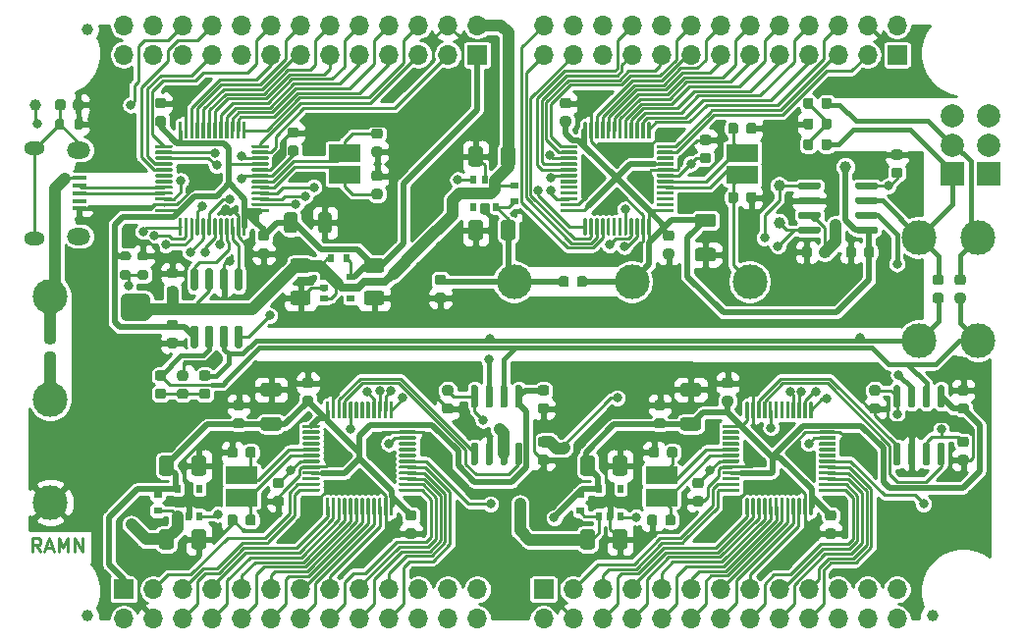
<source format=gbr>
G04 #@! TF.GenerationSoftware,KiCad,Pcbnew,(5.1.9)-1*
G04 #@! TF.CreationDate,2021-02-23T10:58:52+09:00*
G04 #@! TF.ProjectId,ramn,72616d6e-2e6b-4696-9361-645f70636258,rev?*
G04 #@! TF.SameCoordinates,Original*
G04 #@! TF.FileFunction,Copper,L1,Top*
G04 #@! TF.FilePolarity,Positive*
%FSLAX46Y46*%
G04 Gerber Fmt 4.6, Leading zero omitted, Abs format (unit mm)*
G04 Created by KiCad (PCBNEW (5.1.9)-1) date 2021-02-23 10:58:52*
%MOMM*%
%LPD*%
G01*
G04 APERTURE LIST*
G04 #@! TA.AperFunction,NonConductor*
%ADD10C,0.250000*%
G04 #@! TD*
G04 #@! TA.AperFunction,SMDPad,CuDef*
%ADD11R,0.700000X0.600000*%
G04 #@! TD*
G04 #@! TA.AperFunction,SMDPad,CuDef*
%ADD12R,0.600000X0.700000*%
G04 #@! TD*
G04 #@! TA.AperFunction,SMDPad,CuDef*
%ADD13C,1.000000*%
G04 #@! TD*
G04 #@! TA.AperFunction,ComponentPad*
%ADD14C,2.000000*%
G04 #@! TD*
G04 #@! TA.AperFunction,ComponentPad*
%ADD15R,2.000000X2.000000*%
G04 #@! TD*
G04 #@! TA.AperFunction,ComponentPad*
%ADD16C,3.000000*%
G04 #@! TD*
G04 #@! TA.AperFunction,ComponentPad*
%ADD17R,1.700000X1.700000*%
G04 #@! TD*
G04 #@! TA.AperFunction,ComponentPad*
%ADD18O,1.700000X1.700000*%
G04 #@! TD*
G04 #@! TA.AperFunction,SMDPad,CuDef*
%ADD19R,2.700000X1.500000*%
G04 #@! TD*
G04 #@! TA.AperFunction,SMDPad,CuDef*
%ADD20R,0.510000X0.700000*%
G04 #@! TD*
G04 #@! TA.AperFunction,SMDPad,CuDef*
%ADD21R,0.700000X0.510000*%
G04 #@! TD*
G04 #@! TA.AperFunction,ComponentPad*
%ADD22O,1.800000X1.150000*%
G04 #@! TD*
G04 #@! TA.AperFunction,ComponentPad*
%ADD23O,2.000000X1.450000*%
G04 #@! TD*
G04 #@! TA.AperFunction,SMDPad,CuDef*
%ADD24R,1.300000X0.450000*%
G04 #@! TD*
G04 #@! TA.AperFunction,ViaPad*
%ADD25C,0.800000*%
G04 #@! TD*
G04 #@! TA.AperFunction,ViaPad*
%ADD26C,1.000000*%
G04 #@! TD*
G04 #@! TA.AperFunction,Conductor*
%ADD27C,0.250000*%
G04 #@! TD*
G04 #@! TA.AperFunction,Conductor*
%ADD28C,0.500000*%
G04 #@! TD*
G04 #@! TA.AperFunction,Conductor*
%ADD29C,1.000000*%
G04 #@! TD*
G04 #@! TA.AperFunction,Conductor*
%ADD30C,0.700000*%
G04 #@! TD*
G04 #@! TA.AperFunction,Conductor*
%ADD31C,0.450000*%
G04 #@! TD*
G04 #@! TA.AperFunction,Conductor*
%ADD32C,0.254000*%
G04 #@! TD*
G04 #@! TA.AperFunction,Conductor*
%ADD33C,0.100000*%
G04 #@! TD*
G04 APERTURE END LIST*
D10*
X42992857Y-89988957D02*
X42592857Y-89417528D01*
X42307142Y-89988957D02*
X42307142Y-88788957D01*
X42764285Y-88788957D01*
X42878571Y-88846100D01*
X42935714Y-88903242D01*
X42992857Y-89017528D01*
X42992857Y-89188957D01*
X42935714Y-89303242D01*
X42878571Y-89360385D01*
X42764285Y-89417528D01*
X42307142Y-89417528D01*
X43450000Y-89646100D02*
X44021428Y-89646100D01*
X43335714Y-89988957D02*
X43735714Y-88788957D01*
X44135714Y-89988957D01*
X44535714Y-89988957D02*
X44535714Y-88788957D01*
X44935714Y-89646100D01*
X45335714Y-88788957D01*
X45335714Y-89988957D01*
X45907142Y-89988957D02*
X45907142Y-88788957D01*
X46592857Y-89988957D01*
X46592857Y-88788957D01*
G04 #@! TA.AperFunction,SMDPad,CuDef*
G36*
G01*
X45891000Y-53361000D02*
X45891000Y-52811000D01*
G75*
G02*
X46091000Y-52611000I200000J0D01*
G01*
X46491000Y-52611000D01*
G75*
G02*
X46691000Y-52811000I0J-200000D01*
G01*
X46691000Y-53361000D01*
G75*
G02*
X46491000Y-53561000I-200000J0D01*
G01*
X46091000Y-53561000D01*
G75*
G02*
X45891000Y-53361000I0J200000D01*
G01*
G37*
G04 #@! TD.AperFunction*
G04 #@! TA.AperFunction,SMDPad,CuDef*
G36*
G01*
X44241000Y-53361000D02*
X44241000Y-52811000D01*
G75*
G02*
X44441000Y-52611000I200000J0D01*
G01*
X44841000Y-52611000D01*
G75*
G02*
X45041000Y-52811000I0J-200000D01*
G01*
X45041000Y-53361000D01*
G75*
G02*
X44841000Y-53561000I-200000J0D01*
G01*
X44441000Y-53561000D01*
G75*
G02*
X44241000Y-53361000I0J200000D01*
G01*
G37*
G04 #@! TD.AperFunction*
G04 #@! TA.AperFunction,SMDPad,CuDef*
G36*
G01*
X45791000Y-51685000D02*
X45791000Y-51185000D01*
G75*
G02*
X46016000Y-50960000I225000J0D01*
G01*
X46466000Y-50960000D01*
G75*
G02*
X46691000Y-51185000I0J-225000D01*
G01*
X46691000Y-51685000D01*
G75*
G02*
X46466000Y-51910000I-225000J0D01*
G01*
X46016000Y-51910000D01*
G75*
G02*
X45791000Y-51685000I0J225000D01*
G01*
G37*
G04 #@! TD.AperFunction*
G04 #@! TA.AperFunction,SMDPad,CuDef*
G36*
G01*
X44241000Y-51685000D02*
X44241000Y-51185000D01*
G75*
G02*
X44466000Y-50960000I225000J0D01*
G01*
X44916000Y-50960000D01*
G75*
G02*
X45141000Y-51185000I0J-225000D01*
G01*
X45141000Y-51685000D01*
G75*
G02*
X44916000Y-51910000I-225000J0D01*
G01*
X44466000Y-51910000D01*
G75*
G02*
X44241000Y-51685000I0J225000D01*
G01*
G37*
G04 #@! TD.AperFunction*
D11*
X83820000Y-58355000D03*
X83820000Y-59755000D03*
X89535000Y-86425000D03*
X89535000Y-85025000D03*
X53086000Y-86425000D03*
X53086000Y-85025000D03*
D12*
X68007000Y-64643000D03*
X69407000Y-64643000D03*
G04 #@! TA.AperFunction,SMDPad,CuDef*
G36*
G01*
X99679999Y-63765000D02*
X100980001Y-63765000D01*
G75*
G02*
X101230000Y-64014999I0J-249999D01*
G01*
X101230000Y-64665001D01*
G75*
G02*
X100980001Y-64915000I-249999J0D01*
G01*
X99679999Y-64915000D01*
G75*
G02*
X99430000Y-64665001I0J249999D01*
G01*
X99430000Y-64014999D01*
G75*
G02*
X99679999Y-63765000I249999J0D01*
G01*
G37*
G04 #@! TD.AperFunction*
G04 #@! TA.AperFunction,SMDPad,CuDef*
G36*
G01*
X99679999Y-60815000D02*
X100980001Y-60815000D01*
G75*
G02*
X101230000Y-61064999I0J-249999D01*
G01*
X101230000Y-61715001D01*
G75*
G02*
X100980001Y-61965000I-249999J0D01*
G01*
X99679999Y-61965000D01*
G75*
G02*
X99430000Y-61715001I0J249999D01*
G01*
X99430000Y-61064999D01*
G75*
G02*
X99679999Y-60815000I249999J0D01*
G01*
G37*
G04 #@! TD.AperFunction*
G04 #@! TA.AperFunction,SMDPad,CuDef*
G36*
G01*
X99710001Y-76570000D02*
X98409999Y-76570000D01*
G75*
G02*
X98160000Y-76320001I0J249999D01*
G01*
X98160000Y-75669999D01*
G75*
G02*
X98409999Y-75420000I249999J0D01*
G01*
X99710001Y-75420000D01*
G75*
G02*
X99960000Y-75669999I0J-249999D01*
G01*
X99960000Y-76320001D01*
G75*
G02*
X99710001Y-76570000I-249999J0D01*
G01*
G37*
G04 #@! TD.AperFunction*
G04 #@! TA.AperFunction,SMDPad,CuDef*
G36*
G01*
X99710001Y-79520000D02*
X98409999Y-79520000D01*
G75*
G02*
X98160000Y-79270001I0J249999D01*
G01*
X98160000Y-78619999D01*
G75*
G02*
X98409999Y-78370000I249999J0D01*
G01*
X99710001Y-78370000D01*
G75*
G02*
X99960000Y-78619999I0J-249999D01*
G01*
X99960000Y-79270001D01*
G75*
G02*
X99710001Y-79520000I-249999J0D01*
G01*
G37*
G04 #@! TD.AperFunction*
G04 #@! TA.AperFunction,SMDPad,CuDef*
G36*
G01*
X63515001Y-76570000D02*
X62214999Y-76570000D01*
G75*
G02*
X61965000Y-76320001I0J249999D01*
G01*
X61965000Y-75669999D01*
G75*
G02*
X62214999Y-75420000I249999J0D01*
G01*
X63515001Y-75420000D01*
G75*
G02*
X63765000Y-75669999I0J-249999D01*
G01*
X63765000Y-76320001D01*
G75*
G02*
X63515001Y-76570000I-249999J0D01*
G01*
G37*
G04 #@! TD.AperFunction*
G04 #@! TA.AperFunction,SMDPad,CuDef*
G36*
G01*
X63515001Y-79520000D02*
X62214999Y-79520000D01*
G75*
G02*
X61965000Y-79270001I0J249999D01*
G01*
X61965000Y-78619999D01*
G75*
G02*
X62214999Y-78370000I249999J0D01*
G01*
X63515001Y-78370000D01*
G75*
G02*
X63765000Y-78619999I0J-249999D01*
G01*
X63765000Y-79270001D01*
G75*
G02*
X63515001Y-79520000I-249999J0D01*
G01*
G37*
G04 #@! TD.AperFunction*
G04 #@! TA.AperFunction,SMDPad,CuDef*
G36*
G01*
X66940000Y-62245001D02*
X66940000Y-60944999D01*
G75*
G02*
X67189999Y-60695000I249999J0D01*
G01*
X67840001Y-60695000D01*
G75*
G02*
X68090000Y-60944999I0J-249999D01*
G01*
X68090000Y-62245001D01*
G75*
G02*
X67840001Y-62495000I-249999J0D01*
G01*
X67189999Y-62495000D01*
G75*
G02*
X66940000Y-62245001I0J249999D01*
G01*
G37*
G04 #@! TD.AperFunction*
G04 #@! TA.AperFunction,SMDPad,CuDef*
G36*
G01*
X63990000Y-62245001D02*
X63990000Y-60944999D01*
G75*
G02*
X64239999Y-60695000I249999J0D01*
G01*
X64890001Y-60695000D01*
G75*
G02*
X65140000Y-60944999I0J-249999D01*
G01*
X65140000Y-62245001D01*
G75*
G02*
X64890001Y-62495000I-249999J0D01*
G01*
X64239999Y-62495000D01*
G75*
G02*
X63990000Y-62245001I0J249999D01*
G01*
G37*
G04 #@! TD.AperFunction*
D13*
X46990000Y-44958000D03*
X119888000Y-95504000D03*
X46990000Y-95504000D03*
G04 #@! TA.AperFunction,SMDPad,CuDef*
G36*
G01*
X50017000Y-64053000D02*
X50567000Y-64053000D01*
G75*
G02*
X50767000Y-64253000I0J-200000D01*
G01*
X50767000Y-64653000D01*
G75*
G02*
X50567000Y-64853000I-200000J0D01*
G01*
X50017000Y-64853000D01*
G75*
G02*
X49817000Y-64653000I0J200000D01*
G01*
X49817000Y-64253000D01*
G75*
G02*
X50017000Y-64053000I200000J0D01*
G01*
G37*
G04 #@! TD.AperFunction*
G04 #@! TA.AperFunction,SMDPad,CuDef*
G36*
G01*
X50017000Y-65703000D02*
X50567000Y-65703000D01*
G75*
G02*
X50767000Y-65903000I0J-200000D01*
G01*
X50767000Y-66303000D01*
G75*
G02*
X50567000Y-66503000I-200000J0D01*
G01*
X50017000Y-66503000D01*
G75*
G02*
X49817000Y-66303000I0J200000D01*
G01*
X49817000Y-65903000D01*
G75*
G02*
X50017000Y-65703000I200000J0D01*
G01*
G37*
G04 #@! TD.AperFunction*
G04 #@! TA.AperFunction,SMDPad,CuDef*
G36*
G01*
X52091000Y-66503000D02*
X51541000Y-66503000D01*
G75*
G02*
X51341000Y-66303000I0J200000D01*
G01*
X51341000Y-65903000D01*
G75*
G02*
X51541000Y-65703000I200000J0D01*
G01*
X52091000Y-65703000D01*
G75*
G02*
X52291000Y-65903000I0J-200000D01*
G01*
X52291000Y-66303000D01*
G75*
G02*
X52091000Y-66503000I-200000J0D01*
G01*
G37*
G04 #@! TD.AperFunction*
G04 #@! TA.AperFunction,SMDPad,CuDef*
G36*
G01*
X52091000Y-64853000D02*
X51541000Y-64853000D01*
G75*
G02*
X51341000Y-64653000I0J200000D01*
G01*
X51341000Y-64253000D01*
G75*
G02*
X51541000Y-64053000I200000J0D01*
G01*
X52091000Y-64053000D01*
G75*
G02*
X52291000Y-64253000I0J-200000D01*
G01*
X52291000Y-64653000D01*
G75*
G02*
X52091000Y-64853000I-200000J0D01*
G01*
G37*
G04 #@! TD.AperFunction*
D14*
X121614000Y-52404000D03*
X124714000Y-52404000D03*
X121614000Y-54904000D03*
X124714000Y-54904000D03*
D15*
X121614000Y-57404000D03*
X124714000Y-57404000D03*
G04 #@! TA.AperFunction,SMDPad,CuDef*
G36*
G01*
X77213750Y-67660000D02*
X77726250Y-67660000D01*
G75*
G02*
X77945000Y-67878750I0J-218750D01*
G01*
X77945000Y-68316250D01*
G75*
G02*
X77726250Y-68535000I-218750J0D01*
G01*
X77213750Y-68535000D01*
G75*
G02*
X76995000Y-68316250I0J218750D01*
G01*
X76995000Y-67878750D01*
G75*
G02*
X77213750Y-67660000I218750J0D01*
G01*
G37*
G04 #@! TD.AperFunction*
G04 #@! TA.AperFunction,SMDPad,CuDef*
G36*
G01*
X77213750Y-66085000D02*
X77726250Y-66085000D01*
G75*
G02*
X77945000Y-66303750I0J-218750D01*
G01*
X77945000Y-66741250D01*
G75*
G02*
X77726250Y-66960000I-218750J0D01*
G01*
X77213750Y-66960000D01*
G75*
G02*
X76995000Y-66741250I0J218750D01*
G01*
X76995000Y-66303750D01*
G75*
G02*
X77213750Y-66085000I218750J0D01*
G01*
G37*
G04 #@! TD.AperFunction*
G04 #@! TA.AperFunction,SMDPad,CuDef*
G36*
G01*
X96649250Y-77755000D02*
X96136750Y-77755000D01*
G75*
G02*
X95918000Y-77536250I0J218750D01*
G01*
X95918000Y-77098750D01*
G75*
G02*
X96136750Y-76880000I218750J0D01*
G01*
X96649250Y-76880000D01*
G75*
G02*
X96868000Y-77098750I0J-218750D01*
G01*
X96868000Y-77536250D01*
G75*
G02*
X96649250Y-77755000I-218750J0D01*
G01*
G37*
G04 #@! TD.AperFunction*
G04 #@! TA.AperFunction,SMDPad,CuDef*
G36*
G01*
X96649250Y-79330000D02*
X96136750Y-79330000D01*
G75*
G02*
X95918000Y-79111250I0J218750D01*
G01*
X95918000Y-78673750D01*
G75*
G02*
X96136750Y-78455000I218750J0D01*
G01*
X96649250Y-78455000D01*
G75*
G02*
X96868000Y-78673750I0J-218750D01*
G01*
X96868000Y-79111250D01*
G75*
G02*
X96649250Y-79330000I-218750J0D01*
G01*
G37*
G04 #@! TD.AperFunction*
G04 #@! TA.AperFunction,SMDPad,CuDef*
G36*
G01*
X60327250Y-79330000D02*
X59814750Y-79330000D01*
G75*
G02*
X59596000Y-79111250I0J218750D01*
G01*
X59596000Y-78673750D01*
G75*
G02*
X59814750Y-78455000I218750J0D01*
G01*
X60327250Y-78455000D01*
G75*
G02*
X60546000Y-78673750I0J-218750D01*
G01*
X60546000Y-79111250D01*
G75*
G02*
X60327250Y-79330000I-218750J0D01*
G01*
G37*
G04 #@! TD.AperFunction*
G04 #@! TA.AperFunction,SMDPad,CuDef*
G36*
G01*
X60327250Y-77755000D02*
X59814750Y-77755000D01*
G75*
G02*
X59596000Y-77536250I0J218750D01*
G01*
X59596000Y-77098750D01*
G75*
G02*
X59814750Y-76880000I218750J0D01*
G01*
X60327250Y-76880000D01*
G75*
G02*
X60546000Y-77098750I0J-218750D01*
G01*
X60546000Y-77536250D01*
G75*
G02*
X60327250Y-77755000I-218750J0D01*
G01*
G37*
G04 #@! TD.AperFunction*
G04 #@! TA.AperFunction,SMDPad,CuDef*
G36*
G01*
X74673750Y-87980000D02*
X75186250Y-87980000D01*
G75*
G02*
X75405000Y-88198750I0J-218750D01*
G01*
X75405000Y-88636250D01*
G75*
G02*
X75186250Y-88855000I-218750J0D01*
G01*
X74673750Y-88855000D01*
G75*
G02*
X74455000Y-88636250I0J218750D01*
G01*
X74455000Y-88198750D01*
G75*
G02*
X74673750Y-87980000I218750J0D01*
G01*
G37*
G04 #@! TD.AperFunction*
G04 #@! TA.AperFunction,SMDPad,CuDef*
G36*
G01*
X74673750Y-86405000D02*
X75186250Y-86405000D01*
G75*
G02*
X75405000Y-86623750I0J-218750D01*
G01*
X75405000Y-87061250D01*
G75*
G02*
X75186250Y-87280000I-218750J0D01*
G01*
X74673750Y-87280000D01*
G75*
G02*
X74455000Y-87061250I0J218750D01*
G01*
X74455000Y-86623750D01*
G75*
G02*
X74673750Y-86405000I218750J0D01*
G01*
G37*
G04 #@! TD.AperFunction*
G04 #@! TA.AperFunction,SMDPad,CuDef*
G36*
G01*
X65585000Y-79240000D02*
X65585000Y-79090000D01*
G75*
G02*
X65660000Y-79015000I75000J0D01*
G01*
X66985000Y-79015000D01*
G75*
G02*
X67060000Y-79090000I0J-75000D01*
G01*
X67060000Y-79240000D01*
G75*
G02*
X66985000Y-79315000I-75000J0D01*
G01*
X65660000Y-79315000D01*
G75*
G02*
X65585000Y-79240000I0J75000D01*
G01*
G37*
G04 #@! TD.AperFunction*
G04 #@! TA.AperFunction,SMDPad,CuDef*
G36*
G01*
X65585000Y-79740000D02*
X65585000Y-79590000D01*
G75*
G02*
X65660000Y-79515000I75000J0D01*
G01*
X66985000Y-79515000D01*
G75*
G02*
X67060000Y-79590000I0J-75000D01*
G01*
X67060000Y-79740000D01*
G75*
G02*
X66985000Y-79815000I-75000J0D01*
G01*
X65660000Y-79815000D01*
G75*
G02*
X65585000Y-79740000I0J75000D01*
G01*
G37*
G04 #@! TD.AperFunction*
G04 #@! TA.AperFunction,SMDPad,CuDef*
G36*
G01*
X65585000Y-80240000D02*
X65585000Y-80090000D01*
G75*
G02*
X65660000Y-80015000I75000J0D01*
G01*
X66985000Y-80015000D01*
G75*
G02*
X67060000Y-80090000I0J-75000D01*
G01*
X67060000Y-80240000D01*
G75*
G02*
X66985000Y-80315000I-75000J0D01*
G01*
X65660000Y-80315000D01*
G75*
G02*
X65585000Y-80240000I0J75000D01*
G01*
G37*
G04 #@! TD.AperFunction*
G04 #@! TA.AperFunction,SMDPad,CuDef*
G36*
G01*
X65585000Y-80740000D02*
X65585000Y-80590000D01*
G75*
G02*
X65660000Y-80515000I75000J0D01*
G01*
X66985000Y-80515000D01*
G75*
G02*
X67060000Y-80590000I0J-75000D01*
G01*
X67060000Y-80740000D01*
G75*
G02*
X66985000Y-80815000I-75000J0D01*
G01*
X65660000Y-80815000D01*
G75*
G02*
X65585000Y-80740000I0J75000D01*
G01*
G37*
G04 #@! TD.AperFunction*
G04 #@! TA.AperFunction,SMDPad,CuDef*
G36*
G01*
X65585000Y-81240000D02*
X65585000Y-81090000D01*
G75*
G02*
X65660000Y-81015000I75000J0D01*
G01*
X66985000Y-81015000D01*
G75*
G02*
X67060000Y-81090000I0J-75000D01*
G01*
X67060000Y-81240000D01*
G75*
G02*
X66985000Y-81315000I-75000J0D01*
G01*
X65660000Y-81315000D01*
G75*
G02*
X65585000Y-81240000I0J75000D01*
G01*
G37*
G04 #@! TD.AperFunction*
G04 #@! TA.AperFunction,SMDPad,CuDef*
G36*
G01*
X65585000Y-81740000D02*
X65585000Y-81590000D01*
G75*
G02*
X65660000Y-81515000I75000J0D01*
G01*
X66985000Y-81515000D01*
G75*
G02*
X67060000Y-81590000I0J-75000D01*
G01*
X67060000Y-81740000D01*
G75*
G02*
X66985000Y-81815000I-75000J0D01*
G01*
X65660000Y-81815000D01*
G75*
G02*
X65585000Y-81740000I0J75000D01*
G01*
G37*
G04 #@! TD.AperFunction*
G04 #@! TA.AperFunction,SMDPad,CuDef*
G36*
G01*
X65585000Y-82240000D02*
X65585000Y-82090000D01*
G75*
G02*
X65660000Y-82015000I75000J0D01*
G01*
X66985000Y-82015000D01*
G75*
G02*
X67060000Y-82090000I0J-75000D01*
G01*
X67060000Y-82240000D01*
G75*
G02*
X66985000Y-82315000I-75000J0D01*
G01*
X65660000Y-82315000D01*
G75*
G02*
X65585000Y-82240000I0J75000D01*
G01*
G37*
G04 #@! TD.AperFunction*
G04 #@! TA.AperFunction,SMDPad,CuDef*
G36*
G01*
X65585000Y-82740000D02*
X65585000Y-82590000D01*
G75*
G02*
X65660000Y-82515000I75000J0D01*
G01*
X66985000Y-82515000D01*
G75*
G02*
X67060000Y-82590000I0J-75000D01*
G01*
X67060000Y-82740000D01*
G75*
G02*
X66985000Y-82815000I-75000J0D01*
G01*
X65660000Y-82815000D01*
G75*
G02*
X65585000Y-82740000I0J75000D01*
G01*
G37*
G04 #@! TD.AperFunction*
G04 #@! TA.AperFunction,SMDPad,CuDef*
G36*
G01*
X65585000Y-83240000D02*
X65585000Y-83090000D01*
G75*
G02*
X65660000Y-83015000I75000J0D01*
G01*
X66985000Y-83015000D01*
G75*
G02*
X67060000Y-83090000I0J-75000D01*
G01*
X67060000Y-83240000D01*
G75*
G02*
X66985000Y-83315000I-75000J0D01*
G01*
X65660000Y-83315000D01*
G75*
G02*
X65585000Y-83240000I0J75000D01*
G01*
G37*
G04 #@! TD.AperFunction*
G04 #@! TA.AperFunction,SMDPad,CuDef*
G36*
G01*
X65585000Y-83740000D02*
X65585000Y-83590000D01*
G75*
G02*
X65660000Y-83515000I75000J0D01*
G01*
X66985000Y-83515000D01*
G75*
G02*
X67060000Y-83590000I0J-75000D01*
G01*
X67060000Y-83740000D01*
G75*
G02*
X66985000Y-83815000I-75000J0D01*
G01*
X65660000Y-83815000D01*
G75*
G02*
X65585000Y-83740000I0J75000D01*
G01*
G37*
G04 #@! TD.AperFunction*
G04 #@! TA.AperFunction,SMDPad,CuDef*
G36*
G01*
X65585000Y-84240000D02*
X65585000Y-84090000D01*
G75*
G02*
X65660000Y-84015000I75000J0D01*
G01*
X66985000Y-84015000D01*
G75*
G02*
X67060000Y-84090000I0J-75000D01*
G01*
X67060000Y-84240000D01*
G75*
G02*
X66985000Y-84315000I-75000J0D01*
G01*
X65660000Y-84315000D01*
G75*
G02*
X65585000Y-84240000I0J75000D01*
G01*
G37*
G04 #@! TD.AperFunction*
G04 #@! TA.AperFunction,SMDPad,CuDef*
G36*
G01*
X65585000Y-84740000D02*
X65585000Y-84590000D01*
G75*
G02*
X65660000Y-84515000I75000J0D01*
G01*
X66985000Y-84515000D01*
G75*
G02*
X67060000Y-84590000I0J-75000D01*
G01*
X67060000Y-84740000D01*
G75*
G02*
X66985000Y-84815000I-75000J0D01*
G01*
X65660000Y-84815000D01*
G75*
G02*
X65585000Y-84740000I0J75000D01*
G01*
G37*
G04 #@! TD.AperFunction*
G04 #@! TA.AperFunction,SMDPad,CuDef*
G36*
G01*
X67585000Y-86740000D02*
X67585000Y-85415000D01*
G75*
G02*
X67660000Y-85340000I75000J0D01*
G01*
X67810000Y-85340000D01*
G75*
G02*
X67885000Y-85415000I0J-75000D01*
G01*
X67885000Y-86740000D01*
G75*
G02*
X67810000Y-86815000I-75000J0D01*
G01*
X67660000Y-86815000D01*
G75*
G02*
X67585000Y-86740000I0J75000D01*
G01*
G37*
G04 #@! TD.AperFunction*
G04 #@! TA.AperFunction,SMDPad,CuDef*
G36*
G01*
X68085000Y-86740000D02*
X68085000Y-85415000D01*
G75*
G02*
X68160000Y-85340000I75000J0D01*
G01*
X68310000Y-85340000D01*
G75*
G02*
X68385000Y-85415000I0J-75000D01*
G01*
X68385000Y-86740000D01*
G75*
G02*
X68310000Y-86815000I-75000J0D01*
G01*
X68160000Y-86815000D01*
G75*
G02*
X68085000Y-86740000I0J75000D01*
G01*
G37*
G04 #@! TD.AperFunction*
G04 #@! TA.AperFunction,SMDPad,CuDef*
G36*
G01*
X68585000Y-86740000D02*
X68585000Y-85415000D01*
G75*
G02*
X68660000Y-85340000I75000J0D01*
G01*
X68810000Y-85340000D01*
G75*
G02*
X68885000Y-85415000I0J-75000D01*
G01*
X68885000Y-86740000D01*
G75*
G02*
X68810000Y-86815000I-75000J0D01*
G01*
X68660000Y-86815000D01*
G75*
G02*
X68585000Y-86740000I0J75000D01*
G01*
G37*
G04 #@! TD.AperFunction*
G04 #@! TA.AperFunction,SMDPad,CuDef*
G36*
G01*
X69085000Y-86740000D02*
X69085000Y-85415000D01*
G75*
G02*
X69160000Y-85340000I75000J0D01*
G01*
X69310000Y-85340000D01*
G75*
G02*
X69385000Y-85415000I0J-75000D01*
G01*
X69385000Y-86740000D01*
G75*
G02*
X69310000Y-86815000I-75000J0D01*
G01*
X69160000Y-86815000D01*
G75*
G02*
X69085000Y-86740000I0J75000D01*
G01*
G37*
G04 #@! TD.AperFunction*
G04 #@! TA.AperFunction,SMDPad,CuDef*
G36*
G01*
X69585000Y-86740000D02*
X69585000Y-85415000D01*
G75*
G02*
X69660000Y-85340000I75000J0D01*
G01*
X69810000Y-85340000D01*
G75*
G02*
X69885000Y-85415000I0J-75000D01*
G01*
X69885000Y-86740000D01*
G75*
G02*
X69810000Y-86815000I-75000J0D01*
G01*
X69660000Y-86815000D01*
G75*
G02*
X69585000Y-86740000I0J75000D01*
G01*
G37*
G04 #@! TD.AperFunction*
G04 #@! TA.AperFunction,SMDPad,CuDef*
G36*
G01*
X70085000Y-86740000D02*
X70085000Y-85415000D01*
G75*
G02*
X70160000Y-85340000I75000J0D01*
G01*
X70310000Y-85340000D01*
G75*
G02*
X70385000Y-85415000I0J-75000D01*
G01*
X70385000Y-86740000D01*
G75*
G02*
X70310000Y-86815000I-75000J0D01*
G01*
X70160000Y-86815000D01*
G75*
G02*
X70085000Y-86740000I0J75000D01*
G01*
G37*
G04 #@! TD.AperFunction*
G04 #@! TA.AperFunction,SMDPad,CuDef*
G36*
G01*
X70585000Y-86740000D02*
X70585000Y-85415000D01*
G75*
G02*
X70660000Y-85340000I75000J0D01*
G01*
X70810000Y-85340000D01*
G75*
G02*
X70885000Y-85415000I0J-75000D01*
G01*
X70885000Y-86740000D01*
G75*
G02*
X70810000Y-86815000I-75000J0D01*
G01*
X70660000Y-86815000D01*
G75*
G02*
X70585000Y-86740000I0J75000D01*
G01*
G37*
G04 #@! TD.AperFunction*
G04 #@! TA.AperFunction,SMDPad,CuDef*
G36*
G01*
X71085000Y-86740000D02*
X71085000Y-85415000D01*
G75*
G02*
X71160000Y-85340000I75000J0D01*
G01*
X71310000Y-85340000D01*
G75*
G02*
X71385000Y-85415000I0J-75000D01*
G01*
X71385000Y-86740000D01*
G75*
G02*
X71310000Y-86815000I-75000J0D01*
G01*
X71160000Y-86815000D01*
G75*
G02*
X71085000Y-86740000I0J75000D01*
G01*
G37*
G04 #@! TD.AperFunction*
G04 #@! TA.AperFunction,SMDPad,CuDef*
G36*
G01*
X71585000Y-86740000D02*
X71585000Y-85415000D01*
G75*
G02*
X71660000Y-85340000I75000J0D01*
G01*
X71810000Y-85340000D01*
G75*
G02*
X71885000Y-85415000I0J-75000D01*
G01*
X71885000Y-86740000D01*
G75*
G02*
X71810000Y-86815000I-75000J0D01*
G01*
X71660000Y-86815000D01*
G75*
G02*
X71585000Y-86740000I0J75000D01*
G01*
G37*
G04 #@! TD.AperFunction*
G04 #@! TA.AperFunction,SMDPad,CuDef*
G36*
G01*
X72085000Y-86740000D02*
X72085000Y-85415000D01*
G75*
G02*
X72160000Y-85340000I75000J0D01*
G01*
X72310000Y-85340000D01*
G75*
G02*
X72385000Y-85415000I0J-75000D01*
G01*
X72385000Y-86740000D01*
G75*
G02*
X72310000Y-86815000I-75000J0D01*
G01*
X72160000Y-86815000D01*
G75*
G02*
X72085000Y-86740000I0J75000D01*
G01*
G37*
G04 #@! TD.AperFunction*
G04 #@! TA.AperFunction,SMDPad,CuDef*
G36*
G01*
X72585000Y-86740000D02*
X72585000Y-85415000D01*
G75*
G02*
X72660000Y-85340000I75000J0D01*
G01*
X72810000Y-85340000D01*
G75*
G02*
X72885000Y-85415000I0J-75000D01*
G01*
X72885000Y-86740000D01*
G75*
G02*
X72810000Y-86815000I-75000J0D01*
G01*
X72660000Y-86815000D01*
G75*
G02*
X72585000Y-86740000I0J75000D01*
G01*
G37*
G04 #@! TD.AperFunction*
G04 #@! TA.AperFunction,SMDPad,CuDef*
G36*
G01*
X73085000Y-86740000D02*
X73085000Y-85415000D01*
G75*
G02*
X73160000Y-85340000I75000J0D01*
G01*
X73310000Y-85340000D01*
G75*
G02*
X73385000Y-85415000I0J-75000D01*
G01*
X73385000Y-86740000D01*
G75*
G02*
X73310000Y-86815000I-75000J0D01*
G01*
X73160000Y-86815000D01*
G75*
G02*
X73085000Y-86740000I0J75000D01*
G01*
G37*
G04 #@! TD.AperFunction*
G04 #@! TA.AperFunction,SMDPad,CuDef*
G36*
G01*
X73910000Y-84740000D02*
X73910000Y-84590000D01*
G75*
G02*
X73985000Y-84515000I75000J0D01*
G01*
X75310000Y-84515000D01*
G75*
G02*
X75385000Y-84590000I0J-75000D01*
G01*
X75385000Y-84740000D01*
G75*
G02*
X75310000Y-84815000I-75000J0D01*
G01*
X73985000Y-84815000D01*
G75*
G02*
X73910000Y-84740000I0J75000D01*
G01*
G37*
G04 #@! TD.AperFunction*
G04 #@! TA.AperFunction,SMDPad,CuDef*
G36*
G01*
X73910000Y-84240000D02*
X73910000Y-84090000D01*
G75*
G02*
X73985000Y-84015000I75000J0D01*
G01*
X75310000Y-84015000D01*
G75*
G02*
X75385000Y-84090000I0J-75000D01*
G01*
X75385000Y-84240000D01*
G75*
G02*
X75310000Y-84315000I-75000J0D01*
G01*
X73985000Y-84315000D01*
G75*
G02*
X73910000Y-84240000I0J75000D01*
G01*
G37*
G04 #@! TD.AperFunction*
G04 #@! TA.AperFunction,SMDPad,CuDef*
G36*
G01*
X73910000Y-83740000D02*
X73910000Y-83590000D01*
G75*
G02*
X73985000Y-83515000I75000J0D01*
G01*
X75310000Y-83515000D01*
G75*
G02*
X75385000Y-83590000I0J-75000D01*
G01*
X75385000Y-83740000D01*
G75*
G02*
X75310000Y-83815000I-75000J0D01*
G01*
X73985000Y-83815000D01*
G75*
G02*
X73910000Y-83740000I0J75000D01*
G01*
G37*
G04 #@! TD.AperFunction*
G04 #@! TA.AperFunction,SMDPad,CuDef*
G36*
G01*
X73910000Y-83240000D02*
X73910000Y-83090000D01*
G75*
G02*
X73985000Y-83015000I75000J0D01*
G01*
X75310000Y-83015000D01*
G75*
G02*
X75385000Y-83090000I0J-75000D01*
G01*
X75385000Y-83240000D01*
G75*
G02*
X75310000Y-83315000I-75000J0D01*
G01*
X73985000Y-83315000D01*
G75*
G02*
X73910000Y-83240000I0J75000D01*
G01*
G37*
G04 #@! TD.AperFunction*
G04 #@! TA.AperFunction,SMDPad,CuDef*
G36*
G01*
X73910000Y-82740000D02*
X73910000Y-82590000D01*
G75*
G02*
X73985000Y-82515000I75000J0D01*
G01*
X75310000Y-82515000D01*
G75*
G02*
X75385000Y-82590000I0J-75000D01*
G01*
X75385000Y-82740000D01*
G75*
G02*
X75310000Y-82815000I-75000J0D01*
G01*
X73985000Y-82815000D01*
G75*
G02*
X73910000Y-82740000I0J75000D01*
G01*
G37*
G04 #@! TD.AperFunction*
G04 #@! TA.AperFunction,SMDPad,CuDef*
G36*
G01*
X73910000Y-82240000D02*
X73910000Y-82090000D01*
G75*
G02*
X73985000Y-82015000I75000J0D01*
G01*
X75310000Y-82015000D01*
G75*
G02*
X75385000Y-82090000I0J-75000D01*
G01*
X75385000Y-82240000D01*
G75*
G02*
X75310000Y-82315000I-75000J0D01*
G01*
X73985000Y-82315000D01*
G75*
G02*
X73910000Y-82240000I0J75000D01*
G01*
G37*
G04 #@! TD.AperFunction*
G04 #@! TA.AperFunction,SMDPad,CuDef*
G36*
G01*
X73910000Y-81740000D02*
X73910000Y-81590000D01*
G75*
G02*
X73985000Y-81515000I75000J0D01*
G01*
X75310000Y-81515000D01*
G75*
G02*
X75385000Y-81590000I0J-75000D01*
G01*
X75385000Y-81740000D01*
G75*
G02*
X75310000Y-81815000I-75000J0D01*
G01*
X73985000Y-81815000D01*
G75*
G02*
X73910000Y-81740000I0J75000D01*
G01*
G37*
G04 #@! TD.AperFunction*
G04 #@! TA.AperFunction,SMDPad,CuDef*
G36*
G01*
X73910000Y-81240000D02*
X73910000Y-81090000D01*
G75*
G02*
X73985000Y-81015000I75000J0D01*
G01*
X75310000Y-81015000D01*
G75*
G02*
X75385000Y-81090000I0J-75000D01*
G01*
X75385000Y-81240000D01*
G75*
G02*
X75310000Y-81315000I-75000J0D01*
G01*
X73985000Y-81315000D01*
G75*
G02*
X73910000Y-81240000I0J75000D01*
G01*
G37*
G04 #@! TD.AperFunction*
G04 #@! TA.AperFunction,SMDPad,CuDef*
G36*
G01*
X73910000Y-80740000D02*
X73910000Y-80590000D01*
G75*
G02*
X73985000Y-80515000I75000J0D01*
G01*
X75310000Y-80515000D01*
G75*
G02*
X75385000Y-80590000I0J-75000D01*
G01*
X75385000Y-80740000D01*
G75*
G02*
X75310000Y-80815000I-75000J0D01*
G01*
X73985000Y-80815000D01*
G75*
G02*
X73910000Y-80740000I0J75000D01*
G01*
G37*
G04 #@! TD.AperFunction*
G04 #@! TA.AperFunction,SMDPad,CuDef*
G36*
G01*
X73910000Y-80240000D02*
X73910000Y-80090000D01*
G75*
G02*
X73985000Y-80015000I75000J0D01*
G01*
X75310000Y-80015000D01*
G75*
G02*
X75385000Y-80090000I0J-75000D01*
G01*
X75385000Y-80240000D01*
G75*
G02*
X75310000Y-80315000I-75000J0D01*
G01*
X73985000Y-80315000D01*
G75*
G02*
X73910000Y-80240000I0J75000D01*
G01*
G37*
G04 #@! TD.AperFunction*
G04 #@! TA.AperFunction,SMDPad,CuDef*
G36*
G01*
X73910000Y-79740000D02*
X73910000Y-79590000D01*
G75*
G02*
X73985000Y-79515000I75000J0D01*
G01*
X75310000Y-79515000D01*
G75*
G02*
X75385000Y-79590000I0J-75000D01*
G01*
X75385000Y-79740000D01*
G75*
G02*
X75310000Y-79815000I-75000J0D01*
G01*
X73985000Y-79815000D01*
G75*
G02*
X73910000Y-79740000I0J75000D01*
G01*
G37*
G04 #@! TD.AperFunction*
G04 #@! TA.AperFunction,SMDPad,CuDef*
G36*
G01*
X73910000Y-79240000D02*
X73910000Y-79090000D01*
G75*
G02*
X73985000Y-79015000I75000J0D01*
G01*
X75310000Y-79015000D01*
G75*
G02*
X75385000Y-79090000I0J-75000D01*
G01*
X75385000Y-79240000D01*
G75*
G02*
X75310000Y-79315000I-75000J0D01*
G01*
X73985000Y-79315000D01*
G75*
G02*
X73910000Y-79240000I0J75000D01*
G01*
G37*
G04 #@! TD.AperFunction*
G04 #@! TA.AperFunction,SMDPad,CuDef*
G36*
G01*
X73085000Y-78415000D02*
X73085000Y-77090000D01*
G75*
G02*
X73160000Y-77015000I75000J0D01*
G01*
X73310000Y-77015000D01*
G75*
G02*
X73385000Y-77090000I0J-75000D01*
G01*
X73385000Y-78415000D01*
G75*
G02*
X73310000Y-78490000I-75000J0D01*
G01*
X73160000Y-78490000D01*
G75*
G02*
X73085000Y-78415000I0J75000D01*
G01*
G37*
G04 #@! TD.AperFunction*
G04 #@! TA.AperFunction,SMDPad,CuDef*
G36*
G01*
X72585000Y-78415000D02*
X72585000Y-77090000D01*
G75*
G02*
X72660000Y-77015000I75000J0D01*
G01*
X72810000Y-77015000D01*
G75*
G02*
X72885000Y-77090000I0J-75000D01*
G01*
X72885000Y-78415000D01*
G75*
G02*
X72810000Y-78490000I-75000J0D01*
G01*
X72660000Y-78490000D01*
G75*
G02*
X72585000Y-78415000I0J75000D01*
G01*
G37*
G04 #@! TD.AperFunction*
G04 #@! TA.AperFunction,SMDPad,CuDef*
G36*
G01*
X72085000Y-78415000D02*
X72085000Y-77090000D01*
G75*
G02*
X72160000Y-77015000I75000J0D01*
G01*
X72310000Y-77015000D01*
G75*
G02*
X72385000Y-77090000I0J-75000D01*
G01*
X72385000Y-78415000D01*
G75*
G02*
X72310000Y-78490000I-75000J0D01*
G01*
X72160000Y-78490000D01*
G75*
G02*
X72085000Y-78415000I0J75000D01*
G01*
G37*
G04 #@! TD.AperFunction*
G04 #@! TA.AperFunction,SMDPad,CuDef*
G36*
G01*
X71585000Y-78415000D02*
X71585000Y-77090000D01*
G75*
G02*
X71660000Y-77015000I75000J0D01*
G01*
X71810000Y-77015000D01*
G75*
G02*
X71885000Y-77090000I0J-75000D01*
G01*
X71885000Y-78415000D01*
G75*
G02*
X71810000Y-78490000I-75000J0D01*
G01*
X71660000Y-78490000D01*
G75*
G02*
X71585000Y-78415000I0J75000D01*
G01*
G37*
G04 #@! TD.AperFunction*
G04 #@! TA.AperFunction,SMDPad,CuDef*
G36*
G01*
X71085000Y-78415000D02*
X71085000Y-77090000D01*
G75*
G02*
X71160000Y-77015000I75000J0D01*
G01*
X71310000Y-77015000D01*
G75*
G02*
X71385000Y-77090000I0J-75000D01*
G01*
X71385000Y-78415000D01*
G75*
G02*
X71310000Y-78490000I-75000J0D01*
G01*
X71160000Y-78490000D01*
G75*
G02*
X71085000Y-78415000I0J75000D01*
G01*
G37*
G04 #@! TD.AperFunction*
G04 #@! TA.AperFunction,SMDPad,CuDef*
G36*
G01*
X70585000Y-78415000D02*
X70585000Y-77090000D01*
G75*
G02*
X70660000Y-77015000I75000J0D01*
G01*
X70810000Y-77015000D01*
G75*
G02*
X70885000Y-77090000I0J-75000D01*
G01*
X70885000Y-78415000D01*
G75*
G02*
X70810000Y-78490000I-75000J0D01*
G01*
X70660000Y-78490000D01*
G75*
G02*
X70585000Y-78415000I0J75000D01*
G01*
G37*
G04 #@! TD.AperFunction*
G04 #@! TA.AperFunction,SMDPad,CuDef*
G36*
G01*
X70085000Y-78415000D02*
X70085000Y-77090000D01*
G75*
G02*
X70160000Y-77015000I75000J0D01*
G01*
X70310000Y-77015000D01*
G75*
G02*
X70385000Y-77090000I0J-75000D01*
G01*
X70385000Y-78415000D01*
G75*
G02*
X70310000Y-78490000I-75000J0D01*
G01*
X70160000Y-78490000D01*
G75*
G02*
X70085000Y-78415000I0J75000D01*
G01*
G37*
G04 #@! TD.AperFunction*
G04 #@! TA.AperFunction,SMDPad,CuDef*
G36*
G01*
X69585000Y-78415000D02*
X69585000Y-77090000D01*
G75*
G02*
X69660000Y-77015000I75000J0D01*
G01*
X69810000Y-77015000D01*
G75*
G02*
X69885000Y-77090000I0J-75000D01*
G01*
X69885000Y-78415000D01*
G75*
G02*
X69810000Y-78490000I-75000J0D01*
G01*
X69660000Y-78490000D01*
G75*
G02*
X69585000Y-78415000I0J75000D01*
G01*
G37*
G04 #@! TD.AperFunction*
G04 #@! TA.AperFunction,SMDPad,CuDef*
G36*
G01*
X69085000Y-78415000D02*
X69085000Y-77090000D01*
G75*
G02*
X69160000Y-77015000I75000J0D01*
G01*
X69310000Y-77015000D01*
G75*
G02*
X69385000Y-77090000I0J-75000D01*
G01*
X69385000Y-78415000D01*
G75*
G02*
X69310000Y-78490000I-75000J0D01*
G01*
X69160000Y-78490000D01*
G75*
G02*
X69085000Y-78415000I0J75000D01*
G01*
G37*
G04 #@! TD.AperFunction*
G04 #@! TA.AperFunction,SMDPad,CuDef*
G36*
G01*
X68585000Y-78415000D02*
X68585000Y-77090000D01*
G75*
G02*
X68660000Y-77015000I75000J0D01*
G01*
X68810000Y-77015000D01*
G75*
G02*
X68885000Y-77090000I0J-75000D01*
G01*
X68885000Y-78415000D01*
G75*
G02*
X68810000Y-78490000I-75000J0D01*
G01*
X68660000Y-78490000D01*
G75*
G02*
X68585000Y-78415000I0J75000D01*
G01*
G37*
G04 #@! TD.AperFunction*
G04 #@! TA.AperFunction,SMDPad,CuDef*
G36*
G01*
X68085000Y-78415000D02*
X68085000Y-77090000D01*
G75*
G02*
X68160000Y-77015000I75000J0D01*
G01*
X68310000Y-77015000D01*
G75*
G02*
X68385000Y-77090000I0J-75000D01*
G01*
X68385000Y-78415000D01*
G75*
G02*
X68310000Y-78490000I-75000J0D01*
G01*
X68160000Y-78490000D01*
G75*
G02*
X68085000Y-78415000I0J75000D01*
G01*
G37*
G04 #@! TD.AperFunction*
G04 #@! TA.AperFunction,SMDPad,CuDef*
G36*
G01*
X67585000Y-78415000D02*
X67585000Y-77090000D01*
G75*
G02*
X67660000Y-77015000I75000J0D01*
G01*
X67810000Y-77015000D01*
G75*
G02*
X67885000Y-77090000I0J-75000D01*
G01*
X67885000Y-78415000D01*
G75*
G02*
X67810000Y-78490000I-75000J0D01*
G01*
X67660000Y-78490000D01*
G75*
G02*
X67585000Y-78415000I0J75000D01*
G01*
G37*
G04 #@! TD.AperFunction*
D16*
X43815000Y-85725000D03*
D17*
X86360000Y-93218000D03*
D18*
X86360000Y-95758000D03*
X88900000Y-93218000D03*
X88900000Y-95758000D03*
X91440000Y-93218000D03*
X91440000Y-95758000D03*
X93980000Y-93218000D03*
X93980000Y-95758000D03*
X96520000Y-93218000D03*
X96520000Y-95758000D03*
X99060000Y-93218000D03*
X99060000Y-95758000D03*
X101600000Y-93218000D03*
X101600000Y-95758000D03*
X104140000Y-93218000D03*
X104140000Y-95758000D03*
X106680000Y-93218000D03*
X106680000Y-95758000D03*
X109220000Y-93218000D03*
X109220000Y-95758000D03*
X111760000Y-93218000D03*
X111760000Y-95758000D03*
X114300000Y-93218000D03*
X114300000Y-95758000D03*
X116840000Y-93218000D03*
X116840000Y-95758000D03*
D17*
X50165000Y-93218000D03*
D18*
X50165000Y-95758000D03*
X52705000Y-93218000D03*
X52705000Y-95758000D03*
X55245000Y-93218000D03*
X55245000Y-95758000D03*
X57785000Y-93218000D03*
X57785000Y-95758000D03*
X60325000Y-93218000D03*
X60325000Y-95758000D03*
X62865000Y-93218000D03*
X62865000Y-95758000D03*
X65405000Y-93218000D03*
X65405000Y-95758000D03*
X67945000Y-93218000D03*
X67945000Y-95758000D03*
X70485000Y-93218000D03*
X70485000Y-95758000D03*
X73025000Y-93218000D03*
X73025000Y-95758000D03*
X75565000Y-93218000D03*
X75565000Y-95758000D03*
X78105000Y-93218000D03*
X78105000Y-95758000D03*
X80645000Y-93218000D03*
X80645000Y-95758000D03*
D17*
X116840000Y-47117000D03*
D18*
X116840000Y-44577000D03*
X114300000Y-47117000D03*
X114300000Y-44577000D03*
X111760000Y-47117000D03*
X111760000Y-44577000D03*
X109220000Y-47117000D03*
X109220000Y-44577000D03*
X106680000Y-47117000D03*
X106680000Y-44577000D03*
X104140000Y-47117000D03*
X104140000Y-44577000D03*
X101600000Y-47117000D03*
X101600000Y-44577000D03*
X99060000Y-47117000D03*
X99060000Y-44577000D03*
X96520000Y-47117000D03*
X96520000Y-44577000D03*
X93980000Y-47117000D03*
X93980000Y-44577000D03*
X91440000Y-47117000D03*
X91440000Y-44577000D03*
X88900000Y-47117000D03*
X88900000Y-44577000D03*
X86360000Y-47117000D03*
X86360000Y-44577000D03*
X50165000Y-44577000D03*
X50165000Y-47117000D03*
X52705000Y-44577000D03*
X52705000Y-47117000D03*
X55245000Y-44577000D03*
X55245000Y-47117000D03*
X57785000Y-44577000D03*
X57785000Y-47117000D03*
X60325000Y-44577000D03*
X60325000Y-47117000D03*
X62865000Y-44577000D03*
X62865000Y-47117000D03*
X65405000Y-44577000D03*
X65405000Y-47117000D03*
X67945000Y-44577000D03*
X67945000Y-47117000D03*
X70485000Y-44577000D03*
X70485000Y-47117000D03*
X73025000Y-44577000D03*
X73025000Y-47117000D03*
X75565000Y-44577000D03*
X75565000Y-47117000D03*
X78105000Y-44577000D03*
X78105000Y-47117000D03*
X80645000Y-44577000D03*
D17*
X80645000Y-47117000D03*
D19*
X103505000Y-57465000D03*
X103505000Y-55565000D03*
X96520000Y-83378000D03*
X96520000Y-85278000D03*
X60325000Y-85278000D03*
X60325000Y-83378000D03*
X69215000Y-55565000D03*
X69215000Y-57465000D03*
D13*
X106680000Y-61595000D03*
X106680000Y-58420000D03*
G04 #@! TA.AperFunction,SMDPad,CuDef*
G36*
G01*
X103780000Y-78415000D02*
X103780000Y-77090000D01*
G75*
G02*
X103855000Y-77015000I75000J0D01*
G01*
X104005000Y-77015000D01*
G75*
G02*
X104080000Y-77090000I0J-75000D01*
G01*
X104080000Y-78415000D01*
G75*
G02*
X104005000Y-78490000I-75000J0D01*
G01*
X103855000Y-78490000D01*
G75*
G02*
X103780000Y-78415000I0J75000D01*
G01*
G37*
G04 #@! TD.AperFunction*
G04 #@! TA.AperFunction,SMDPad,CuDef*
G36*
G01*
X104280000Y-78415000D02*
X104280000Y-77090000D01*
G75*
G02*
X104355000Y-77015000I75000J0D01*
G01*
X104505000Y-77015000D01*
G75*
G02*
X104580000Y-77090000I0J-75000D01*
G01*
X104580000Y-78415000D01*
G75*
G02*
X104505000Y-78490000I-75000J0D01*
G01*
X104355000Y-78490000D01*
G75*
G02*
X104280000Y-78415000I0J75000D01*
G01*
G37*
G04 #@! TD.AperFunction*
G04 #@! TA.AperFunction,SMDPad,CuDef*
G36*
G01*
X104780000Y-78415000D02*
X104780000Y-77090000D01*
G75*
G02*
X104855000Y-77015000I75000J0D01*
G01*
X105005000Y-77015000D01*
G75*
G02*
X105080000Y-77090000I0J-75000D01*
G01*
X105080000Y-78415000D01*
G75*
G02*
X105005000Y-78490000I-75000J0D01*
G01*
X104855000Y-78490000D01*
G75*
G02*
X104780000Y-78415000I0J75000D01*
G01*
G37*
G04 #@! TD.AperFunction*
G04 #@! TA.AperFunction,SMDPad,CuDef*
G36*
G01*
X105280000Y-78415000D02*
X105280000Y-77090000D01*
G75*
G02*
X105355000Y-77015000I75000J0D01*
G01*
X105505000Y-77015000D01*
G75*
G02*
X105580000Y-77090000I0J-75000D01*
G01*
X105580000Y-78415000D01*
G75*
G02*
X105505000Y-78490000I-75000J0D01*
G01*
X105355000Y-78490000D01*
G75*
G02*
X105280000Y-78415000I0J75000D01*
G01*
G37*
G04 #@! TD.AperFunction*
G04 #@! TA.AperFunction,SMDPad,CuDef*
G36*
G01*
X105780000Y-78415000D02*
X105780000Y-77090000D01*
G75*
G02*
X105855000Y-77015000I75000J0D01*
G01*
X106005000Y-77015000D01*
G75*
G02*
X106080000Y-77090000I0J-75000D01*
G01*
X106080000Y-78415000D01*
G75*
G02*
X106005000Y-78490000I-75000J0D01*
G01*
X105855000Y-78490000D01*
G75*
G02*
X105780000Y-78415000I0J75000D01*
G01*
G37*
G04 #@! TD.AperFunction*
G04 #@! TA.AperFunction,SMDPad,CuDef*
G36*
G01*
X106280000Y-78415000D02*
X106280000Y-77090000D01*
G75*
G02*
X106355000Y-77015000I75000J0D01*
G01*
X106505000Y-77015000D01*
G75*
G02*
X106580000Y-77090000I0J-75000D01*
G01*
X106580000Y-78415000D01*
G75*
G02*
X106505000Y-78490000I-75000J0D01*
G01*
X106355000Y-78490000D01*
G75*
G02*
X106280000Y-78415000I0J75000D01*
G01*
G37*
G04 #@! TD.AperFunction*
G04 #@! TA.AperFunction,SMDPad,CuDef*
G36*
G01*
X106780000Y-78415000D02*
X106780000Y-77090000D01*
G75*
G02*
X106855000Y-77015000I75000J0D01*
G01*
X107005000Y-77015000D01*
G75*
G02*
X107080000Y-77090000I0J-75000D01*
G01*
X107080000Y-78415000D01*
G75*
G02*
X107005000Y-78490000I-75000J0D01*
G01*
X106855000Y-78490000D01*
G75*
G02*
X106780000Y-78415000I0J75000D01*
G01*
G37*
G04 #@! TD.AperFunction*
G04 #@! TA.AperFunction,SMDPad,CuDef*
G36*
G01*
X107280000Y-78415000D02*
X107280000Y-77090000D01*
G75*
G02*
X107355000Y-77015000I75000J0D01*
G01*
X107505000Y-77015000D01*
G75*
G02*
X107580000Y-77090000I0J-75000D01*
G01*
X107580000Y-78415000D01*
G75*
G02*
X107505000Y-78490000I-75000J0D01*
G01*
X107355000Y-78490000D01*
G75*
G02*
X107280000Y-78415000I0J75000D01*
G01*
G37*
G04 #@! TD.AperFunction*
G04 #@! TA.AperFunction,SMDPad,CuDef*
G36*
G01*
X107780000Y-78415000D02*
X107780000Y-77090000D01*
G75*
G02*
X107855000Y-77015000I75000J0D01*
G01*
X108005000Y-77015000D01*
G75*
G02*
X108080000Y-77090000I0J-75000D01*
G01*
X108080000Y-78415000D01*
G75*
G02*
X108005000Y-78490000I-75000J0D01*
G01*
X107855000Y-78490000D01*
G75*
G02*
X107780000Y-78415000I0J75000D01*
G01*
G37*
G04 #@! TD.AperFunction*
G04 #@! TA.AperFunction,SMDPad,CuDef*
G36*
G01*
X108280000Y-78415000D02*
X108280000Y-77090000D01*
G75*
G02*
X108355000Y-77015000I75000J0D01*
G01*
X108505000Y-77015000D01*
G75*
G02*
X108580000Y-77090000I0J-75000D01*
G01*
X108580000Y-78415000D01*
G75*
G02*
X108505000Y-78490000I-75000J0D01*
G01*
X108355000Y-78490000D01*
G75*
G02*
X108280000Y-78415000I0J75000D01*
G01*
G37*
G04 #@! TD.AperFunction*
G04 #@! TA.AperFunction,SMDPad,CuDef*
G36*
G01*
X108780000Y-78415000D02*
X108780000Y-77090000D01*
G75*
G02*
X108855000Y-77015000I75000J0D01*
G01*
X109005000Y-77015000D01*
G75*
G02*
X109080000Y-77090000I0J-75000D01*
G01*
X109080000Y-78415000D01*
G75*
G02*
X109005000Y-78490000I-75000J0D01*
G01*
X108855000Y-78490000D01*
G75*
G02*
X108780000Y-78415000I0J75000D01*
G01*
G37*
G04 #@! TD.AperFunction*
G04 #@! TA.AperFunction,SMDPad,CuDef*
G36*
G01*
X109280000Y-78415000D02*
X109280000Y-77090000D01*
G75*
G02*
X109355000Y-77015000I75000J0D01*
G01*
X109505000Y-77015000D01*
G75*
G02*
X109580000Y-77090000I0J-75000D01*
G01*
X109580000Y-78415000D01*
G75*
G02*
X109505000Y-78490000I-75000J0D01*
G01*
X109355000Y-78490000D01*
G75*
G02*
X109280000Y-78415000I0J75000D01*
G01*
G37*
G04 #@! TD.AperFunction*
G04 #@! TA.AperFunction,SMDPad,CuDef*
G36*
G01*
X110105000Y-79240000D02*
X110105000Y-79090000D01*
G75*
G02*
X110180000Y-79015000I75000J0D01*
G01*
X111505000Y-79015000D01*
G75*
G02*
X111580000Y-79090000I0J-75000D01*
G01*
X111580000Y-79240000D01*
G75*
G02*
X111505000Y-79315000I-75000J0D01*
G01*
X110180000Y-79315000D01*
G75*
G02*
X110105000Y-79240000I0J75000D01*
G01*
G37*
G04 #@! TD.AperFunction*
G04 #@! TA.AperFunction,SMDPad,CuDef*
G36*
G01*
X110105000Y-79740000D02*
X110105000Y-79590000D01*
G75*
G02*
X110180000Y-79515000I75000J0D01*
G01*
X111505000Y-79515000D01*
G75*
G02*
X111580000Y-79590000I0J-75000D01*
G01*
X111580000Y-79740000D01*
G75*
G02*
X111505000Y-79815000I-75000J0D01*
G01*
X110180000Y-79815000D01*
G75*
G02*
X110105000Y-79740000I0J75000D01*
G01*
G37*
G04 #@! TD.AperFunction*
G04 #@! TA.AperFunction,SMDPad,CuDef*
G36*
G01*
X110105000Y-80240000D02*
X110105000Y-80090000D01*
G75*
G02*
X110180000Y-80015000I75000J0D01*
G01*
X111505000Y-80015000D01*
G75*
G02*
X111580000Y-80090000I0J-75000D01*
G01*
X111580000Y-80240000D01*
G75*
G02*
X111505000Y-80315000I-75000J0D01*
G01*
X110180000Y-80315000D01*
G75*
G02*
X110105000Y-80240000I0J75000D01*
G01*
G37*
G04 #@! TD.AperFunction*
G04 #@! TA.AperFunction,SMDPad,CuDef*
G36*
G01*
X110105000Y-80740000D02*
X110105000Y-80590000D01*
G75*
G02*
X110180000Y-80515000I75000J0D01*
G01*
X111505000Y-80515000D01*
G75*
G02*
X111580000Y-80590000I0J-75000D01*
G01*
X111580000Y-80740000D01*
G75*
G02*
X111505000Y-80815000I-75000J0D01*
G01*
X110180000Y-80815000D01*
G75*
G02*
X110105000Y-80740000I0J75000D01*
G01*
G37*
G04 #@! TD.AperFunction*
G04 #@! TA.AperFunction,SMDPad,CuDef*
G36*
G01*
X110105000Y-81240000D02*
X110105000Y-81090000D01*
G75*
G02*
X110180000Y-81015000I75000J0D01*
G01*
X111505000Y-81015000D01*
G75*
G02*
X111580000Y-81090000I0J-75000D01*
G01*
X111580000Y-81240000D01*
G75*
G02*
X111505000Y-81315000I-75000J0D01*
G01*
X110180000Y-81315000D01*
G75*
G02*
X110105000Y-81240000I0J75000D01*
G01*
G37*
G04 #@! TD.AperFunction*
G04 #@! TA.AperFunction,SMDPad,CuDef*
G36*
G01*
X110105000Y-81740000D02*
X110105000Y-81590000D01*
G75*
G02*
X110180000Y-81515000I75000J0D01*
G01*
X111505000Y-81515000D01*
G75*
G02*
X111580000Y-81590000I0J-75000D01*
G01*
X111580000Y-81740000D01*
G75*
G02*
X111505000Y-81815000I-75000J0D01*
G01*
X110180000Y-81815000D01*
G75*
G02*
X110105000Y-81740000I0J75000D01*
G01*
G37*
G04 #@! TD.AperFunction*
G04 #@! TA.AperFunction,SMDPad,CuDef*
G36*
G01*
X110105000Y-82240000D02*
X110105000Y-82090000D01*
G75*
G02*
X110180000Y-82015000I75000J0D01*
G01*
X111505000Y-82015000D01*
G75*
G02*
X111580000Y-82090000I0J-75000D01*
G01*
X111580000Y-82240000D01*
G75*
G02*
X111505000Y-82315000I-75000J0D01*
G01*
X110180000Y-82315000D01*
G75*
G02*
X110105000Y-82240000I0J75000D01*
G01*
G37*
G04 #@! TD.AperFunction*
G04 #@! TA.AperFunction,SMDPad,CuDef*
G36*
G01*
X110105000Y-82740000D02*
X110105000Y-82590000D01*
G75*
G02*
X110180000Y-82515000I75000J0D01*
G01*
X111505000Y-82515000D01*
G75*
G02*
X111580000Y-82590000I0J-75000D01*
G01*
X111580000Y-82740000D01*
G75*
G02*
X111505000Y-82815000I-75000J0D01*
G01*
X110180000Y-82815000D01*
G75*
G02*
X110105000Y-82740000I0J75000D01*
G01*
G37*
G04 #@! TD.AperFunction*
G04 #@! TA.AperFunction,SMDPad,CuDef*
G36*
G01*
X110105000Y-83240000D02*
X110105000Y-83090000D01*
G75*
G02*
X110180000Y-83015000I75000J0D01*
G01*
X111505000Y-83015000D01*
G75*
G02*
X111580000Y-83090000I0J-75000D01*
G01*
X111580000Y-83240000D01*
G75*
G02*
X111505000Y-83315000I-75000J0D01*
G01*
X110180000Y-83315000D01*
G75*
G02*
X110105000Y-83240000I0J75000D01*
G01*
G37*
G04 #@! TD.AperFunction*
G04 #@! TA.AperFunction,SMDPad,CuDef*
G36*
G01*
X110105000Y-83740000D02*
X110105000Y-83590000D01*
G75*
G02*
X110180000Y-83515000I75000J0D01*
G01*
X111505000Y-83515000D01*
G75*
G02*
X111580000Y-83590000I0J-75000D01*
G01*
X111580000Y-83740000D01*
G75*
G02*
X111505000Y-83815000I-75000J0D01*
G01*
X110180000Y-83815000D01*
G75*
G02*
X110105000Y-83740000I0J75000D01*
G01*
G37*
G04 #@! TD.AperFunction*
G04 #@! TA.AperFunction,SMDPad,CuDef*
G36*
G01*
X110105000Y-84240000D02*
X110105000Y-84090000D01*
G75*
G02*
X110180000Y-84015000I75000J0D01*
G01*
X111505000Y-84015000D01*
G75*
G02*
X111580000Y-84090000I0J-75000D01*
G01*
X111580000Y-84240000D01*
G75*
G02*
X111505000Y-84315000I-75000J0D01*
G01*
X110180000Y-84315000D01*
G75*
G02*
X110105000Y-84240000I0J75000D01*
G01*
G37*
G04 #@! TD.AperFunction*
G04 #@! TA.AperFunction,SMDPad,CuDef*
G36*
G01*
X110105000Y-84740000D02*
X110105000Y-84590000D01*
G75*
G02*
X110180000Y-84515000I75000J0D01*
G01*
X111505000Y-84515000D01*
G75*
G02*
X111580000Y-84590000I0J-75000D01*
G01*
X111580000Y-84740000D01*
G75*
G02*
X111505000Y-84815000I-75000J0D01*
G01*
X110180000Y-84815000D01*
G75*
G02*
X110105000Y-84740000I0J75000D01*
G01*
G37*
G04 #@! TD.AperFunction*
G04 #@! TA.AperFunction,SMDPad,CuDef*
G36*
G01*
X109280000Y-86740000D02*
X109280000Y-85415000D01*
G75*
G02*
X109355000Y-85340000I75000J0D01*
G01*
X109505000Y-85340000D01*
G75*
G02*
X109580000Y-85415000I0J-75000D01*
G01*
X109580000Y-86740000D01*
G75*
G02*
X109505000Y-86815000I-75000J0D01*
G01*
X109355000Y-86815000D01*
G75*
G02*
X109280000Y-86740000I0J75000D01*
G01*
G37*
G04 #@! TD.AperFunction*
G04 #@! TA.AperFunction,SMDPad,CuDef*
G36*
G01*
X108780000Y-86740000D02*
X108780000Y-85415000D01*
G75*
G02*
X108855000Y-85340000I75000J0D01*
G01*
X109005000Y-85340000D01*
G75*
G02*
X109080000Y-85415000I0J-75000D01*
G01*
X109080000Y-86740000D01*
G75*
G02*
X109005000Y-86815000I-75000J0D01*
G01*
X108855000Y-86815000D01*
G75*
G02*
X108780000Y-86740000I0J75000D01*
G01*
G37*
G04 #@! TD.AperFunction*
G04 #@! TA.AperFunction,SMDPad,CuDef*
G36*
G01*
X108280000Y-86740000D02*
X108280000Y-85415000D01*
G75*
G02*
X108355000Y-85340000I75000J0D01*
G01*
X108505000Y-85340000D01*
G75*
G02*
X108580000Y-85415000I0J-75000D01*
G01*
X108580000Y-86740000D01*
G75*
G02*
X108505000Y-86815000I-75000J0D01*
G01*
X108355000Y-86815000D01*
G75*
G02*
X108280000Y-86740000I0J75000D01*
G01*
G37*
G04 #@! TD.AperFunction*
G04 #@! TA.AperFunction,SMDPad,CuDef*
G36*
G01*
X107780000Y-86740000D02*
X107780000Y-85415000D01*
G75*
G02*
X107855000Y-85340000I75000J0D01*
G01*
X108005000Y-85340000D01*
G75*
G02*
X108080000Y-85415000I0J-75000D01*
G01*
X108080000Y-86740000D01*
G75*
G02*
X108005000Y-86815000I-75000J0D01*
G01*
X107855000Y-86815000D01*
G75*
G02*
X107780000Y-86740000I0J75000D01*
G01*
G37*
G04 #@! TD.AperFunction*
G04 #@! TA.AperFunction,SMDPad,CuDef*
G36*
G01*
X107280000Y-86740000D02*
X107280000Y-85415000D01*
G75*
G02*
X107355000Y-85340000I75000J0D01*
G01*
X107505000Y-85340000D01*
G75*
G02*
X107580000Y-85415000I0J-75000D01*
G01*
X107580000Y-86740000D01*
G75*
G02*
X107505000Y-86815000I-75000J0D01*
G01*
X107355000Y-86815000D01*
G75*
G02*
X107280000Y-86740000I0J75000D01*
G01*
G37*
G04 #@! TD.AperFunction*
G04 #@! TA.AperFunction,SMDPad,CuDef*
G36*
G01*
X106780000Y-86740000D02*
X106780000Y-85415000D01*
G75*
G02*
X106855000Y-85340000I75000J0D01*
G01*
X107005000Y-85340000D01*
G75*
G02*
X107080000Y-85415000I0J-75000D01*
G01*
X107080000Y-86740000D01*
G75*
G02*
X107005000Y-86815000I-75000J0D01*
G01*
X106855000Y-86815000D01*
G75*
G02*
X106780000Y-86740000I0J75000D01*
G01*
G37*
G04 #@! TD.AperFunction*
G04 #@! TA.AperFunction,SMDPad,CuDef*
G36*
G01*
X106280000Y-86740000D02*
X106280000Y-85415000D01*
G75*
G02*
X106355000Y-85340000I75000J0D01*
G01*
X106505000Y-85340000D01*
G75*
G02*
X106580000Y-85415000I0J-75000D01*
G01*
X106580000Y-86740000D01*
G75*
G02*
X106505000Y-86815000I-75000J0D01*
G01*
X106355000Y-86815000D01*
G75*
G02*
X106280000Y-86740000I0J75000D01*
G01*
G37*
G04 #@! TD.AperFunction*
G04 #@! TA.AperFunction,SMDPad,CuDef*
G36*
G01*
X105780000Y-86740000D02*
X105780000Y-85415000D01*
G75*
G02*
X105855000Y-85340000I75000J0D01*
G01*
X106005000Y-85340000D01*
G75*
G02*
X106080000Y-85415000I0J-75000D01*
G01*
X106080000Y-86740000D01*
G75*
G02*
X106005000Y-86815000I-75000J0D01*
G01*
X105855000Y-86815000D01*
G75*
G02*
X105780000Y-86740000I0J75000D01*
G01*
G37*
G04 #@! TD.AperFunction*
G04 #@! TA.AperFunction,SMDPad,CuDef*
G36*
G01*
X105280000Y-86740000D02*
X105280000Y-85415000D01*
G75*
G02*
X105355000Y-85340000I75000J0D01*
G01*
X105505000Y-85340000D01*
G75*
G02*
X105580000Y-85415000I0J-75000D01*
G01*
X105580000Y-86740000D01*
G75*
G02*
X105505000Y-86815000I-75000J0D01*
G01*
X105355000Y-86815000D01*
G75*
G02*
X105280000Y-86740000I0J75000D01*
G01*
G37*
G04 #@! TD.AperFunction*
G04 #@! TA.AperFunction,SMDPad,CuDef*
G36*
G01*
X104780000Y-86740000D02*
X104780000Y-85415000D01*
G75*
G02*
X104855000Y-85340000I75000J0D01*
G01*
X105005000Y-85340000D01*
G75*
G02*
X105080000Y-85415000I0J-75000D01*
G01*
X105080000Y-86740000D01*
G75*
G02*
X105005000Y-86815000I-75000J0D01*
G01*
X104855000Y-86815000D01*
G75*
G02*
X104780000Y-86740000I0J75000D01*
G01*
G37*
G04 #@! TD.AperFunction*
G04 #@! TA.AperFunction,SMDPad,CuDef*
G36*
G01*
X104280000Y-86740000D02*
X104280000Y-85415000D01*
G75*
G02*
X104355000Y-85340000I75000J0D01*
G01*
X104505000Y-85340000D01*
G75*
G02*
X104580000Y-85415000I0J-75000D01*
G01*
X104580000Y-86740000D01*
G75*
G02*
X104505000Y-86815000I-75000J0D01*
G01*
X104355000Y-86815000D01*
G75*
G02*
X104280000Y-86740000I0J75000D01*
G01*
G37*
G04 #@! TD.AperFunction*
G04 #@! TA.AperFunction,SMDPad,CuDef*
G36*
G01*
X103780000Y-86740000D02*
X103780000Y-85415000D01*
G75*
G02*
X103855000Y-85340000I75000J0D01*
G01*
X104005000Y-85340000D01*
G75*
G02*
X104080000Y-85415000I0J-75000D01*
G01*
X104080000Y-86740000D01*
G75*
G02*
X104005000Y-86815000I-75000J0D01*
G01*
X103855000Y-86815000D01*
G75*
G02*
X103780000Y-86740000I0J75000D01*
G01*
G37*
G04 #@! TD.AperFunction*
G04 #@! TA.AperFunction,SMDPad,CuDef*
G36*
G01*
X101780000Y-84740000D02*
X101780000Y-84590000D01*
G75*
G02*
X101855000Y-84515000I75000J0D01*
G01*
X103180000Y-84515000D01*
G75*
G02*
X103255000Y-84590000I0J-75000D01*
G01*
X103255000Y-84740000D01*
G75*
G02*
X103180000Y-84815000I-75000J0D01*
G01*
X101855000Y-84815000D01*
G75*
G02*
X101780000Y-84740000I0J75000D01*
G01*
G37*
G04 #@! TD.AperFunction*
G04 #@! TA.AperFunction,SMDPad,CuDef*
G36*
G01*
X101780000Y-84240000D02*
X101780000Y-84090000D01*
G75*
G02*
X101855000Y-84015000I75000J0D01*
G01*
X103180000Y-84015000D01*
G75*
G02*
X103255000Y-84090000I0J-75000D01*
G01*
X103255000Y-84240000D01*
G75*
G02*
X103180000Y-84315000I-75000J0D01*
G01*
X101855000Y-84315000D01*
G75*
G02*
X101780000Y-84240000I0J75000D01*
G01*
G37*
G04 #@! TD.AperFunction*
G04 #@! TA.AperFunction,SMDPad,CuDef*
G36*
G01*
X101780000Y-83740000D02*
X101780000Y-83590000D01*
G75*
G02*
X101855000Y-83515000I75000J0D01*
G01*
X103180000Y-83515000D01*
G75*
G02*
X103255000Y-83590000I0J-75000D01*
G01*
X103255000Y-83740000D01*
G75*
G02*
X103180000Y-83815000I-75000J0D01*
G01*
X101855000Y-83815000D01*
G75*
G02*
X101780000Y-83740000I0J75000D01*
G01*
G37*
G04 #@! TD.AperFunction*
G04 #@! TA.AperFunction,SMDPad,CuDef*
G36*
G01*
X101780000Y-83240000D02*
X101780000Y-83090000D01*
G75*
G02*
X101855000Y-83015000I75000J0D01*
G01*
X103180000Y-83015000D01*
G75*
G02*
X103255000Y-83090000I0J-75000D01*
G01*
X103255000Y-83240000D01*
G75*
G02*
X103180000Y-83315000I-75000J0D01*
G01*
X101855000Y-83315000D01*
G75*
G02*
X101780000Y-83240000I0J75000D01*
G01*
G37*
G04 #@! TD.AperFunction*
G04 #@! TA.AperFunction,SMDPad,CuDef*
G36*
G01*
X101780000Y-82740000D02*
X101780000Y-82590000D01*
G75*
G02*
X101855000Y-82515000I75000J0D01*
G01*
X103180000Y-82515000D01*
G75*
G02*
X103255000Y-82590000I0J-75000D01*
G01*
X103255000Y-82740000D01*
G75*
G02*
X103180000Y-82815000I-75000J0D01*
G01*
X101855000Y-82815000D01*
G75*
G02*
X101780000Y-82740000I0J75000D01*
G01*
G37*
G04 #@! TD.AperFunction*
G04 #@! TA.AperFunction,SMDPad,CuDef*
G36*
G01*
X101780000Y-82240000D02*
X101780000Y-82090000D01*
G75*
G02*
X101855000Y-82015000I75000J0D01*
G01*
X103180000Y-82015000D01*
G75*
G02*
X103255000Y-82090000I0J-75000D01*
G01*
X103255000Y-82240000D01*
G75*
G02*
X103180000Y-82315000I-75000J0D01*
G01*
X101855000Y-82315000D01*
G75*
G02*
X101780000Y-82240000I0J75000D01*
G01*
G37*
G04 #@! TD.AperFunction*
G04 #@! TA.AperFunction,SMDPad,CuDef*
G36*
G01*
X101780000Y-81740000D02*
X101780000Y-81590000D01*
G75*
G02*
X101855000Y-81515000I75000J0D01*
G01*
X103180000Y-81515000D01*
G75*
G02*
X103255000Y-81590000I0J-75000D01*
G01*
X103255000Y-81740000D01*
G75*
G02*
X103180000Y-81815000I-75000J0D01*
G01*
X101855000Y-81815000D01*
G75*
G02*
X101780000Y-81740000I0J75000D01*
G01*
G37*
G04 #@! TD.AperFunction*
G04 #@! TA.AperFunction,SMDPad,CuDef*
G36*
G01*
X101780000Y-81240000D02*
X101780000Y-81090000D01*
G75*
G02*
X101855000Y-81015000I75000J0D01*
G01*
X103180000Y-81015000D01*
G75*
G02*
X103255000Y-81090000I0J-75000D01*
G01*
X103255000Y-81240000D01*
G75*
G02*
X103180000Y-81315000I-75000J0D01*
G01*
X101855000Y-81315000D01*
G75*
G02*
X101780000Y-81240000I0J75000D01*
G01*
G37*
G04 #@! TD.AperFunction*
G04 #@! TA.AperFunction,SMDPad,CuDef*
G36*
G01*
X101780000Y-80740000D02*
X101780000Y-80590000D01*
G75*
G02*
X101855000Y-80515000I75000J0D01*
G01*
X103180000Y-80515000D01*
G75*
G02*
X103255000Y-80590000I0J-75000D01*
G01*
X103255000Y-80740000D01*
G75*
G02*
X103180000Y-80815000I-75000J0D01*
G01*
X101855000Y-80815000D01*
G75*
G02*
X101780000Y-80740000I0J75000D01*
G01*
G37*
G04 #@! TD.AperFunction*
G04 #@! TA.AperFunction,SMDPad,CuDef*
G36*
G01*
X101780000Y-80240000D02*
X101780000Y-80090000D01*
G75*
G02*
X101855000Y-80015000I75000J0D01*
G01*
X103180000Y-80015000D01*
G75*
G02*
X103255000Y-80090000I0J-75000D01*
G01*
X103255000Y-80240000D01*
G75*
G02*
X103180000Y-80315000I-75000J0D01*
G01*
X101855000Y-80315000D01*
G75*
G02*
X101780000Y-80240000I0J75000D01*
G01*
G37*
G04 #@! TD.AperFunction*
G04 #@! TA.AperFunction,SMDPad,CuDef*
G36*
G01*
X101780000Y-79740000D02*
X101780000Y-79590000D01*
G75*
G02*
X101855000Y-79515000I75000J0D01*
G01*
X103180000Y-79515000D01*
G75*
G02*
X103255000Y-79590000I0J-75000D01*
G01*
X103255000Y-79740000D01*
G75*
G02*
X103180000Y-79815000I-75000J0D01*
G01*
X101855000Y-79815000D01*
G75*
G02*
X101780000Y-79740000I0J75000D01*
G01*
G37*
G04 #@! TD.AperFunction*
G04 #@! TA.AperFunction,SMDPad,CuDef*
G36*
G01*
X101780000Y-79240000D02*
X101780000Y-79090000D01*
G75*
G02*
X101855000Y-79015000I75000J0D01*
G01*
X103180000Y-79015000D01*
G75*
G02*
X103255000Y-79090000I0J-75000D01*
G01*
X103255000Y-79240000D01*
G75*
G02*
X103180000Y-79315000I-75000J0D01*
G01*
X101855000Y-79315000D01*
G75*
G02*
X101780000Y-79240000I0J75000D01*
G01*
G37*
G04 #@! TD.AperFunction*
G04 #@! TA.AperFunction,SMDPad,CuDef*
G36*
G01*
X59921000Y-65511000D02*
X60221000Y-65511000D01*
G75*
G02*
X60371000Y-65661000I0J-150000D01*
G01*
X60371000Y-67311000D01*
G75*
G02*
X60221000Y-67461000I-150000J0D01*
G01*
X59921000Y-67461000D01*
G75*
G02*
X59771000Y-67311000I0J150000D01*
G01*
X59771000Y-65661000D01*
G75*
G02*
X59921000Y-65511000I150000J0D01*
G01*
G37*
G04 #@! TD.AperFunction*
G04 #@! TA.AperFunction,SMDPad,CuDef*
G36*
G01*
X58651000Y-65511000D02*
X58951000Y-65511000D01*
G75*
G02*
X59101000Y-65661000I0J-150000D01*
G01*
X59101000Y-67311000D01*
G75*
G02*
X58951000Y-67461000I-150000J0D01*
G01*
X58651000Y-67461000D01*
G75*
G02*
X58501000Y-67311000I0J150000D01*
G01*
X58501000Y-65661000D01*
G75*
G02*
X58651000Y-65511000I150000J0D01*
G01*
G37*
G04 #@! TD.AperFunction*
G04 #@! TA.AperFunction,SMDPad,CuDef*
G36*
G01*
X57381000Y-65511000D02*
X57681000Y-65511000D01*
G75*
G02*
X57831000Y-65661000I0J-150000D01*
G01*
X57831000Y-67311000D01*
G75*
G02*
X57681000Y-67461000I-150000J0D01*
G01*
X57381000Y-67461000D01*
G75*
G02*
X57231000Y-67311000I0J150000D01*
G01*
X57231000Y-65661000D01*
G75*
G02*
X57381000Y-65511000I150000J0D01*
G01*
G37*
G04 #@! TD.AperFunction*
G04 #@! TA.AperFunction,SMDPad,CuDef*
G36*
G01*
X56111000Y-65511000D02*
X56411000Y-65511000D01*
G75*
G02*
X56561000Y-65661000I0J-150000D01*
G01*
X56561000Y-67311000D01*
G75*
G02*
X56411000Y-67461000I-150000J0D01*
G01*
X56111000Y-67461000D01*
G75*
G02*
X55961000Y-67311000I0J150000D01*
G01*
X55961000Y-65661000D01*
G75*
G02*
X56111000Y-65511000I150000J0D01*
G01*
G37*
G04 #@! TD.AperFunction*
G04 #@! TA.AperFunction,SMDPad,CuDef*
G36*
G01*
X56111000Y-70461000D02*
X56411000Y-70461000D01*
G75*
G02*
X56561000Y-70611000I0J-150000D01*
G01*
X56561000Y-72261000D01*
G75*
G02*
X56411000Y-72411000I-150000J0D01*
G01*
X56111000Y-72411000D01*
G75*
G02*
X55961000Y-72261000I0J150000D01*
G01*
X55961000Y-70611000D01*
G75*
G02*
X56111000Y-70461000I150000J0D01*
G01*
G37*
G04 #@! TD.AperFunction*
G04 #@! TA.AperFunction,SMDPad,CuDef*
G36*
G01*
X57381000Y-70461000D02*
X57681000Y-70461000D01*
G75*
G02*
X57831000Y-70611000I0J-150000D01*
G01*
X57831000Y-72261000D01*
G75*
G02*
X57681000Y-72411000I-150000J0D01*
G01*
X57381000Y-72411000D01*
G75*
G02*
X57231000Y-72261000I0J150000D01*
G01*
X57231000Y-70611000D01*
G75*
G02*
X57381000Y-70461000I150000J0D01*
G01*
G37*
G04 #@! TD.AperFunction*
G04 #@! TA.AperFunction,SMDPad,CuDef*
G36*
G01*
X58651000Y-70461000D02*
X58951000Y-70461000D01*
G75*
G02*
X59101000Y-70611000I0J-150000D01*
G01*
X59101000Y-72261000D01*
G75*
G02*
X58951000Y-72411000I-150000J0D01*
G01*
X58651000Y-72411000D01*
G75*
G02*
X58501000Y-72261000I0J150000D01*
G01*
X58501000Y-70611000D01*
G75*
G02*
X58651000Y-70461000I150000J0D01*
G01*
G37*
G04 #@! TD.AperFunction*
G04 #@! TA.AperFunction,SMDPad,CuDef*
G36*
G01*
X59921000Y-70461000D02*
X60221000Y-70461000D01*
G75*
G02*
X60371000Y-70611000I0J-150000D01*
G01*
X60371000Y-72261000D01*
G75*
G02*
X60221000Y-72411000I-150000J0D01*
G01*
X59921000Y-72411000D01*
G75*
G02*
X59771000Y-72261000I0J150000D01*
G01*
X59771000Y-70611000D01*
G75*
G02*
X59921000Y-70461000I150000J0D01*
G01*
G37*
G04 #@! TD.AperFunction*
G04 #@! TA.AperFunction,SMDPad,CuDef*
G36*
G01*
X60685000Y-61285000D02*
X60685000Y-62610000D01*
G75*
G02*
X60610000Y-62685000I-75000J0D01*
G01*
X60460000Y-62685000D01*
G75*
G02*
X60385000Y-62610000I0J75000D01*
G01*
X60385000Y-61285000D01*
G75*
G02*
X60460000Y-61210000I75000J0D01*
G01*
X60610000Y-61210000D01*
G75*
G02*
X60685000Y-61285000I0J-75000D01*
G01*
G37*
G04 #@! TD.AperFunction*
G04 #@! TA.AperFunction,SMDPad,CuDef*
G36*
G01*
X60185000Y-61285000D02*
X60185000Y-62610000D01*
G75*
G02*
X60110000Y-62685000I-75000J0D01*
G01*
X59960000Y-62685000D01*
G75*
G02*
X59885000Y-62610000I0J75000D01*
G01*
X59885000Y-61285000D01*
G75*
G02*
X59960000Y-61210000I75000J0D01*
G01*
X60110000Y-61210000D01*
G75*
G02*
X60185000Y-61285000I0J-75000D01*
G01*
G37*
G04 #@! TD.AperFunction*
G04 #@! TA.AperFunction,SMDPad,CuDef*
G36*
G01*
X59685000Y-61285000D02*
X59685000Y-62610000D01*
G75*
G02*
X59610000Y-62685000I-75000J0D01*
G01*
X59460000Y-62685000D01*
G75*
G02*
X59385000Y-62610000I0J75000D01*
G01*
X59385000Y-61285000D01*
G75*
G02*
X59460000Y-61210000I75000J0D01*
G01*
X59610000Y-61210000D01*
G75*
G02*
X59685000Y-61285000I0J-75000D01*
G01*
G37*
G04 #@! TD.AperFunction*
G04 #@! TA.AperFunction,SMDPad,CuDef*
G36*
G01*
X59185000Y-61285000D02*
X59185000Y-62610000D01*
G75*
G02*
X59110000Y-62685000I-75000J0D01*
G01*
X58960000Y-62685000D01*
G75*
G02*
X58885000Y-62610000I0J75000D01*
G01*
X58885000Y-61285000D01*
G75*
G02*
X58960000Y-61210000I75000J0D01*
G01*
X59110000Y-61210000D01*
G75*
G02*
X59185000Y-61285000I0J-75000D01*
G01*
G37*
G04 #@! TD.AperFunction*
G04 #@! TA.AperFunction,SMDPad,CuDef*
G36*
G01*
X58685000Y-61285000D02*
X58685000Y-62610000D01*
G75*
G02*
X58610000Y-62685000I-75000J0D01*
G01*
X58460000Y-62685000D01*
G75*
G02*
X58385000Y-62610000I0J75000D01*
G01*
X58385000Y-61285000D01*
G75*
G02*
X58460000Y-61210000I75000J0D01*
G01*
X58610000Y-61210000D01*
G75*
G02*
X58685000Y-61285000I0J-75000D01*
G01*
G37*
G04 #@! TD.AperFunction*
G04 #@! TA.AperFunction,SMDPad,CuDef*
G36*
G01*
X58185000Y-61285000D02*
X58185000Y-62610000D01*
G75*
G02*
X58110000Y-62685000I-75000J0D01*
G01*
X57960000Y-62685000D01*
G75*
G02*
X57885000Y-62610000I0J75000D01*
G01*
X57885000Y-61285000D01*
G75*
G02*
X57960000Y-61210000I75000J0D01*
G01*
X58110000Y-61210000D01*
G75*
G02*
X58185000Y-61285000I0J-75000D01*
G01*
G37*
G04 #@! TD.AperFunction*
G04 #@! TA.AperFunction,SMDPad,CuDef*
G36*
G01*
X57685000Y-61285000D02*
X57685000Y-62610000D01*
G75*
G02*
X57610000Y-62685000I-75000J0D01*
G01*
X57460000Y-62685000D01*
G75*
G02*
X57385000Y-62610000I0J75000D01*
G01*
X57385000Y-61285000D01*
G75*
G02*
X57460000Y-61210000I75000J0D01*
G01*
X57610000Y-61210000D01*
G75*
G02*
X57685000Y-61285000I0J-75000D01*
G01*
G37*
G04 #@! TD.AperFunction*
G04 #@! TA.AperFunction,SMDPad,CuDef*
G36*
G01*
X57185000Y-61285000D02*
X57185000Y-62610000D01*
G75*
G02*
X57110000Y-62685000I-75000J0D01*
G01*
X56960000Y-62685000D01*
G75*
G02*
X56885000Y-62610000I0J75000D01*
G01*
X56885000Y-61285000D01*
G75*
G02*
X56960000Y-61210000I75000J0D01*
G01*
X57110000Y-61210000D01*
G75*
G02*
X57185000Y-61285000I0J-75000D01*
G01*
G37*
G04 #@! TD.AperFunction*
G04 #@! TA.AperFunction,SMDPad,CuDef*
G36*
G01*
X56685000Y-61285000D02*
X56685000Y-62610000D01*
G75*
G02*
X56610000Y-62685000I-75000J0D01*
G01*
X56460000Y-62685000D01*
G75*
G02*
X56385000Y-62610000I0J75000D01*
G01*
X56385000Y-61285000D01*
G75*
G02*
X56460000Y-61210000I75000J0D01*
G01*
X56610000Y-61210000D01*
G75*
G02*
X56685000Y-61285000I0J-75000D01*
G01*
G37*
G04 #@! TD.AperFunction*
G04 #@! TA.AperFunction,SMDPad,CuDef*
G36*
G01*
X56185000Y-61285000D02*
X56185000Y-62610000D01*
G75*
G02*
X56110000Y-62685000I-75000J0D01*
G01*
X55960000Y-62685000D01*
G75*
G02*
X55885000Y-62610000I0J75000D01*
G01*
X55885000Y-61285000D01*
G75*
G02*
X55960000Y-61210000I75000J0D01*
G01*
X56110000Y-61210000D01*
G75*
G02*
X56185000Y-61285000I0J-75000D01*
G01*
G37*
G04 #@! TD.AperFunction*
G04 #@! TA.AperFunction,SMDPad,CuDef*
G36*
G01*
X55685000Y-61285000D02*
X55685000Y-62610000D01*
G75*
G02*
X55610000Y-62685000I-75000J0D01*
G01*
X55460000Y-62685000D01*
G75*
G02*
X55385000Y-62610000I0J75000D01*
G01*
X55385000Y-61285000D01*
G75*
G02*
X55460000Y-61210000I75000J0D01*
G01*
X55610000Y-61210000D01*
G75*
G02*
X55685000Y-61285000I0J-75000D01*
G01*
G37*
G04 #@! TD.AperFunction*
G04 #@! TA.AperFunction,SMDPad,CuDef*
G36*
G01*
X55185000Y-61285000D02*
X55185000Y-62610000D01*
G75*
G02*
X55110000Y-62685000I-75000J0D01*
G01*
X54960000Y-62685000D01*
G75*
G02*
X54885000Y-62610000I0J75000D01*
G01*
X54885000Y-61285000D01*
G75*
G02*
X54960000Y-61210000I75000J0D01*
G01*
X55110000Y-61210000D01*
G75*
G02*
X55185000Y-61285000I0J-75000D01*
G01*
G37*
G04 #@! TD.AperFunction*
G04 #@! TA.AperFunction,SMDPad,CuDef*
G36*
G01*
X54360000Y-60460000D02*
X54360000Y-60610000D01*
G75*
G02*
X54285000Y-60685000I-75000J0D01*
G01*
X52960000Y-60685000D01*
G75*
G02*
X52885000Y-60610000I0J75000D01*
G01*
X52885000Y-60460000D01*
G75*
G02*
X52960000Y-60385000I75000J0D01*
G01*
X54285000Y-60385000D01*
G75*
G02*
X54360000Y-60460000I0J-75000D01*
G01*
G37*
G04 #@! TD.AperFunction*
G04 #@! TA.AperFunction,SMDPad,CuDef*
G36*
G01*
X54360000Y-59960000D02*
X54360000Y-60110000D01*
G75*
G02*
X54285000Y-60185000I-75000J0D01*
G01*
X52960000Y-60185000D01*
G75*
G02*
X52885000Y-60110000I0J75000D01*
G01*
X52885000Y-59960000D01*
G75*
G02*
X52960000Y-59885000I75000J0D01*
G01*
X54285000Y-59885000D01*
G75*
G02*
X54360000Y-59960000I0J-75000D01*
G01*
G37*
G04 #@! TD.AperFunction*
G04 #@! TA.AperFunction,SMDPad,CuDef*
G36*
G01*
X54360000Y-59460000D02*
X54360000Y-59610000D01*
G75*
G02*
X54285000Y-59685000I-75000J0D01*
G01*
X52960000Y-59685000D01*
G75*
G02*
X52885000Y-59610000I0J75000D01*
G01*
X52885000Y-59460000D01*
G75*
G02*
X52960000Y-59385000I75000J0D01*
G01*
X54285000Y-59385000D01*
G75*
G02*
X54360000Y-59460000I0J-75000D01*
G01*
G37*
G04 #@! TD.AperFunction*
G04 #@! TA.AperFunction,SMDPad,CuDef*
G36*
G01*
X54360000Y-58960000D02*
X54360000Y-59110000D01*
G75*
G02*
X54285000Y-59185000I-75000J0D01*
G01*
X52960000Y-59185000D01*
G75*
G02*
X52885000Y-59110000I0J75000D01*
G01*
X52885000Y-58960000D01*
G75*
G02*
X52960000Y-58885000I75000J0D01*
G01*
X54285000Y-58885000D01*
G75*
G02*
X54360000Y-58960000I0J-75000D01*
G01*
G37*
G04 #@! TD.AperFunction*
G04 #@! TA.AperFunction,SMDPad,CuDef*
G36*
G01*
X54360000Y-58460000D02*
X54360000Y-58610000D01*
G75*
G02*
X54285000Y-58685000I-75000J0D01*
G01*
X52960000Y-58685000D01*
G75*
G02*
X52885000Y-58610000I0J75000D01*
G01*
X52885000Y-58460000D01*
G75*
G02*
X52960000Y-58385000I75000J0D01*
G01*
X54285000Y-58385000D01*
G75*
G02*
X54360000Y-58460000I0J-75000D01*
G01*
G37*
G04 #@! TD.AperFunction*
G04 #@! TA.AperFunction,SMDPad,CuDef*
G36*
G01*
X54360000Y-57960000D02*
X54360000Y-58110000D01*
G75*
G02*
X54285000Y-58185000I-75000J0D01*
G01*
X52960000Y-58185000D01*
G75*
G02*
X52885000Y-58110000I0J75000D01*
G01*
X52885000Y-57960000D01*
G75*
G02*
X52960000Y-57885000I75000J0D01*
G01*
X54285000Y-57885000D01*
G75*
G02*
X54360000Y-57960000I0J-75000D01*
G01*
G37*
G04 #@! TD.AperFunction*
G04 #@! TA.AperFunction,SMDPad,CuDef*
G36*
G01*
X54360000Y-57460000D02*
X54360000Y-57610000D01*
G75*
G02*
X54285000Y-57685000I-75000J0D01*
G01*
X52960000Y-57685000D01*
G75*
G02*
X52885000Y-57610000I0J75000D01*
G01*
X52885000Y-57460000D01*
G75*
G02*
X52960000Y-57385000I75000J0D01*
G01*
X54285000Y-57385000D01*
G75*
G02*
X54360000Y-57460000I0J-75000D01*
G01*
G37*
G04 #@! TD.AperFunction*
G04 #@! TA.AperFunction,SMDPad,CuDef*
G36*
G01*
X54360000Y-56960000D02*
X54360000Y-57110000D01*
G75*
G02*
X54285000Y-57185000I-75000J0D01*
G01*
X52960000Y-57185000D01*
G75*
G02*
X52885000Y-57110000I0J75000D01*
G01*
X52885000Y-56960000D01*
G75*
G02*
X52960000Y-56885000I75000J0D01*
G01*
X54285000Y-56885000D01*
G75*
G02*
X54360000Y-56960000I0J-75000D01*
G01*
G37*
G04 #@! TD.AperFunction*
G04 #@! TA.AperFunction,SMDPad,CuDef*
G36*
G01*
X54360000Y-56460000D02*
X54360000Y-56610000D01*
G75*
G02*
X54285000Y-56685000I-75000J0D01*
G01*
X52960000Y-56685000D01*
G75*
G02*
X52885000Y-56610000I0J75000D01*
G01*
X52885000Y-56460000D01*
G75*
G02*
X52960000Y-56385000I75000J0D01*
G01*
X54285000Y-56385000D01*
G75*
G02*
X54360000Y-56460000I0J-75000D01*
G01*
G37*
G04 #@! TD.AperFunction*
G04 #@! TA.AperFunction,SMDPad,CuDef*
G36*
G01*
X54360000Y-55960000D02*
X54360000Y-56110000D01*
G75*
G02*
X54285000Y-56185000I-75000J0D01*
G01*
X52960000Y-56185000D01*
G75*
G02*
X52885000Y-56110000I0J75000D01*
G01*
X52885000Y-55960000D01*
G75*
G02*
X52960000Y-55885000I75000J0D01*
G01*
X54285000Y-55885000D01*
G75*
G02*
X54360000Y-55960000I0J-75000D01*
G01*
G37*
G04 #@! TD.AperFunction*
G04 #@! TA.AperFunction,SMDPad,CuDef*
G36*
G01*
X54360000Y-55460000D02*
X54360000Y-55610000D01*
G75*
G02*
X54285000Y-55685000I-75000J0D01*
G01*
X52960000Y-55685000D01*
G75*
G02*
X52885000Y-55610000I0J75000D01*
G01*
X52885000Y-55460000D01*
G75*
G02*
X52960000Y-55385000I75000J0D01*
G01*
X54285000Y-55385000D01*
G75*
G02*
X54360000Y-55460000I0J-75000D01*
G01*
G37*
G04 #@! TD.AperFunction*
G04 #@! TA.AperFunction,SMDPad,CuDef*
G36*
G01*
X54360000Y-54960000D02*
X54360000Y-55110000D01*
G75*
G02*
X54285000Y-55185000I-75000J0D01*
G01*
X52960000Y-55185000D01*
G75*
G02*
X52885000Y-55110000I0J75000D01*
G01*
X52885000Y-54960000D01*
G75*
G02*
X52960000Y-54885000I75000J0D01*
G01*
X54285000Y-54885000D01*
G75*
G02*
X54360000Y-54960000I0J-75000D01*
G01*
G37*
G04 #@! TD.AperFunction*
G04 #@! TA.AperFunction,SMDPad,CuDef*
G36*
G01*
X55185000Y-52960000D02*
X55185000Y-54285000D01*
G75*
G02*
X55110000Y-54360000I-75000J0D01*
G01*
X54960000Y-54360000D01*
G75*
G02*
X54885000Y-54285000I0J75000D01*
G01*
X54885000Y-52960000D01*
G75*
G02*
X54960000Y-52885000I75000J0D01*
G01*
X55110000Y-52885000D01*
G75*
G02*
X55185000Y-52960000I0J-75000D01*
G01*
G37*
G04 #@! TD.AperFunction*
G04 #@! TA.AperFunction,SMDPad,CuDef*
G36*
G01*
X55685000Y-52960000D02*
X55685000Y-54285000D01*
G75*
G02*
X55610000Y-54360000I-75000J0D01*
G01*
X55460000Y-54360000D01*
G75*
G02*
X55385000Y-54285000I0J75000D01*
G01*
X55385000Y-52960000D01*
G75*
G02*
X55460000Y-52885000I75000J0D01*
G01*
X55610000Y-52885000D01*
G75*
G02*
X55685000Y-52960000I0J-75000D01*
G01*
G37*
G04 #@! TD.AperFunction*
G04 #@! TA.AperFunction,SMDPad,CuDef*
G36*
G01*
X56185000Y-52960000D02*
X56185000Y-54285000D01*
G75*
G02*
X56110000Y-54360000I-75000J0D01*
G01*
X55960000Y-54360000D01*
G75*
G02*
X55885000Y-54285000I0J75000D01*
G01*
X55885000Y-52960000D01*
G75*
G02*
X55960000Y-52885000I75000J0D01*
G01*
X56110000Y-52885000D01*
G75*
G02*
X56185000Y-52960000I0J-75000D01*
G01*
G37*
G04 #@! TD.AperFunction*
G04 #@! TA.AperFunction,SMDPad,CuDef*
G36*
G01*
X56685000Y-52960000D02*
X56685000Y-54285000D01*
G75*
G02*
X56610000Y-54360000I-75000J0D01*
G01*
X56460000Y-54360000D01*
G75*
G02*
X56385000Y-54285000I0J75000D01*
G01*
X56385000Y-52960000D01*
G75*
G02*
X56460000Y-52885000I75000J0D01*
G01*
X56610000Y-52885000D01*
G75*
G02*
X56685000Y-52960000I0J-75000D01*
G01*
G37*
G04 #@! TD.AperFunction*
G04 #@! TA.AperFunction,SMDPad,CuDef*
G36*
G01*
X57185000Y-52960000D02*
X57185000Y-54285000D01*
G75*
G02*
X57110000Y-54360000I-75000J0D01*
G01*
X56960000Y-54360000D01*
G75*
G02*
X56885000Y-54285000I0J75000D01*
G01*
X56885000Y-52960000D01*
G75*
G02*
X56960000Y-52885000I75000J0D01*
G01*
X57110000Y-52885000D01*
G75*
G02*
X57185000Y-52960000I0J-75000D01*
G01*
G37*
G04 #@! TD.AperFunction*
G04 #@! TA.AperFunction,SMDPad,CuDef*
G36*
G01*
X57685000Y-52960000D02*
X57685000Y-54285000D01*
G75*
G02*
X57610000Y-54360000I-75000J0D01*
G01*
X57460000Y-54360000D01*
G75*
G02*
X57385000Y-54285000I0J75000D01*
G01*
X57385000Y-52960000D01*
G75*
G02*
X57460000Y-52885000I75000J0D01*
G01*
X57610000Y-52885000D01*
G75*
G02*
X57685000Y-52960000I0J-75000D01*
G01*
G37*
G04 #@! TD.AperFunction*
G04 #@! TA.AperFunction,SMDPad,CuDef*
G36*
G01*
X58185000Y-52960000D02*
X58185000Y-54285000D01*
G75*
G02*
X58110000Y-54360000I-75000J0D01*
G01*
X57960000Y-54360000D01*
G75*
G02*
X57885000Y-54285000I0J75000D01*
G01*
X57885000Y-52960000D01*
G75*
G02*
X57960000Y-52885000I75000J0D01*
G01*
X58110000Y-52885000D01*
G75*
G02*
X58185000Y-52960000I0J-75000D01*
G01*
G37*
G04 #@! TD.AperFunction*
G04 #@! TA.AperFunction,SMDPad,CuDef*
G36*
G01*
X58685000Y-52960000D02*
X58685000Y-54285000D01*
G75*
G02*
X58610000Y-54360000I-75000J0D01*
G01*
X58460000Y-54360000D01*
G75*
G02*
X58385000Y-54285000I0J75000D01*
G01*
X58385000Y-52960000D01*
G75*
G02*
X58460000Y-52885000I75000J0D01*
G01*
X58610000Y-52885000D01*
G75*
G02*
X58685000Y-52960000I0J-75000D01*
G01*
G37*
G04 #@! TD.AperFunction*
G04 #@! TA.AperFunction,SMDPad,CuDef*
G36*
G01*
X59185000Y-52960000D02*
X59185000Y-54285000D01*
G75*
G02*
X59110000Y-54360000I-75000J0D01*
G01*
X58960000Y-54360000D01*
G75*
G02*
X58885000Y-54285000I0J75000D01*
G01*
X58885000Y-52960000D01*
G75*
G02*
X58960000Y-52885000I75000J0D01*
G01*
X59110000Y-52885000D01*
G75*
G02*
X59185000Y-52960000I0J-75000D01*
G01*
G37*
G04 #@! TD.AperFunction*
G04 #@! TA.AperFunction,SMDPad,CuDef*
G36*
G01*
X59685000Y-52960000D02*
X59685000Y-54285000D01*
G75*
G02*
X59610000Y-54360000I-75000J0D01*
G01*
X59460000Y-54360000D01*
G75*
G02*
X59385000Y-54285000I0J75000D01*
G01*
X59385000Y-52960000D01*
G75*
G02*
X59460000Y-52885000I75000J0D01*
G01*
X59610000Y-52885000D01*
G75*
G02*
X59685000Y-52960000I0J-75000D01*
G01*
G37*
G04 #@! TD.AperFunction*
G04 #@! TA.AperFunction,SMDPad,CuDef*
G36*
G01*
X60185000Y-52960000D02*
X60185000Y-54285000D01*
G75*
G02*
X60110000Y-54360000I-75000J0D01*
G01*
X59960000Y-54360000D01*
G75*
G02*
X59885000Y-54285000I0J75000D01*
G01*
X59885000Y-52960000D01*
G75*
G02*
X59960000Y-52885000I75000J0D01*
G01*
X60110000Y-52885000D01*
G75*
G02*
X60185000Y-52960000I0J-75000D01*
G01*
G37*
G04 #@! TD.AperFunction*
G04 #@! TA.AperFunction,SMDPad,CuDef*
G36*
G01*
X60685000Y-52960000D02*
X60685000Y-54285000D01*
G75*
G02*
X60610000Y-54360000I-75000J0D01*
G01*
X60460000Y-54360000D01*
G75*
G02*
X60385000Y-54285000I0J75000D01*
G01*
X60385000Y-52960000D01*
G75*
G02*
X60460000Y-52885000I75000J0D01*
G01*
X60610000Y-52885000D01*
G75*
G02*
X60685000Y-52960000I0J-75000D01*
G01*
G37*
G04 #@! TD.AperFunction*
G04 #@! TA.AperFunction,SMDPad,CuDef*
G36*
G01*
X62685000Y-54960000D02*
X62685000Y-55110000D01*
G75*
G02*
X62610000Y-55185000I-75000J0D01*
G01*
X61285000Y-55185000D01*
G75*
G02*
X61210000Y-55110000I0J75000D01*
G01*
X61210000Y-54960000D01*
G75*
G02*
X61285000Y-54885000I75000J0D01*
G01*
X62610000Y-54885000D01*
G75*
G02*
X62685000Y-54960000I0J-75000D01*
G01*
G37*
G04 #@! TD.AperFunction*
G04 #@! TA.AperFunction,SMDPad,CuDef*
G36*
G01*
X62685000Y-55460000D02*
X62685000Y-55610000D01*
G75*
G02*
X62610000Y-55685000I-75000J0D01*
G01*
X61285000Y-55685000D01*
G75*
G02*
X61210000Y-55610000I0J75000D01*
G01*
X61210000Y-55460000D01*
G75*
G02*
X61285000Y-55385000I75000J0D01*
G01*
X62610000Y-55385000D01*
G75*
G02*
X62685000Y-55460000I0J-75000D01*
G01*
G37*
G04 #@! TD.AperFunction*
G04 #@! TA.AperFunction,SMDPad,CuDef*
G36*
G01*
X62685000Y-55960000D02*
X62685000Y-56110000D01*
G75*
G02*
X62610000Y-56185000I-75000J0D01*
G01*
X61285000Y-56185000D01*
G75*
G02*
X61210000Y-56110000I0J75000D01*
G01*
X61210000Y-55960000D01*
G75*
G02*
X61285000Y-55885000I75000J0D01*
G01*
X62610000Y-55885000D01*
G75*
G02*
X62685000Y-55960000I0J-75000D01*
G01*
G37*
G04 #@! TD.AperFunction*
G04 #@! TA.AperFunction,SMDPad,CuDef*
G36*
G01*
X62685000Y-56460000D02*
X62685000Y-56610000D01*
G75*
G02*
X62610000Y-56685000I-75000J0D01*
G01*
X61285000Y-56685000D01*
G75*
G02*
X61210000Y-56610000I0J75000D01*
G01*
X61210000Y-56460000D01*
G75*
G02*
X61285000Y-56385000I75000J0D01*
G01*
X62610000Y-56385000D01*
G75*
G02*
X62685000Y-56460000I0J-75000D01*
G01*
G37*
G04 #@! TD.AperFunction*
G04 #@! TA.AperFunction,SMDPad,CuDef*
G36*
G01*
X62685000Y-56960000D02*
X62685000Y-57110000D01*
G75*
G02*
X62610000Y-57185000I-75000J0D01*
G01*
X61285000Y-57185000D01*
G75*
G02*
X61210000Y-57110000I0J75000D01*
G01*
X61210000Y-56960000D01*
G75*
G02*
X61285000Y-56885000I75000J0D01*
G01*
X62610000Y-56885000D01*
G75*
G02*
X62685000Y-56960000I0J-75000D01*
G01*
G37*
G04 #@! TD.AperFunction*
G04 #@! TA.AperFunction,SMDPad,CuDef*
G36*
G01*
X62685000Y-57460000D02*
X62685000Y-57610000D01*
G75*
G02*
X62610000Y-57685000I-75000J0D01*
G01*
X61285000Y-57685000D01*
G75*
G02*
X61210000Y-57610000I0J75000D01*
G01*
X61210000Y-57460000D01*
G75*
G02*
X61285000Y-57385000I75000J0D01*
G01*
X62610000Y-57385000D01*
G75*
G02*
X62685000Y-57460000I0J-75000D01*
G01*
G37*
G04 #@! TD.AperFunction*
G04 #@! TA.AperFunction,SMDPad,CuDef*
G36*
G01*
X62685000Y-57960000D02*
X62685000Y-58110000D01*
G75*
G02*
X62610000Y-58185000I-75000J0D01*
G01*
X61285000Y-58185000D01*
G75*
G02*
X61210000Y-58110000I0J75000D01*
G01*
X61210000Y-57960000D01*
G75*
G02*
X61285000Y-57885000I75000J0D01*
G01*
X62610000Y-57885000D01*
G75*
G02*
X62685000Y-57960000I0J-75000D01*
G01*
G37*
G04 #@! TD.AperFunction*
G04 #@! TA.AperFunction,SMDPad,CuDef*
G36*
G01*
X62685000Y-58460000D02*
X62685000Y-58610000D01*
G75*
G02*
X62610000Y-58685000I-75000J0D01*
G01*
X61285000Y-58685000D01*
G75*
G02*
X61210000Y-58610000I0J75000D01*
G01*
X61210000Y-58460000D01*
G75*
G02*
X61285000Y-58385000I75000J0D01*
G01*
X62610000Y-58385000D01*
G75*
G02*
X62685000Y-58460000I0J-75000D01*
G01*
G37*
G04 #@! TD.AperFunction*
G04 #@! TA.AperFunction,SMDPad,CuDef*
G36*
G01*
X62685000Y-58960000D02*
X62685000Y-59110000D01*
G75*
G02*
X62610000Y-59185000I-75000J0D01*
G01*
X61285000Y-59185000D01*
G75*
G02*
X61210000Y-59110000I0J75000D01*
G01*
X61210000Y-58960000D01*
G75*
G02*
X61285000Y-58885000I75000J0D01*
G01*
X62610000Y-58885000D01*
G75*
G02*
X62685000Y-58960000I0J-75000D01*
G01*
G37*
G04 #@! TD.AperFunction*
G04 #@! TA.AperFunction,SMDPad,CuDef*
G36*
G01*
X62685000Y-59460000D02*
X62685000Y-59610000D01*
G75*
G02*
X62610000Y-59685000I-75000J0D01*
G01*
X61285000Y-59685000D01*
G75*
G02*
X61210000Y-59610000I0J75000D01*
G01*
X61210000Y-59460000D01*
G75*
G02*
X61285000Y-59385000I75000J0D01*
G01*
X62610000Y-59385000D01*
G75*
G02*
X62685000Y-59460000I0J-75000D01*
G01*
G37*
G04 #@! TD.AperFunction*
G04 #@! TA.AperFunction,SMDPad,CuDef*
G36*
G01*
X62685000Y-59960000D02*
X62685000Y-60110000D01*
G75*
G02*
X62610000Y-60185000I-75000J0D01*
G01*
X61285000Y-60185000D01*
G75*
G02*
X61210000Y-60110000I0J75000D01*
G01*
X61210000Y-59960000D01*
G75*
G02*
X61285000Y-59885000I75000J0D01*
G01*
X62610000Y-59885000D01*
G75*
G02*
X62685000Y-59960000I0J-75000D01*
G01*
G37*
G04 #@! TD.AperFunction*
G04 #@! TA.AperFunction,SMDPad,CuDef*
G36*
G01*
X62685000Y-60460000D02*
X62685000Y-60610000D01*
G75*
G02*
X62610000Y-60685000I-75000J0D01*
G01*
X61285000Y-60685000D01*
G75*
G02*
X61210000Y-60610000I0J75000D01*
G01*
X61210000Y-60460000D01*
G75*
G02*
X61285000Y-60385000I75000J0D01*
G01*
X62610000Y-60385000D01*
G75*
G02*
X62685000Y-60460000I0J-75000D01*
G01*
G37*
G04 #@! TD.AperFunction*
D16*
X104140000Y-66675000D03*
X123825000Y-62865000D03*
X118745000Y-62865000D03*
X123825000Y-71755000D03*
X118745000Y-71755000D03*
X93980000Y-66675000D03*
X83820000Y-66675000D03*
X43815000Y-76835000D03*
X43815000Y-67945000D03*
G04 #@! TA.AperFunction,SMDPad,CuDef*
G36*
G01*
X88550000Y-66418750D02*
X88550000Y-66931250D01*
G75*
G02*
X88331250Y-67150000I-218750J0D01*
G01*
X87893750Y-67150000D01*
G75*
G02*
X87675000Y-66931250I0J218750D01*
G01*
X87675000Y-66418750D01*
G75*
G02*
X87893750Y-66200000I218750J0D01*
G01*
X88331250Y-66200000D01*
G75*
G02*
X88550000Y-66418750I0J-218750D01*
G01*
G37*
G04 #@! TD.AperFunction*
G04 #@! TA.AperFunction,SMDPad,CuDef*
G36*
G01*
X90125000Y-66418750D02*
X90125000Y-66931250D01*
G75*
G02*
X89906250Y-67150000I-218750J0D01*
G01*
X89468750Y-67150000D01*
G75*
G02*
X89250000Y-66931250I0J218750D01*
G01*
X89250000Y-66418750D01*
G75*
G02*
X89468750Y-66200000I218750J0D01*
G01*
X89906250Y-66200000D01*
G75*
G02*
X90125000Y-66418750I0J-218750D01*
G01*
G37*
G04 #@! TD.AperFunction*
D20*
X82230000Y-60215000D03*
X80330000Y-60215000D03*
X80330000Y-57895000D03*
X81280000Y-57895000D03*
X82230000Y-57895000D03*
G04 #@! TA.AperFunction,SMDPad,CuDef*
G36*
G01*
X95610000Y-61285000D02*
X95610000Y-62610000D01*
G75*
G02*
X95535000Y-62685000I-75000J0D01*
G01*
X95385000Y-62685000D01*
G75*
G02*
X95310000Y-62610000I0J75000D01*
G01*
X95310000Y-61285000D01*
G75*
G02*
X95385000Y-61210000I75000J0D01*
G01*
X95535000Y-61210000D01*
G75*
G02*
X95610000Y-61285000I0J-75000D01*
G01*
G37*
G04 #@! TD.AperFunction*
G04 #@! TA.AperFunction,SMDPad,CuDef*
G36*
G01*
X95110000Y-61285000D02*
X95110000Y-62610000D01*
G75*
G02*
X95035000Y-62685000I-75000J0D01*
G01*
X94885000Y-62685000D01*
G75*
G02*
X94810000Y-62610000I0J75000D01*
G01*
X94810000Y-61285000D01*
G75*
G02*
X94885000Y-61210000I75000J0D01*
G01*
X95035000Y-61210000D01*
G75*
G02*
X95110000Y-61285000I0J-75000D01*
G01*
G37*
G04 #@! TD.AperFunction*
G04 #@! TA.AperFunction,SMDPad,CuDef*
G36*
G01*
X94610000Y-61285000D02*
X94610000Y-62610000D01*
G75*
G02*
X94535000Y-62685000I-75000J0D01*
G01*
X94385000Y-62685000D01*
G75*
G02*
X94310000Y-62610000I0J75000D01*
G01*
X94310000Y-61285000D01*
G75*
G02*
X94385000Y-61210000I75000J0D01*
G01*
X94535000Y-61210000D01*
G75*
G02*
X94610000Y-61285000I0J-75000D01*
G01*
G37*
G04 #@! TD.AperFunction*
G04 #@! TA.AperFunction,SMDPad,CuDef*
G36*
G01*
X94110000Y-61285000D02*
X94110000Y-62610000D01*
G75*
G02*
X94035000Y-62685000I-75000J0D01*
G01*
X93885000Y-62685000D01*
G75*
G02*
X93810000Y-62610000I0J75000D01*
G01*
X93810000Y-61285000D01*
G75*
G02*
X93885000Y-61210000I75000J0D01*
G01*
X94035000Y-61210000D01*
G75*
G02*
X94110000Y-61285000I0J-75000D01*
G01*
G37*
G04 #@! TD.AperFunction*
G04 #@! TA.AperFunction,SMDPad,CuDef*
G36*
G01*
X93610000Y-61285000D02*
X93610000Y-62610000D01*
G75*
G02*
X93535000Y-62685000I-75000J0D01*
G01*
X93385000Y-62685000D01*
G75*
G02*
X93310000Y-62610000I0J75000D01*
G01*
X93310000Y-61285000D01*
G75*
G02*
X93385000Y-61210000I75000J0D01*
G01*
X93535000Y-61210000D01*
G75*
G02*
X93610000Y-61285000I0J-75000D01*
G01*
G37*
G04 #@! TD.AperFunction*
G04 #@! TA.AperFunction,SMDPad,CuDef*
G36*
G01*
X93110000Y-61285000D02*
X93110000Y-62610000D01*
G75*
G02*
X93035000Y-62685000I-75000J0D01*
G01*
X92885000Y-62685000D01*
G75*
G02*
X92810000Y-62610000I0J75000D01*
G01*
X92810000Y-61285000D01*
G75*
G02*
X92885000Y-61210000I75000J0D01*
G01*
X93035000Y-61210000D01*
G75*
G02*
X93110000Y-61285000I0J-75000D01*
G01*
G37*
G04 #@! TD.AperFunction*
G04 #@! TA.AperFunction,SMDPad,CuDef*
G36*
G01*
X92610000Y-61285000D02*
X92610000Y-62610000D01*
G75*
G02*
X92535000Y-62685000I-75000J0D01*
G01*
X92385000Y-62685000D01*
G75*
G02*
X92310000Y-62610000I0J75000D01*
G01*
X92310000Y-61285000D01*
G75*
G02*
X92385000Y-61210000I75000J0D01*
G01*
X92535000Y-61210000D01*
G75*
G02*
X92610000Y-61285000I0J-75000D01*
G01*
G37*
G04 #@! TD.AperFunction*
G04 #@! TA.AperFunction,SMDPad,CuDef*
G36*
G01*
X92110000Y-61285000D02*
X92110000Y-62610000D01*
G75*
G02*
X92035000Y-62685000I-75000J0D01*
G01*
X91885000Y-62685000D01*
G75*
G02*
X91810000Y-62610000I0J75000D01*
G01*
X91810000Y-61285000D01*
G75*
G02*
X91885000Y-61210000I75000J0D01*
G01*
X92035000Y-61210000D01*
G75*
G02*
X92110000Y-61285000I0J-75000D01*
G01*
G37*
G04 #@! TD.AperFunction*
G04 #@! TA.AperFunction,SMDPad,CuDef*
G36*
G01*
X91610000Y-61285000D02*
X91610000Y-62610000D01*
G75*
G02*
X91535000Y-62685000I-75000J0D01*
G01*
X91385000Y-62685000D01*
G75*
G02*
X91310000Y-62610000I0J75000D01*
G01*
X91310000Y-61285000D01*
G75*
G02*
X91385000Y-61210000I75000J0D01*
G01*
X91535000Y-61210000D01*
G75*
G02*
X91610000Y-61285000I0J-75000D01*
G01*
G37*
G04 #@! TD.AperFunction*
G04 #@! TA.AperFunction,SMDPad,CuDef*
G36*
G01*
X91110000Y-61285000D02*
X91110000Y-62610000D01*
G75*
G02*
X91035000Y-62685000I-75000J0D01*
G01*
X90885000Y-62685000D01*
G75*
G02*
X90810000Y-62610000I0J75000D01*
G01*
X90810000Y-61285000D01*
G75*
G02*
X90885000Y-61210000I75000J0D01*
G01*
X91035000Y-61210000D01*
G75*
G02*
X91110000Y-61285000I0J-75000D01*
G01*
G37*
G04 #@! TD.AperFunction*
G04 #@! TA.AperFunction,SMDPad,CuDef*
G36*
G01*
X90610000Y-61285000D02*
X90610000Y-62610000D01*
G75*
G02*
X90535000Y-62685000I-75000J0D01*
G01*
X90385000Y-62685000D01*
G75*
G02*
X90310000Y-62610000I0J75000D01*
G01*
X90310000Y-61285000D01*
G75*
G02*
X90385000Y-61210000I75000J0D01*
G01*
X90535000Y-61210000D01*
G75*
G02*
X90610000Y-61285000I0J-75000D01*
G01*
G37*
G04 #@! TD.AperFunction*
G04 #@! TA.AperFunction,SMDPad,CuDef*
G36*
G01*
X90110000Y-61285000D02*
X90110000Y-62610000D01*
G75*
G02*
X90035000Y-62685000I-75000J0D01*
G01*
X89885000Y-62685000D01*
G75*
G02*
X89810000Y-62610000I0J75000D01*
G01*
X89810000Y-61285000D01*
G75*
G02*
X89885000Y-61210000I75000J0D01*
G01*
X90035000Y-61210000D01*
G75*
G02*
X90110000Y-61285000I0J-75000D01*
G01*
G37*
G04 #@! TD.AperFunction*
G04 #@! TA.AperFunction,SMDPad,CuDef*
G36*
G01*
X89285000Y-60460000D02*
X89285000Y-60610000D01*
G75*
G02*
X89210000Y-60685000I-75000J0D01*
G01*
X87885000Y-60685000D01*
G75*
G02*
X87810000Y-60610000I0J75000D01*
G01*
X87810000Y-60460000D01*
G75*
G02*
X87885000Y-60385000I75000J0D01*
G01*
X89210000Y-60385000D01*
G75*
G02*
X89285000Y-60460000I0J-75000D01*
G01*
G37*
G04 #@! TD.AperFunction*
G04 #@! TA.AperFunction,SMDPad,CuDef*
G36*
G01*
X89285000Y-59960000D02*
X89285000Y-60110000D01*
G75*
G02*
X89210000Y-60185000I-75000J0D01*
G01*
X87885000Y-60185000D01*
G75*
G02*
X87810000Y-60110000I0J75000D01*
G01*
X87810000Y-59960000D01*
G75*
G02*
X87885000Y-59885000I75000J0D01*
G01*
X89210000Y-59885000D01*
G75*
G02*
X89285000Y-59960000I0J-75000D01*
G01*
G37*
G04 #@! TD.AperFunction*
G04 #@! TA.AperFunction,SMDPad,CuDef*
G36*
G01*
X89285000Y-59460000D02*
X89285000Y-59610000D01*
G75*
G02*
X89210000Y-59685000I-75000J0D01*
G01*
X87885000Y-59685000D01*
G75*
G02*
X87810000Y-59610000I0J75000D01*
G01*
X87810000Y-59460000D01*
G75*
G02*
X87885000Y-59385000I75000J0D01*
G01*
X89210000Y-59385000D01*
G75*
G02*
X89285000Y-59460000I0J-75000D01*
G01*
G37*
G04 #@! TD.AperFunction*
G04 #@! TA.AperFunction,SMDPad,CuDef*
G36*
G01*
X89285000Y-58960000D02*
X89285000Y-59110000D01*
G75*
G02*
X89210000Y-59185000I-75000J0D01*
G01*
X87885000Y-59185000D01*
G75*
G02*
X87810000Y-59110000I0J75000D01*
G01*
X87810000Y-58960000D01*
G75*
G02*
X87885000Y-58885000I75000J0D01*
G01*
X89210000Y-58885000D01*
G75*
G02*
X89285000Y-58960000I0J-75000D01*
G01*
G37*
G04 #@! TD.AperFunction*
G04 #@! TA.AperFunction,SMDPad,CuDef*
G36*
G01*
X89285000Y-58460000D02*
X89285000Y-58610000D01*
G75*
G02*
X89210000Y-58685000I-75000J0D01*
G01*
X87885000Y-58685000D01*
G75*
G02*
X87810000Y-58610000I0J75000D01*
G01*
X87810000Y-58460000D01*
G75*
G02*
X87885000Y-58385000I75000J0D01*
G01*
X89210000Y-58385000D01*
G75*
G02*
X89285000Y-58460000I0J-75000D01*
G01*
G37*
G04 #@! TD.AperFunction*
G04 #@! TA.AperFunction,SMDPad,CuDef*
G36*
G01*
X89285000Y-57960000D02*
X89285000Y-58110000D01*
G75*
G02*
X89210000Y-58185000I-75000J0D01*
G01*
X87885000Y-58185000D01*
G75*
G02*
X87810000Y-58110000I0J75000D01*
G01*
X87810000Y-57960000D01*
G75*
G02*
X87885000Y-57885000I75000J0D01*
G01*
X89210000Y-57885000D01*
G75*
G02*
X89285000Y-57960000I0J-75000D01*
G01*
G37*
G04 #@! TD.AperFunction*
G04 #@! TA.AperFunction,SMDPad,CuDef*
G36*
G01*
X89285000Y-57460000D02*
X89285000Y-57610000D01*
G75*
G02*
X89210000Y-57685000I-75000J0D01*
G01*
X87885000Y-57685000D01*
G75*
G02*
X87810000Y-57610000I0J75000D01*
G01*
X87810000Y-57460000D01*
G75*
G02*
X87885000Y-57385000I75000J0D01*
G01*
X89210000Y-57385000D01*
G75*
G02*
X89285000Y-57460000I0J-75000D01*
G01*
G37*
G04 #@! TD.AperFunction*
G04 #@! TA.AperFunction,SMDPad,CuDef*
G36*
G01*
X89285000Y-56960000D02*
X89285000Y-57110000D01*
G75*
G02*
X89210000Y-57185000I-75000J0D01*
G01*
X87885000Y-57185000D01*
G75*
G02*
X87810000Y-57110000I0J75000D01*
G01*
X87810000Y-56960000D01*
G75*
G02*
X87885000Y-56885000I75000J0D01*
G01*
X89210000Y-56885000D01*
G75*
G02*
X89285000Y-56960000I0J-75000D01*
G01*
G37*
G04 #@! TD.AperFunction*
G04 #@! TA.AperFunction,SMDPad,CuDef*
G36*
G01*
X89285000Y-56460000D02*
X89285000Y-56610000D01*
G75*
G02*
X89210000Y-56685000I-75000J0D01*
G01*
X87885000Y-56685000D01*
G75*
G02*
X87810000Y-56610000I0J75000D01*
G01*
X87810000Y-56460000D01*
G75*
G02*
X87885000Y-56385000I75000J0D01*
G01*
X89210000Y-56385000D01*
G75*
G02*
X89285000Y-56460000I0J-75000D01*
G01*
G37*
G04 #@! TD.AperFunction*
G04 #@! TA.AperFunction,SMDPad,CuDef*
G36*
G01*
X89285000Y-55960000D02*
X89285000Y-56110000D01*
G75*
G02*
X89210000Y-56185000I-75000J0D01*
G01*
X87885000Y-56185000D01*
G75*
G02*
X87810000Y-56110000I0J75000D01*
G01*
X87810000Y-55960000D01*
G75*
G02*
X87885000Y-55885000I75000J0D01*
G01*
X89210000Y-55885000D01*
G75*
G02*
X89285000Y-55960000I0J-75000D01*
G01*
G37*
G04 #@! TD.AperFunction*
G04 #@! TA.AperFunction,SMDPad,CuDef*
G36*
G01*
X89285000Y-55460000D02*
X89285000Y-55610000D01*
G75*
G02*
X89210000Y-55685000I-75000J0D01*
G01*
X87885000Y-55685000D01*
G75*
G02*
X87810000Y-55610000I0J75000D01*
G01*
X87810000Y-55460000D01*
G75*
G02*
X87885000Y-55385000I75000J0D01*
G01*
X89210000Y-55385000D01*
G75*
G02*
X89285000Y-55460000I0J-75000D01*
G01*
G37*
G04 #@! TD.AperFunction*
G04 #@! TA.AperFunction,SMDPad,CuDef*
G36*
G01*
X89285000Y-54960000D02*
X89285000Y-55110000D01*
G75*
G02*
X89210000Y-55185000I-75000J0D01*
G01*
X87885000Y-55185000D01*
G75*
G02*
X87810000Y-55110000I0J75000D01*
G01*
X87810000Y-54960000D01*
G75*
G02*
X87885000Y-54885000I75000J0D01*
G01*
X89210000Y-54885000D01*
G75*
G02*
X89285000Y-54960000I0J-75000D01*
G01*
G37*
G04 #@! TD.AperFunction*
G04 #@! TA.AperFunction,SMDPad,CuDef*
G36*
G01*
X90110000Y-52960000D02*
X90110000Y-54285000D01*
G75*
G02*
X90035000Y-54360000I-75000J0D01*
G01*
X89885000Y-54360000D01*
G75*
G02*
X89810000Y-54285000I0J75000D01*
G01*
X89810000Y-52960000D01*
G75*
G02*
X89885000Y-52885000I75000J0D01*
G01*
X90035000Y-52885000D01*
G75*
G02*
X90110000Y-52960000I0J-75000D01*
G01*
G37*
G04 #@! TD.AperFunction*
G04 #@! TA.AperFunction,SMDPad,CuDef*
G36*
G01*
X90610000Y-52960000D02*
X90610000Y-54285000D01*
G75*
G02*
X90535000Y-54360000I-75000J0D01*
G01*
X90385000Y-54360000D01*
G75*
G02*
X90310000Y-54285000I0J75000D01*
G01*
X90310000Y-52960000D01*
G75*
G02*
X90385000Y-52885000I75000J0D01*
G01*
X90535000Y-52885000D01*
G75*
G02*
X90610000Y-52960000I0J-75000D01*
G01*
G37*
G04 #@! TD.AperFunction*
G04 #@! TA.AperFunction,SMDPad,CuDef*
G36*
G01*
X91110000Y-52960000D02*
X91110000Y-54285000D01*
G75*
G02*
X91035000Y-54360000I-75000J0D01*
G01*
X90885000Y-54360000D01*
G75*
G02*
X90810000Y-54285000I0J75000D01*
G01*
X90810000Y-52960000D01*
G75*
G02*
X90885000Y-52885000I75000J0D01*
G01*
X91035000Y-52885000D01*
G75*
G02*
X91110000Y-52960000I0J-75000D01*
G01*
G37*
G04 #@! TD.AperFunction*
G04 #@! TA.AperFunction,SMDPad,CuDef*
G36*
G01*
X91610000Y-52960000D02*
X91610000Y-54285000D01*
G75*
G02*
X91535000Y-54360000I-75000J0D01*
G01*
X91385000Y-54360000D01*
G75*
G02*
X91310000Y-54285000I0J75000D01*
G01*
X91310000Y-52960000D01*
G75*
G02*
X91385000Y-52885000I75000J0D01*
G01*
X91535000Y-52885000D01*
G75*
G02*
X91610000Y-52960000I0J-75000D01*
G01*
G37*
G04 #@! TD.AperFunction*
G04 #@! TA.AperFunction,SMDPad,CuDef*
G36*
G01*
X92110000Y-52960000D02*
X92110000Y-54285000D01*
G75*
G02*
X92035000Y-54360000I-75000J0D01*
G01*
X91885000Y-54360000D01*
G75*
G02*
X91810000Y-54285000I0J75000D01*
G01*
X91810000Y-52960000D01*
G75*
G02*
X91885000Y-52885000I75000J0D01*
G01*
X92035000Y-52885000D01*
G75*
G02*
X92110000Y-52960000I0J-75000D01*
G01*
G37*
G04 #@! TD.AperFunction*
G04 #@! TA.AperFunction,SMDPad,CuDef*
G36*
G01*
X92610000Y-52960000D02*
X92610000Y-54285000D01*
G75*
G02*
X92535000Y-54360000I-75000J0D01*
G01*
X92385000Y-54360000D01*
G75*
G02*
X92310000Y-54285000I0J75000D01*
G01*
X92310000Y-52960000D01*
G75*
G02*
X92385000Y-52885000I75000J0D01*
G01*
X92535000Y-52885000D01*
G75*
G02*
X92610000Y-52960000I0J-75000D01*
G01*
G37*
G04 #@! TD.AperFunction*
G04 #@! TA.AperFunction,SMDPad,CuDef*
G36*
G01*
X93110000Y-52960000D02*
X93110000Y-54285000D01*
G75*
G02*
X93035000Y-54360000I-75000J0D01*
G01*
X92885000Y-54360000D01*
G75*
G02*
X92810000Y-54285000I0J75000D01*
G01*
X92810000Y-52960000D01*
G75*
G02*
X92885000Y-52885000I75000J0D01*
G01*
X93035000Y-52885000D01*
G75*
G02*
X93110000Y-52960000I0J-75000D01*
G01*
G37*
G04 #@! TD.AperFunction*
G04 #@! TA.AperFunction,SMDPad,CuDef*
G36*
G01*
X93610000Y-52960000D02*
X93610000Y-54285000D01*
G75*
G02*
X93535000Y-54360000I-75000J0D01*
G01*
X93385000Y-54360000D01*
G75*
G02*
X93310000Y-54285000I0J75000D01*
G01*
X93310000Y-52960000D01*
G75*
G02*
X93385000Y-52885000I75000J0D01*
G01*
X93535000Y-52885000D01*
G75*
G02*
X93610000Y-52960000I0J-75000D01*
G01*
G37*
G04 #@! TD.AperFunction*
G04 #@! TA.AperFunction,SMDPad,CuDef*
G36*
G01*
X94110000Y-52960000D02*
X94110000Y-54285000D01*
G75*
G02*
X94035000Y-54360000I-75000J0D01*
G01*
X93885000Y-54360000D01*
G75*
G02*
X93810000Y-54285000I0J75000D01*
G01*
X93810000Y-52960000D01*
G75*
G02*
X93885000Y-52885000I75000J0D01*
G01*
X94035000Y-52885000D01*
G75*
G02*
X94110000Y-52960000I0J-75000D01*
G01*
G37*
G04 #@! TD.AperFunction*
G04 #@! TA.AperFunction,SMDPad,CuDef*
G36*
G01*
X94610000Y-52960000D02*
X94610000Y-54285000D01*
G75*
G02*
X94535000Y-54360000I-75000J0D01*
G01*
X94385000Y-54360000D01*
G75*
G02*
X94310000Y-54285000I0J75000D01*
G01*
X94310000Y-52960000D01*
G75*
G02*
X94385000Y-52885000I75000J0D01*
G01*
X94535000Y-52885000D01*
G75*
G02*
X94610000Y-52960000I0J-75000D01*
G01*
G37*
G04 #@! TD.AperFunction*
G04 #@! TA.AperFunction,SMDPad,CuDef*
G36*
G01*
X95110000Y-52960000D02*
X95110000Y-54285000D01*
G75*
G02*
X95035000Y-54360000I-75000J0D01*
G01*
X94885000Y-54360000D01*
G75*
G02*
X94810000Y-54285000I0J75000D01*
G01*
X94810000Y-52960000D01*
G75*
G02*
X94885000Y-52885000I75000J0D01*
G01*
X95035000Y-52885000D01*
G75*
G02*
X95110000Y-52960000I0J-75000D01*
G01*
G37*
G04 #@! TD.AperFunction*
G04 #@! TA.AperFunction,SMDPad,CuDef*
G36*
G01*
X95610000Y-52960000D02*
X95610000Y-54285000D01*
G75*
G02*
X95535000Y-54360000I-75000J0D01*
G01*
X95385000Y-54360000D01*
G75*
G02*
X95310000Y-54285000I0J75000D01*
G01*
X95310000Y-52960000D01*
G75*
G02*
X95385000Y-52885000I75000J0D01*
G01*
X95535000Y-52885000D01*
G75*
G02*
X95610000Y-52960000I0J-75000D01*
G01*
G37*
G04 #@! TD.AperFunction*
G04 #@! TA.AperFunction,SMDPad,CuDef*
G36*
G01*
X97610000Y-54960000D02*
X97610000Y-55110000D01*
G75*
G02*
X97535000Y-55185000I-75000J0D01*
G01*
X96210000Y-55185000D01*
G75*
G02*
X96135000Y-55110000I0J75000D01*
G01*
X96135000Y-54960000D01*
G75*
G02*
X96210000Y-54885000I75000J0D01*
G01*
X97535000Y-54885000D01*
G75*
G02*
X97610000Y-54960000I0J-75000D01*
G01*
G37*
G04 #@! TD.AperFunction*
G04 #@! TA.AperFunction,SMDPad,CuDef*
G36*
G01*
X97610000Y-55460000D02*
X97610000Y-55610000D01*
G75*
G02*
X97535000Y-55685000I-75000J0D01*
G01*
X96210000Y-55685000D01*
G75*
G02*
X96135000Y-55610000I0J75000D01*
G01*
X96135000Y-55460000D01*
G75*
G02*
X96210000Y-55385000I75000J0D01*
G01*
X97535000Y-55385000D01*
G75*
G02*
X97610000Y-55460000I0J-75000D01*
G01*
G37*
G04 #@! TD.AperFunction*
G04 #@! TA.AperFunction,SMDPad,CuDef*
G36*
G01*
X97610000Y-55960000D02*
X97610000Y-56110000D01*
G75*
G02*
X97535000Y-56185000I-75000J0D01*
G01*
X96210000Y-56185000D01*
G75*
G02*
X96135000Y-56110000I0J75000D01*
G01*
X96135000Y-55960000D01*
G75*
G02*
X96210000Y-55885000I75000J0D01*
G01*
X97535000Y-55885000D01*
G75*
G02*
X97610000Y-55960000I0J-75000D01*
G01*
G37*
G04 #@! TD.AperFunction*
G04 #@! TA.AperFunction,SMDPad,CuDef*
G36*
G01*
X97610000Y-56460000D02*
X97610000Y-56610000D01*
G75*
G02*
X97535000Y-56685000I-75000J0D01*
G01*
X96210000Y-56685000D01*
G75*
G02*
X96135000Y-56610000I0J75000D01*
G01*
X96135000Y-56460000D01*
G75*
G02*
X96210000Y-56385000I75000J0D01*
G01*
X97535000Y-56385000D01*
G75*
G02*
X97610000Y-56460000I0J-75000D01*
G01*
G37*
G04 #@! TD.AperFunction*
G04 #@! TA.AperFunction,SMDPad,CuDef*
G36*
G01*
X97610000Y-56960000D02*
X97610000Y-57110000D01*
G75*
G02*
X97535000Y-57185000I-75000J0D01*
G01*
X96210000Y-57185000D01*
G75*
G02*
X96135000Y-57110000I0J75000D01*
G01*
X96135000Y-56960000D01*
G75*
G02*
X96210000Y-56885000I75000J0D01*
G01*
X97535000Y-56885000D01*
G75*
G02*
X97610000Y-56960000I0J-75000D01*
G01*
G37*
G04 #@! TD.AperFunction*
G04 #@! TA.AperFunction,SMDPad,CuDef*
G36*
G01*
X97610000Y-57460000D02*
X97610000Y-57610000D01*
G75*
G02*
X97535000Y-57685000I-75000J0D01*
G01*
X96210000Y-57685000D01*
G75*
G02*
X96135000Y-57610000I0J75000D01*
G01*
X96135000Y-57460000D01*
G75*
G02*
X96210000Y-57385000I75000J0D01*
G01*
X97535000Y-57385000D01*
G75*
G02*
X97610000Y-57460000I0J-75000D01*
G01*
G37*
G04 #@! TD.AperFunction*
G04 #@! TA.AperFunction,SMDPad,CuDef*
G36*
G01*
X97610000Y-57960000D02*
X97610000Y-58110000D01*
G75*
G02*
X97535000Y-58185000I-75000J0D01*
G01*
X96210000Y-58185000D01*
G75*
G02*
X96135000Y-58110000I0J75000D01*
G01*
X96135000Y-57960000D01*
G75*
G02*
X96210000Y-57885000I75000J0D01*
G01*
X97535000Y-57885000D01*
G75*
G02*
X97610000Y-57960000I0J-75000D01*
G01*
G37*
G04 #@! TD.AperFunction*
G04 #@! TA.AperFunction,SMDPad,CuDef*
G36*
G01*
X97610000Y-58460000D02*
X97610000Y-58610000D01*
G75*
G02*
X97535000Y-58685000I-75000J0D01*
G01*
X96210000Y-58685000D01*
G75*
G02*
X96135000Y-58610000I0J75000D01*
G01*
X96135000Y-58460000D01*
G75*
G02*
X96210000Y-58385000I75000J0D01*
G01*
X97535000Y-58385000D01*
G75*
G02*
X97610000Y-58460000I0J-75000D01*
G01*
G37*
G04 #@! TD.AperFunction*
G04 #@! TA.AperFunction,SMDPad,CuDef*
G36*
G01*
X97610000Y-58960000D02*
X97610000Y-59110000D01*
G75*
G02*
X97535000Y-59185000I-75000J0D01*
G01*
X96210000Y-59185000D01*
G75*
G02*
X96135000Y-59110000I0J75000D01*
G01*
X96135000Y-58960000D01*
G75*
G02*
X96210000Y-58885000I75000J0D01*
G01*
X97535000Y-58885000D01*
G75*
G02*
X97610000Y-58960000I0J-75000D01*
G01*
G37*
G04 #@! TD.AperFunction*
G04 #@! TA.AperFunction,SMDPad,CuDef*
G36*
G01*
X97610000Y-59460000D02*
X97610000Y-59610000D01*
G75*
G02*
X97535000Y-59685000I-75000J0D01*
G01*
X96210000Y-59685000D01*
G75*
G02*
X96135000Y-59610000I0J75000D01*
G01*
X96135000Y-59460000D01*
G75*
G02*
X96210000Y-59385000I75000J0D01*
G01*
X97535000Y-59385000D01*
G75*
G02*
X97610000Y-59460000I0J-75000D01*
G01*
G37*
G04 #@! TD.AperFunction*
G04 #@! TA.AperFunction,SMDPad,CuDef*
G36*
G01*
X97610000Y-59960000D02*
X97610000Y-60110000D01*
G75*
G02*
X97535000Y-60185000I-75000J0D01*
G01*
X96210000Y-60185000D01*
G75*
G02*
X96135000Y-60110000I0J75000D01*
G01*
X96135000Y-59960000D01*
G75*
G02*
X96210000Y-59885000I75000J0D01*
G01*
X97535000Y-59885000D01*
G75*
G02*
X97610000Y-59960000I0J-75000D01*
G01*
G37*
G04 #@! TD.AperFunction*
G04 #@! TA.AperFunction,SMDPad,CuDef*
G36*
G01*
X97610000Y-60460000D02*
X97610000Y-60610000D01*
G75*
G02*
X97535000Y-60685000I-75000J0D01*
G01*
X96210000Y-60685000D01*
G75*
G02*
X96135000Y-60610000I0J75000D01*
G01*
X96135000Y-60460000D01*
G75*
G02*
X96210000Y-60385000I75000J0D01*
G01*
X97535000Y-60385000D01*
G75*
G02*
X97610000Y-60460000I0J-75000D01*
G01*
G37*
G04 #@! TD.AperFunction*
G04 #@! TA.AperFunction,SMDPad,CuDef*
G36*
G01*
X113260000Y-58570000D02*
X113260000Y-58270000D01*
G75*
G02*
X113410000Y-58120000I150000J0D01*
G01*
X115060000Y-58120000D01*
G75*
G02*
X115210000Y-58270000I0J-150000D01*
G01*
X115210000Y-58570000D01*
G75*
G02*
X115060000Y-58720000I-150000J0D01*
G01*
X113410000Y-58720000D01*
G75*
G02*
X113260000Y-58570000I0J150000D01*
G01*
G37*
G04 #@! TD.AperFunction*
G04 #@! TA.AperFunction,SMDPad,CuDef*
G36*
G01*
X113260000Y-59840000D02*
X113260000Y-59540000D01*
G75*
G02*
X113410000Y-59390000I150000J0D01*
G01*
X115060000Y-59390000D01*
G75*
G02*
X115210000Y-59540000I0J-150000D01*
G01*
X115210000Y-59840000D01*
G75*
G02*
X115060000Y-59990000I-150000J0D01*
G01*
X113410000Y-59990000D01*
G75*
G02*
X113260000Y-59840000I0J150000D01*
G01*
G37*
G04 #@! TD.AperFunction*
G04 #@! TA.AperFunction,SMDPad,CuDef*
G36*
G01*
X113260000Y-61110000D02*
X113260000Y-60810000D01*
G75*
G02*
X113410000Y-60660000I150000J0D01*
G01*
X115060000Y-60660000D01*
G75*
G02*
X115210000Y-60810000I0J-150000D01*
G01*
X115210000Y-61110000D01*
G75*
G02*
X115060000Y-61260000I-150000J0D01*
G01*
X113410000Y-61260000D01*
G75*
G02*
X113260000Y-61110000I0J150000D01*
G01*
G37*
G04 #@! TD.AperFunction*
G04 #@! TA.AperFunction,SMDPad,CuDef*
G36*
G01*
X113260000Y-62380000D02*
X113260000Y-62080000D01*
G75*
G02*
X113410000Y-61930000I150000J0D01*
G01*
X115060000Y-61930000D01*
G75*
G02*
X115210000Y-62080000I0J-150000D01*
G01*
X115210000Y-62380000D01*
G75*
G02*
X115060000Y-62530000I-150000J0D01*
G01*
X113410000Y-62530000D01*
G75*
G02*
X113260000Y-62380000I0J150000D01*
G01*
G37*
G04 #@! TD.AperFunction*
G04 #@! TA.AperFunction,SMDPad,CuDef*
G36*
G01*
X108310000Y-62380000D02*
X108310000Y-62080000D01*
G75*
G02*
X108460000Y-61930000I150000J0D01*
G01*
X110110000Y-61930000D01*
G75*
G02*
X110260000Y-62080000I0J-150000D01*
G01*
X110260000Y-62380000D01*
G75*
G02*
X110110000Y-62530000I-150000J0D01*
G01*
X108460000Y-62530000D01*
G75*
G02*
X108310000Y-62380000I0J150000D01*
G01*
G37*
G04 #@! TD.AperFunction*
G04 #@! TA.AperFunction,SMDPad,CuDef*
G36*
G01*
X108310000Y-61110000D02*
X108310000Y-60810000D01*
G75*
G02*
X108460000Y-60660000I150000J0D01*
G01*
X110110000Y-60660000D01*
G75*
G02*
X110260000Y-60810000I0J-150000D01*
G01*
X110260000Y-61110000D01*
G75*
G02*
X110110000Y-61260000I-150000J0D01*
G01*
X108460000Y-61260000D01*
G75*
G02*
X108310000Y-61110000I0J150000D01*
G01*
G37*
G04 #@! TD.AperFunction*
G04 #@! TA.AperFunction,SMDPad,CuDef*
G36*
G01*
X108310000Y-59840000D02*
X108310000Y-59540000D01*
G75*
G02*
X108460000Y-59390000I150000J0D01*
G01*
X110110000Y-59390000D01*
G75*
G02*
X110260000Y-59540000I0J-150000D01*
G01*
X110260000Y-59840000D01*
G75*
G02*
X110110000Y-59990000I-150000J0D01*
G01*
X108460000Y-59990000D01*
G75*
G02*
X108310000Y-59840000I0J150000D01*
G01*
G37*
G04 #@! TD.AperFunction*
G04 #@! TA.AperFunction,SMDPad,CuDef*
G36*
G01*
X108310000Y-58570000D02*
X108310000Y-58270000D01*
G75*
G02*
X108460000Y-58120000I150000J0D01*
G01*
X110110000Y-58120000D01*
G75*
G02*
X110260000Y-58270000I0J-150000D01*
G01*
X110260000Y-58570000D01*
G75*
G02*
X110110000Y-58720000I-150000J0D01*
G01*
X108460000Y-58720000D01*
G75*
G02*
X108310000Y-58570000I0J150000D01*
G01*
G37*
G04 #@! TD.AperFunction*
G04 #@! TA.AperFunction,SMDPad,CuDef*
G36*
G01*
X117096250Y-56165000D02*
X116583750Y-56165000D01*
G75*
G02*
X116365000Y-55946250I0J218750D01*
G01*
X116365000Y-55508750D01*
G75*
G02*
X116583750Y-55290000I218750J0D01*
G01*
X117096250Y-55290000D01*
G75*
G02*
X117315000Y-55508750I0J-218750D01*
G01*
X117315000Y-55946250D01*
G75*
G02*
X117096250Y-56165000I-218750J0D01*
G01*
G37*
G04 #@! TD.AperFunction*
G04 #@! TA.AperFunction,SMDPad,CuDef*
G36*
G01*
X117096250Y-57740000D02*
X116583750Y-57740000D01*
G75*
G02*
X116365000Y-57521250I0J218750D01*
G01*
X116365000Y-57083750D01*
G75*
G02*
X116583750Y-56865000I218750J0D01*
G01*
X117096250Y-56865000D01*
G75*
G02*
X117315000Y-57083750I0J-218750D01*
G01*
X117315000Y-57521250D01*
G75*
G02*
X117096250Y-57740000I-218750J0D01*
G01*
G37*
G04 #@! TD.AperFunction*
G04 #@! TA.AperFunction,SMDPad,CuDef*
G36*
G01*
X81140000Y-61605000D02*
X81140000Y-62855000D01*
G75*
G02*
X80890000Y-63105000I-250000J0D01*
G01*
X80140000Y-63105000D01*
G75*
G02*
X79890000Y-62855000I0J250000D01*
G01*
X79890000Y-61605000D01*
G75*
G02*
X80140000Y-61355000I250000J0D01*
G01*
X80890000Y-61355000D01*
G75*
G02*
X81140000Y-61605000I0J-250000D01*
G01*
G37*
G04 #@! TD.AperFunction*
G04 #@! TA.AperFunction,SMDPad,CuDef*
G36*
G01*
X83940000Y-61605000D02*
X83940000Y-62855000D01*
G75*
G02*
X83690000Y-63105000I-250000J0D01*
G01*
X82940000Y-63105000D01*
G75*
G02*
X82690000Y-62855000I0J250000D01*
G01*
X82690000Y-61605000D01*
G75*
G02*
X82940000Y-61355000I250000J0D01*
G01*
X83690000Y-61355000D01*
G75*
G02*
X83940000Y-61605000I0J-250000D01*
G01*
G37*
G04 #@! TD.AperFunction*
G04 #@! TA.AperFunction,SMDPad,CuDef*
G36*
G01*
X83940000Y-55255000D02*
X83940000Y-56505000D01*
G75*
G02*
X83690000Y-56755000I-250000J0D01*
G01*
X82940000Y-56755000D01*
G75*
G02*
X82690000Y-56505000I0J250000D01*
G01*
X82690000Y-55255000D01*
G75*
G02*
X82940000Y-55005000I250000J0D01*
G01*
X83690000Y-55005000D01*
G75*
G02*
X83940000Y-55255000I0J-250000D01*
G01*
G37*
G04 #@! TD.AperFunction*
G04 #@! TA.AperFunction,SMDPad,CuDef*
G36*
G01*
X81140000Y-55255000D02*
X81140000Y-56505000D01*
G75*
G02*
X80890000Y-56755000I-250000J0D01*
G01*
X80140000Y-56755000D01*
G75*
G02*
X79890000Y-56505000I0J250000D01*
G01*
X79890000Y-55255000D01*
G75*
G02*
X80140000Y-55005000I250000J0D01*
G01*
X80890000Y-55005000D01*
G75*
G02*
X81140000Y-55255000I0J-250000D01*
G01*
G37*
G04 #@! TD.AperFunction*
G04 #@! TA.AperFunction,SMDPad,CuDef*
G36*
G01*
X96898750Y-63850000D02*
X97411250Y-63850000D01*
G75*
G02*
X97630000Y-64068750I0J-218750D01*
G01*
X97630000Y-64506250D01*
G75*
G02*
X97411250Y-64725000I-218750J0D01*
G01*
X96898750Y-64725000D01*
G75*
G02*
X96680000Y-64506250I0J218750D01*
G01*
X96680000Y-64068750D01*
G75*
G02*
X96898750Y-63850000I218750J0D01*
G01*
G37*
G04 #@! TD.AperFunction*
G04 #@! TA.AperFunction,SMDPad,CuDef*
G36*
G01*
X96898750Y-62275000D02*
X97411250Y-62275000D01*
G75*
G02*
X97630000Y-62493750I0J-218750D01*
G01*
X97630000Y-62931250D01*
G75*
G02*
X97411250Y-63150000I-218750J0D01*
G01*
X96898750Y-63150000D01*
G75*
G02*
X96680000Y-62931250I0J218750D01*
G01*
X96680000Y-62493750D01*
G75*
G02*
X96898750Y-62275000I218750J0D01*
G01*
G37*
G04 #@! TD.AperFunction*
G04 #@! TA.AperFunction,SMDPad,CuDef*
G36*
G01*
X88521250Y-51720000D02*
X88008750Y-51720000D01*
G75*
G02*
X87790000Y-51501250I0J218750D01*
G01*
X87790000Y-51063750D01*
G75*
G02*
X88008750Y-50845000I218750J0D01*
G01*
X88521250Y-50845000D01*
G75*
G02*
X88740000Y-51063750I0J-218750D01*
G01*
X88740000Y-51501250D01*
G75*
G02*
X88521250Y-51720000I-218750J0D01*
G01*
G37*
G04 #@! TD.AperFunction*
G04 #@! TA.AperFunction,SMDPad,CuDef*
G36*
G01*
X88521250Y-53295000D02*
X88008750Y-53295000D01*
G75*
G02*
X87790000Y-53076250I0J218750D01*
G01*
X87790000Y-52638750D01*
G75*
G02*
X88008750Y-52420000I218750J0D01*
G01*
X88521250Y-52420000D01*
G75*
G02*
X88740000Y-52638750I0J-218750D01*
G01*
X88740000Y-53076250D01*
G75*
G02*
X88521250Y-53295000I-218750J0D01*
G01*
G37*
G04 #@! TD.AperFunction*
G04 #@! TA.AperFunction,SMDPad,CuDef*
G36*
G01*
X100586250Y-54895000D02*
X100073750Y-54895000D01*
G75*
G02*
X99855000Y-54676250I0J218750D01*
G01*
X99855000Y-54238750D01*
G75*
G02*
X100073750Y-54020000I218750J0D01*
G01*
X100586250Y-54020000D01*
G75*
G02*
X100805000Y-54238750I0J-218750D01*
G01*
X100805000Y-54676250D01*
G75*
G02*
X100586250Y-54895000I-218750J0D01*
G01*
G37*
G04 #@! TD.AperFunction*
G04 #@! TA.AperFunction,SMDPad,CuDef*
G36*
G01*
X100586250Y-56470000D02*
X100073750Y-56470000D01*
G75*
G02*
X99855000Y-56251250I0J218750D01*
G01*
X99855000Y-55813750D01*
G75*
G02*
X100073750Y-55595000I218750J0D01*
G01*
X100586250Y-55595000D01*
G75*
G02*
X100805000Y-55813750I0J-218750D01*
G01*
X100805000Y-56251250D01*
G75*
G02*
X100586250Y-56470000I-218750J0D01*
G01*
G37*
G04 #@! TD.AperFunction*
G04 #@! TA.AperFunction,SMDPad,CuDef*
G36*
G01*
X103855000Y-53723250D02*
X103855000Y-53210750D01*
G75*
G02*
X104073750Y-52992000I218750J0D01*
G01*
X104511250Y-52992000D01*
G75*
G02*
X104730000Y-53210750I0J-218750D01*
G01*
X104730000Y-53723250D01*
G75*
G02*
X104511250Y-53942000I-218750J0D01*
G01*
X104073750Y-53942000D01*
G75*
G02*
X103855000Y-53723250I0J218750D01*
G01*
G37*
G04 #@! TD.AperFunction*
G04 #@! TA.AperFunction,SMDPad,CuDef*
G36*
G01*
X102280000Y-53723250D02*
X102280000Y-53210750D01*
G75*
G02*
X102498750Y-52992000I218750J0D01*
G01*
X102936250Y-52992000D01*
G75*
G02*
X103155000Y-53210750I0J-218750D01*
G01*
X103155000Y-53723250D01*
G75*
G02*
X102936250Y-53942000I-218750J0D01*
G01*
X102498750Y-53942000D01*
G75*
G02*
X102280000Y-53723250I0J218750D01*
G01*
G37*
G04 #@! TD.AperFunction*
G04 #@! TA.AperFunction,SMDPad,CuDef*
G36*
G01*
X103855000Y-59692250D02*
X103855000Y-59179750D01*
G75*
G02*
X104073750Y-58961000I218750J0D01*
G01*
X104511250Y-58961000D01*
G75*
G02*
X104730000Y-59179750I0J-218750D01*
G01*
X104730000Y-59692250D01*
G75*
G02*
X104511250Y-59911000I-218750J0D01*
G01*
X104073750Y-59911000D01*
G75*
G02*
X103855000Y-59692250I0J218750D01*
G01*
G37*
G04 #@! TD.AperFunction*
G04 #@! TA.AperFunction,SMDPad,CuDef*
G36*
G01*
X102280000Y-59692250D02*
X102280000Y-59179750D01*
G75*
G02*
X102498750Y-58961000I218750J0D01*
G01*
X102936250Y-58961000D01*
G75*
G02*
X103155000Y-59179750I0J-218750D01*
G01*
X103155000Y-59692250D01*
G75*
G02*
X102936250Y-59911000I-218750J0D01*
G01*
X102498750Y-59911000D01*
G75*
G02*
X102280000Y-59692250I0J218750D01*
G01*
G37*
G04 #@! TD.AperFunction*
G04 #@! TA.AperFunction,SMDPad,CuDef*
G36*
G01*
X109505000Y-63878750D02*
X109505000Y-64391250D01*
G75*
G02*
X109286250Y-64610000I-218750J0D01*
G01*
X108848750Y-64610000D01*
G75*
G02*
X108630000Y-64391250I0J218750D01*
G01*
X108630000Y-63878750D01*
G75*
G02*
X108848750Y-63660000I218750J0D01*
G01*
X109286250Y-63660000D01*
G75*
G02*
X109505000Y-63878750I0J-218750D01*
G01*
G37*
G04 #@! TD.AperFunction*
G04 #@! TA.AperFunction,SMDPad,CuDef*
G36*
G01*
X111080000Y-63878750D02*
X111080000Y-64391250D01*
G75*
G02*
X110861250Y-64610000I-218750J0D01*
G01*
X110423750Y-64610000D01*
G75*
G02*
X110205000Y-64391250I0J218750D01*
G01*
X110205000Y-63878750D01*
G75*
G02*
X110423750Y-63660000I218750J0D01*
G01*
X110861250Y-63660000D01*
G75*
G02*
X111080000Y-63878750I0J-218750D01*
G01*
G37*
G04 #@! TD.AperFunction*
G04 #@! TA.AperFunction,SMDPad,CuDef*
G36*
G01*
X113315000Y-63878750D02*
X113315000Y-64391250D01*
G75*
G02*
X113096250Y-64610000I-218750J0D01*
G01*
X112658750Y-64610000D01*
G75*
G02*
X112440000Y-64391250I0J218750D01*
G01*
X112440000Y-63878750D01*
G75*
G02*
X112658750Y-63660000I218750J0D01*
G01*
X113096250Y-63660000D01*
G75*
G02*
X113315000Y-63878750I0J-218750D01*
G01*
G37*
G04 #@! TD.AperFunction*
G04 #@! TA.AperFunction,SMDPad,CuDef*
G36*
G01*
X114890000Y-63878750D02*
X114890000Y-64391250D01*
G75*
G02*
X114671250Y-64610000I-218750J0D01*
G01*
X114233750Y-64610000D01*
G75*
G02*
X114015000Y-64391250I0J218750D01*
G01*
X114015000Y-63878750D01*
G75*
G02*
X114233750Y-63660000I218750J0D01*
G01*
X114671250Y-63660000D01*
G75*
G02*
X114890000Y-63878750I0J-218750D01*
G01*
G37*
G04 #@! TD.AperFunction*
X91125000Y-84565000D03*
X93025000Y-84565000D03*
X93025000Y-86885000D03*
X92075000Y-86885000D03*
X91125000Y-86885000D03*
G04 #@! TA.AperFunction,SMDPad,CuDef*
G36*
G01*
X116990000Y-77560000D02*
X116690000Y-77560000D01*
G75*
G02*
X116540000Y-77410000I0J150000D01*
G01*
X116540000Y-75760000D01*
G75*
G02*
X116690000Y-75610000I150000J0D01*
G01*
X116990000Y-75610000D01*
G75*
G02*
X117140000Y-75760000I0J-150000D01*
G01*
X117140000Y-77410000D01*
G75*
G02*
X116990000Y-77560000I-150000J0D01*
G01*
G37*
G04 #@! TD.AperFunction*
G04 #@! TA.AperFunction,SMDPad,CuDef*
G36*
G01*
X118260000Y-77560000D02*
X117960000Y-77560000D01*
G75*
G02*
X117810000Y-77410000I0J150000D01*
G01*
X117810000Y-75760000D01*
G75*
G02*
X117960000Y-75610000I150000J0D01*
G01*
X118260000Y-75610000D01*
G75*
G02*
X118410000Y-75760000I0J-150000D01*
G01*
X118410000Y-77410000D01*
G75*
G02*
X118260000Y-77560000I-150000J0D01*
G01*
G37*
G04 #@! TD.AperFunction*
G04 #@! TA.AperFunction,SMDPad,CuDef*
G36*
G01*
X119530000Y-77560000D02*
X119230000Y-77560000D01*
G75*
G02*
X119080000Y-77410000I0J150000D01*
G01*
X119080000Y-75760000D01*
G75*
G02*
X119230000Y-75610000I150000J0D01*
G01*
X119530000Y-75610000D01*
G75*
G02*
X119680000Y-75760000I0J-150000D01*
G01*
X119680000Y-77410000D01*
G75*
G02*
X119530000Y-77560000I-150000J0D01*
G01*
G37*
G04 #@! TD.AperFunction*
G04 #@! TA.AperFunction,SMDPad,CuDef*
G36*
G01*
X120800000Y-77560000D02*
X120500000Y-77560000D01*
G75*
G02*
X120350000Y-77410000I0J150000D01*
G01*
X120350000Y-75760000D01*
G75*
G02*
X120500000Y-75610000I150000J0D01*
G01*
X120800000Y-75610000D01*
G75*
G02*
X120950000Y-75760000I0J-150000D01*
G01*
X120950000Y-77410000D01*
G75*
G02*
X120800000Y-77560000I-150000J0D01*
G01*
G37*
G04 #@! TD.AperFunction*
G04 #@! TA.AperFunction,SMDPad,CuDef*
G36*
G01*
X120800000Y-82510000D02*
X120500000Y-82510000D01*
G75*
G02*
X120350000Y-82360000I0J150000D01*
G01*
X120350000Y-80710000D01*
G75*
G02*
X120500000Y-80560000I150000J0D01*
G01*
X120800000Y-80560000D01*
G75*
G02*
X120950000Y-80710000I0J-150000D01*
G01*
X120950000Y-82360000D01*
G75*
G02*
X120800000Y-82510000I-150000J0D01*
G01*
G37*
G04 #@! TD.AperFunction*
G04 #@! TA.AperFunction,SMDPad,CuDef*
G36*
G01*
X119530000Y-82510000D02*
X119230000Y-82510000D01*
G75*
G02*
X119080000Y-82360000I0J150000D01*
G01*
X119080000Y-80710000D01*
G75*
G02*
X119230000Y-80560000I150000J0D01*
G01*
X119530000Y-80560000D01*
G75*
G02*
X119680000Y-80710000I0J-150000D01*
G01*
X119680000Y-82360000D01*
G75*
G02*
X119530000Y-82510000I-150000J0D01*
G01*
G37*
G04 #@! TD.AperFunction*
G04 #@! TA.AperFunction,SMDPad,CuDef*
G36*
G01*
X118260000Y-82510000D02*
X117960000Y-82510000D01*
G75*
G02*
X117810000Y-82360000I0J150000D01*
G01*
X117810000Y-80710000D01*
G75*
G02*
X117960000Y-80560000I150000J0D01*
G01*
X118260000Y-80560000D01*
G75*
G02*
X118410000Y-80710000I0J-150000D01*
G01*
X118410000Y-82360000D01*
G75*
G02*
X118260000Y-82510000I-150000J0D01*
G01*
G37*
G04 #@! TD.AperFunction*
G04 #@! TA.AperFunction,SMDPad,CuDef*
G36*
G01*
X116990000Y-82510000D02*
X116690000Y-82510000D01*
G75*
G02*
X116540000Y-82360000I0J150000D01*
G01*
X116540000Y-80710000D01*
G75*
G02*
X116690000Y-80560000I150000J0D01*
G01*
X116990000Y-80560000D01*
G75*
G02*
X117140000Y-80710000I0J-150000D01*
G01*
X117140000Y-82360000D01*
G75*
G02*
X116990000Y-82510000I-150000J0D01*
G01*
G37*
G04 #@! TD.AperFunction*
G04 #@! TA.AperFunction,SMDPad,CuDef*
G36*
G01*
X114678750Y-77185000D02*
X115191250Y-77185000D01*
G75*
G02*
X115410000Y-77403750I0J-218750D01*
G01*
X115410000Y-77841250D01*
G75*
G02*
X115191250Y-78060000I-218750J0D01*
G01*
X114678750Y-78060000D01*
G75*
G02*
X114460000Y-77841250I0J218750D01*
G01*
X114460000Y-77403750D01*
G75*
G02*
X114678750Y-77185000I218750J0D01*
G01*
G37*
G04 #@! TD.AperFunction*
G04 #@! TA.AperFunction,SMDPad,CuDef*
G36*
G01*
X114678750Y-75610000D02*
X115191250Y-75610000D01*
G75*
G02*
X115410000Y-75828750I0J-218750D01*
G01*
X115410000Y-76266250D01*
G75*
G02*
X115191250Y-76485000I-218750J0D01*
G01*
X114678750Y-76485000D01*
G75*
G02*
X114460000Y-76266250I0J218750D01*
G01*
X114460000Y-75828750D01*
G75*
G02*
X114678750Y-75610000I218750J0D01*
G01*
G37*
G04 #@! TD.AperFunction*
G04 #@! TA.AperFunction,SMDPad,CuDef*
G36*
G01*
X92342000Y-83175000D02*
X92342000Y-81925000D01*
G75*
G02*
X92592000Y-81675000I250000J0D01*
G01*
X93342000Y-81675000D01*
G75*
G02*
X93592000Y-81925000I0J-250000D01*
G01*
X93592000Y-83175000D01*
G75*
G02*
X93342000Y-83425000I-250000J0D01*
G01*
X92592000Y-83425000D01*
G75*
G02*
X92342000Y-83175000I0J250000D01*
G01*
G37*
G04 #@! TD.AperFunction*
G04 #@! TA.AperFunction,SMDPad,CuDef*
G36*
G01*
X89542000Y-83175000D02*
X89542000Y-81925000D01*
G75*
G02*
X89792000Y-81675000I250000J0D01*
G01*
X90542000Y-81675000D01*
G75*
G02*
X90792000Y-81925000I0J-250000D01*
G01*
X90792000Y-83175000D01*
G75*
G02*
X90542000Y-83425000I-250000J0D01*
G01*
X89792000Y-83425000D01*
G75*
G02*
X89542000Y-83175000I0J250000D01*
G01*
G37*
G04 #@! TD.AperFunction*
G04 #@! TA.AperFunction,SMDPad,CuDef*
G36*
G01*
X92342000Y-89525000D02*
X92342000Y-88275000D01*
G75*
G02*
X92592000Y-88025000I250000J0D01*
G01*
X93342000Y-88025000D01*
G75*
G02*
X93592000Y-88275000I0J-250000D01*
G01*
X93592000Y-89525000D01*
G75*
G02*
X93342000Y-89775000I-250000J0D01*
G01*
X92592000Y-89775000D01*
G75*
G02*
X92342000Y-89525000I0J250000D01*
G01*
G37*
G04 #@! TD.AperFunction*
G04 #@! TA.AperFunction,SMDPad,CuDef*
G36*
G01*
X89542000Y-89525000D02*
X89542000Y-88275000D01*
G75*
G02*
X89792000Y-88025000I250000J0D01*
G01*
X90542000Y-88025000D01*
G75*
G02*
X90792000Y-88275000I0J-250000D01*
G01*
X90792000Y-89525000D01*
G75*
G02*
X90542000Y-89775000I-250000J0D01*
G01*
X89792000Y-89775000D01*
G75*
G02*
X89542000Y-89525000I0J250000D01*
G01*
G37*
G04 #@! TD.AperFunction*
G04 #@! TA.AperFunction,SMDPad,CuDef*
G36*
G01*
X102491250Y-75850000D02*
X101978750Y-75850000D01*
G75*
G02*
X101760000Y-75631250I0J218750D01*
G01*
X101760000Y-75193750D01*
G75*
G02*
X101978750Y-74975000I218750J0D01*
G01*
X102491250Y-74975000D01*
G75*
G02*
X102710000Y-75193750I0J-218750D01*
G01*
X102710000Y-75631250D01*
G75*
G02*
X102491250Y-75850000I-218750J0D01*
G01*
G37*
G04 #@! TD.AperFunction*
G04 #@! TA.AperFunction,SMDPad,CuDef*
G36*
G01*
X102491250Y-77425000D02*
X101978750Y-77425000D01*
G75*
G02*
X101760000Y-77206250I0J218750D01*
G01*
X101760000Y-76768750D01*
G75*
G02*
X101978750Y-76550000I218750J0D01*
G01*
X102491250Y-76550000D01*
G75*
G02*
X102710000Y-76768750I0J-218750D01*
G01*
X102710000Y-77206250D01*
G75*
G02*
X102491250Y-77425000I-218750J0D01*
G01*
G37*
G04 #@! TD.AperFunction*
G04 #@! TA.AperFunction,SMDPad,CuDef*
G36*
G01*
X110868750Y-87980000D02*
X111381250Y-87980000D01*
G75*
G02*
X111600000Y-88198750I0J-218750D01*
G01*
X111600000Y-88636250D01*
G75*
G02*
X111381250Y-88855000I-218750J0D01*
G01*
X110868750Y-88855000D01*
G75*
G02*
X110650000Y-88636250I0J218750D01*
G01*
X110650000Y-88198750D01*
G75*
G02*
X110868750Y-87980000I218750J0D01*
G01*
G37*
G04 #@! TD.AperFunction*
G04 #@! TA.AperFunction,SMDPad,CuDef*
G36*
G01*
X110868750Y-86405000D02*
X111381250Y-86405000D01*
G75*
G02*
X111600000Y-86623750I0J-218750D01*
G01*
X111600000Y-87061250D01*
G75*
G02*
X111381250Y-87280000I-218750J0D01*
G01*
X110868750Y-87280000D01*
G75*
G02*
X110650000Y-87061250I0J218750D01*
G01*
X110650000Y-86623750D01*
G75*
G02*
X110868750Y-86405000I218750J0D01*
G01*
G37*
G04 #@! TD.AperFunction*
G04 #@! TA.AperFunction,SMDPad,CuDef*
G36*
G01*
X99438750Y-85186000D02*
X99951250Y-85186000D01*
G75*
G02*
X100170000Y-85404750I0J-218750D01*
G01*
X100170000Y-85842250D01*
G75*
G02*
X99951250Y-86061000I-218750J0D01*
G01*
X99438750Y-86061000D01*
G75*
G02*
X99220000Y-85842250I0J218750D01*
G01*
X99220000Y-85404750D01*
G75*
G02*
X99438750Y-85186000I218750J0D01*
G01*
G37*
G04 #@! TD.AperFunction*
G04 #@! TA.AperFunction,SMDPad,CuDef*
G36*
G01*
X99438750Y-83611000D02*
X99951250Y-83611000D01*
G75*
G02*
X100170000Y-83829750I0J-218750D01*
G01*
X100170000Y-84267250D01*
G75*
G02*
X99951250Y-84486000I-218750J0D01*
G01*
X99438750Y-84486000D01*
G75*
G02*
X99220000Y-84267250I0J218750D01*
G01*
X99220000Y-83829750D01*
G75*
G02*
X99438750Y-83611000I218750J0D01*
G01*
G37*
G04 #@! TD.AperFunction*
G04 #@! TA.AperFunction,SMDPad,CuDef*
G36*
G01*
X96170000Y-86992750D02*
X96170000Y-87505250D01*
G75*
G02*
X95951250Y-87724000I-218750J0D01*
G01*
X95513750Y-87724000D01*
G75*
G02*
X95295000Y-87505250I0J218750D01*
G01*
X95295000Y-86992750D01*
G75*
G02*
X95513750Y-86774000I218750J0D01*
G01*
X95951250Y-86774000D01*
G75*
G02*
X96170000Y-86992750I0J-218750D01*
G01*
G37*
G04 #@! TD.AperFunction*
G04 #@! TA.AperFunction,SMDPad,CuDef*
G36*
G01*
X97745000Y-86992750D02*
X97745000Y-87505250D01*
G75*
G02*
X97526250Y-87724000I-218750J0D01*
G01*
X97088750Y-87724000D01*
G75*
G02*
X96870000Y-87505250I0J218750D01*
G01*
X96870000Y-86992750D01*
G75*
G02*
X97088750Y-86774000I218750J0D01*
G01*
X97526250Y-86774000D01*
G75*
G02*
X97745000Y-86992750I0J-218750D01*
G01*
G37*
G04 #@! TD.AperFunction*
G04 #@! TA.AperFunction,SMDPad,CuDef*
G36*
G01*
X96322500Y-81150750D02*
X96322500Y-81663250D01*
G75*
G02*
X96103750Y-81882000I-218750J0D01*
G01*
X95666250Y-81882000D01*
G75*
G02*
X95447500Y-81663250I0J218750D01*
G01*
X95447500Y-81150750D01*
G75*
G02*
X95666250Y-80932000I218750J0D01*
G01*
X96103750Y-80932000D01*
G75*
G02*
X96322500Y-81150750I0J-218750D01*
G01*
G37*
G04 #@! TD.AperFunction*
G04 #@! TA.AperFunction,SMDPad,CuDef*
G36*
G01*
X97897500Y-81150750D02*
X97897500Y-81663250D01*
G75*
G02*
X97678750Y-81882000I-218750J0D01*
G01*
X97241250Y-81882000D01*
G75*
G02*
X97022500Y-81663250I0J218750D01*
G01*
X97022500Y-81150750D01*
G75*
G02*
X97241250Y-80932000I218750J0D01*
G01*
X97678750Y-80932000D01*
G75*
G02*
X97897500Y-81150750I0J-218750D01*
G01*
G37*
G04 #@! TD.AperFunction*
G04 #@! TA.AperFunction,SMDPad,CuDef*
G36*
G01*
X122298750Y-80055000D02*
X122811250Y-80055000D01*
G75*
G02*
X123030000Y-80273750I0J-218750D01*
G01*
X123030000Y-80711250D01*
G75*
G02*
X122811250Y-80930000I-218750J0D01*
G01*
X122298750Y-80930000D01*
G75*
G02*
X122080000Y-80711250I0J218750D01*
G01*
X122080000Y-80273750D01*
G75*
G02*
X122298750Y-80055000I218750J0D01*
G01*
G37*
G04 #@! TD.AperFunction*
G04 #@! TA.AperFunction,SMDPad,CuDef*
G36*
G01*
X122298750Y-81630000D02*
X122811250Y-81630000D01*
G75*
G02*
X123030000Y-81848750I0J-218750D01*
G01*
X123030000Y-82286250D01*
G75*
G02*
X122811250Y-82505000I-218750J0D01*
G01*
X122298750Y-82505000D01*
G75*
G02*
X122080000Y-82286250I0J218750D01*
G01*
X122080000Y-81848750D01*
G75*
G02*
X122298750Y-81630000I218750J0D01*
G01*
G37*
G04 #@! TD.AperFunction*
G04 #@! TA.AperFunction,SMDPad,CuDef*
G36*
G01*
X122811250Y-76485000D02*
X122298750Y-76485000D01*
G75*
G02*
X122080000Y-76266250I0J218750D01*
G01*
X122080000Y-75828750D01*
G75*
G02*
X122298750Y-75610000I218750J0D01*
G01*
X122811250Y-75610000D01*
G75*
G02*
X123030000Y-75828750I0J-218750D01*
G01*
X123030000Y-76266250D01*
G75*
G02*
X122811250Y-76485000I-218750J0D01*
G01*
G37*
G04 #@! TD.AperFunction*
G04 #@! TA.AperFunction,SMDPad,CuDef*
G36*
G01*
X122811250Y-78060000D02*
X122298750Y-78060000D01*
G75*
G02*
X122080000Y-77841250I0J218750D01*
G01*
X122080000Y-77403750D01*
G75*
G02*
X122298750Y-77185000I218750J0D01*
G01*
X122811250Y-77185000D01*
G75*
G02*
X123030000Y-77403750I0J-218750D01*
G01*
X123030000Y-77841250D01*
G75*
G02*
X122811250Y-78060000I-218750J0D01*
G01*
G37*
G04 #@! TD.AperFunction*
G04 #@! TA.AperFunction,SMDPad,CuDef*
G36*
G01*
X122044750Y-66085000D02*
X122557250Y-66085000D01*
G75*
G02*
X122776000Y-66303750I0J-218750D01*
G01*
X122776000Y-66741250D01*
G75*
G02*
X122557250Y-66960000I-218750J0D01*
G01*
X122044750Y-66960000D01*
G75*
G02*
X121826000Y-66741250I0J218750D01*
G01*
X121826000Y-66303750D01*
G75*
G02*
X122044750Y-66085000I218750J0D01*
G01*
G37*
G04 #@! TD.AperFunction*
G04 #@! TA.AperFunction,SMDPad,CuDef*
G36*
G01*
X122044750Y-67660000D02*
X122557250Y-67660000D01*
G75*
G02*
X122776000Y-67878750I0J-218750D01*
G01*
X122776000Y-68316250D01*
G75*
G02*
X122557250Y-68535000I-218750J0D01*
G01*
X122044750Y-68535000D01*
G75*
G02*
X121826000Y-68316250I0J218750D01*
G01*
X121826000Y-67878750D01*
G75*
G02*
X122044750Y-67660000I218750J0D01*
G01*
G37*
G04 #@! TD.AperFunction*
G04 #@! TA.AperFunction,SMDPad,CuDef*
G36*
G01*
X120139750Y-66085000D02*
X120652250Y-66085000D01*
G75*
G02*
X120871000Y-66303750I0J-218750D01*
G01*
X120871000Y-66741250D01*
G75*
G02*
X120652250Y-66960000I-218750J0D01*
G01*
X120139750Y-66960000D01*
G75*
G02*
X119921000Y-66741250I0J218750D01*
G01*
X119921000Y-66303750D01*
G75*
G02*
X120139750Y-66085000I218750J0D01*
G01*
G37*
G04 #@! TD.AperFunction*
G04 #@! TA.AperFunction,SMDPad,CuDef*
G36*
G01*
X120139750Y-67660000D02*
X120652250Y-67660000D01*
G75*
G02*
X120871000Y-67878750I0J-218750D01*
G01*
X120871000Y-68316250D01*
G75*
G02*
X120652250Y-68535000I-218750J0D01*
G01*
X120139750Y-68535000D01*
G75*
G02*
X119921000Y-68316250I0J218750D01*
G01*
X119921000Y-67878750D01*
G75*
G02*
X120139750Y-67660000I218750J0D01*
G01*
G37*
G04 #@! TD.AperFunction*
X54803000Y-84565000D03*
X56703000Y-84565000D03*
X56703000Y-86885000D03*
X55753000Y-86885000D03*
X54803000Y-86885000D03*
G04 #@! TA.AperFunction,SMDPad,CuDef*
G36*
G01*
X80555000Y-77560000D02*
X80255000Y-77560000D01*
G75*
G02*
X80105000Y-77410000I0J150000D01*
G01*
X80105000Y-75760000D01*
G75*
G02*
X80255000Y-75610000I150000J0D01*
G01*
X80555000Y-75610000D01*
G75*
G02*
X80705000Y-75760000I0J-150000D01*
G01*
X80705000Y-77410000D01*
G75*
G02*
X80555000Y-77560000I-150000J0D01*
G01*
G37*
G04 #@! TD.AperFunction*
G04 #@! TA.AperFunction,SMDPad,CuDef*
G36*
G01*
X81825000Y-77560000D02*
X81525000Y-77560000D01*
G75*
G02*
X81375000Y-77410000I0J150000D01*
G01*
X81375000Y-75760000D01*
G75*
G02*
X81525000Y-75610000I150000J0D01*
G01*
X81825000Y-75610000D01*
G75*
G02*
X81975000Y-75760000I0J-150000D01*
G01*
X81975000Y-77410000D01*
G75*
G02*
X81825000Y-77560000I-150000J0D01*
G01*
G37*
G04 #@! TD.AperFunction*
G04 #@! TA.AperFunction,SMDPad,CuDef*
G36*
G01*
X83095000Y-77560000D02*
X82795000Y-77560000D01*
G75*
G02*
X82645000Y-77410000I0J150000D01*
G01*
X82645000Y-75760000D01*
G75*
G02*
X82795000Y-75610000I150000J0D01*
G01*
X83095000Y-75610000D01*
G75*
G02*
X83245000Y-75760000I0J-150000D01*
G01*
X83245000Y-77410000D01*
G75*
G02*
X83095000Y-77560000I-150000J0D01*
G01*
G37*
G04 #@! TD.AperFunction*
G04 #@! TA.AperFunction,SMDPad,CuDef*
G36*
G01*
X84365000Y-77560000D02*
X84065000Y-77560000D01*
G75*
G02*
X83915000Y-77410000I0J150000D01*
G01*
X83915000Y-75760000D01*
G75*
G02*
X84065000Y-75610000I150000J0D01*
G01*
X84365000Y-75610000D01*
G75*
G02*
X84515000Y-75760000I0J-150000D01*
G01*
X84515000Y-77410000D01*
G75*
G02*
X84365000Y-77560000I-150000J0D01*
G01*
G37*
G04 #@! TD.AperFunction*
G04 #@! TA.AperFunction,SMDPad,CuDef*
G36*
G01*
X84365000Y-82510000D02*
X84065000Y-82510000D01*
G75*
G02*
X83915000Y-82360000I0J150000D01*
G01*
X83915000Y-80710000D01*
G75*
G02*
X84065000Y-80560000I150000J0D01*
G01*
X84365000Y-80560000D01*
G75*
G02*
X84515000Y-80710000I0J-150000D01*
G01*
X84515000Y-82360000D01*
G75*
G02*
X84365000Y-82510000I-150000J0D01*
G01*
G37*
G04 #@! TD.AperFunction*
G04 #@! TA.AperFunction,SMDPad,CuDef*
G36*
G01*
X83095000Y-82510000D02*
X82795000Y-82510000D01*
G75*
G02*
X82645000Y-82360000I0J150000D01*
G01*
X82645000Y-80710000D01*
G75*
G02*
X82795000Y-80560000I150000J0D01*
G01*
X83095000Y-80560000D01*
G75*
G02*
X83245000Y-80710000I0J-150000D01*
G01*
X83245000Y-82360000D01*
G75*
G02*
X83095000Y-82510000I-150000J0D01*
G01*
G37*
G04 #@! TD.AperFunction*
G04 #@! TA.AperFunction,SMDPad,CuDef*
G36*
G01*
X81825000Y-82510000D02*
X81525000Y-82510000D01*
G75*
G02*
X81375000Y-82360000I0J150000D01*
G01*
X81375000Y-80710000D01*
G75*
G02*
X81525000Y-80560000I150000J0D01*
G01*
X81825000Y-80560000D01*
G75*
G02*
X81975000Y-80710000I0J-150000D01*
G01*
X81975000Y-82360000D01*
G75*
G02*
X81825000Y-82510000I-150000J0D01*
G01*
G37*
G04 #@! TD.AperFunction*
G04 #@! TA.AperFunction,SMDPad,CuDef*
G36*
G01*
X80555000Y-82510000D02*
X80255000Y-82510000D01*
G75*
G02*
X80105000Y-82360000I0J150000D01*
G01*
X80105000Y-80710000D01*
G75*
G02*
X80255000Y-80560000I150000J0D01*
G01*
X80555000Y-80560000D01*
G75*
G02*
X80705000Y-80710000I0J-150000D01*
G01*
X80705000Y-82360000D01*
G75*
G02*
X80555000Y-82510000I-150000J0D01*
G01*
G37*
G04 #@! TD.AperFunction*
G04 #@! TA.AperFunction,SMDPad,CuDef*
G36*
G01*
X77848750Y-77185000D02*
X78361250Y-77185000D01*
G75*
G02*
X78580000Y-77403750I0J-218750D01*
G01*
X78580000Y-77841250D01*
G75*
G02*
X78361250Y-78060000I-218750J0D01*
G01*
X77848750Y-78060000D01*
G75*
G02*
X77630000Y-77841250I0J218750D01*
G01*
X77630000Y-77403750D01*
G75*
G02*
X77848750Y-77185000I218750J0D01*
G01*
G37*
G04 #@! TD.AperFunction*
G04 #@! TA.AperFunction,SMDPad,CuDef*
G36*
G01*
X77848750Y-75610000D02*
X78361250Y-75610000D01*
G75*
G02*
X78580000Y-75828750I0J-218750D01*
G01*
X78580000Y-76266250D01*
G75*
G02*
X78361250Y-76485000I-218750J0D01*
G01*
X77848750Y-76485000D01*
G75*
G02*
X77630000Y-76266250I0J218750D01*
G01*
X77630000Y-75828750D01*
G75*
G02*
X77848750Y-75610000I218750J0D01*
G01*
G37*
G04 #@! TD.AperFunction*
G04 #@! TA.AperFunction,SMDPad,CuDef*
G36*
G01*
X56020000Y-83175000D02*
X56020000Y-81925000D01*
G75*
G02*
X56270000Y-81675000I250000J0D01*
G01*
X57020000Y-81675000D01*
G75*
G02*
X57270000Y-81925000I0J-250000D01*
G01*
X57270000Y-83175000D01*
G75*
G02*
X57020000Y-83425000I-250000J0D01*
G01*
X56270000Y-83425000D01*
G75*
G02*
X56020000Y-83175000I0J250000D01*
G01*
G37*
G04 #@! TD.AperFunction*
G04 #@! TA.AperFunction,SMDPad,CuDef*
G36*
G01*
X53220000Y-83175000D02*
X53220000Y-81925000D01*
G75*
G02*
X53470000Y-81675000I250000J0D01*
G01*
X54220000Y-81675000D01*
G75*
G02*
X54470000Y-81925000I0J-250000D01*
G01*
X54470000Y-83175000D01*
G75*
G02*
X54220000Y-83425000I-250000J0D01*
G01*
X53470000Y-83425000D01*
G75*
G02*
X53220000Y-83175000I0J250000D01*
G01*
G37*
G04 #@! TD.AperFunction*
G04 #@! TA.AperFunction,SMDPad,CuDef*
G36*
G01*
X56020000Y-89525000D02*
X56020000Y-88275000D01*
G75*
G02*
X56270000Y-88025000I250000J0D01*
G01*
X57020000Y-88025000D01*
G75*
G02*
X57270000Y-88275000I0J-250000D01*
G01*
X57270000Y-89525000D01*
G75*
G02*
X57020000Y-89775000I-250000J0D01*
G01*
X56270000Y-89775000D01*
G75*
G02*
X56020000Y-89525000I0J250000D01*
G01*
G37*
G04 #@! TD.AperFunction*
G04 #@! TA.AperFunction,SMDPad,CuDef*
G36*
G01*
X53220000Y-89525000D02*
X53220000Y-88275000D01*
G75*
G02*
X53470000Y-88025000I250000J0D01*
G01*
X54220000Y-88025000D01*
G75*
G02*
X54470000Y-88275000I0J-250000D01*
G01*
X54470000Y-89525000D01*
G75*
G02*
X54220000Y-89775000I-250000J0D01*
G01*
X53470000Y-89775000D01*
G75*
G02*
X53220000Y-89525000I0J250000D01*
G01*
G37*
G04 #@! TD.AperFunction*
G04 #@! TA.AperFunction,SMDPad,CuDef*
G36*
G01*
X66296250Y-75850000D02*
X65783750Y-75850000D01*
G75*
G02*
X65565000Y-75631250I0J218750D01*
G01*
X65565000Y-75193750D01*
G75*
G02*
X65783750Y-74975000I218750J0D01*
G01*
X66296250Y-74975000D01*
G75*
G02*
X66515000Y-75193750I0J-218750D01*
G01*
X66515000Y-75631250D01*
G75*
G02*
X66296250Y-75850000I-218750J0D01*
G01*
G37*
G04 #@! TD.AperFunction*
G04 #@! TA.AperFunction,SMDPad,CuDef*
G36*
G01*
X66296250Y-77425000D02*
X65783750Y-77425000D01*
G75*
G02*
X65565000Y-77206250I0J218750D01*
G01*
X65565000Y-76768750D01*
G75*
G02*
X65783750Y-76550000I218750J0D01*
G01*
X66296250Y-76550000D01*
G75*
G02*
X66515000Y-76768750I0J-218750D01*
G01*
X66515000Y-77206250D01*
G75*
G02*
X66296250Y-77425000I-218750J0D01*
G01*
G37*
G04 #@! TD.AperFunction*
G04 #@! TA.AperFunction,SMDPad,CuDef*
G36*
G01*
X63243750Y-83611000D02*
X63756250Y-83611000D01*
G75*
G02*
X63975000Y-83829750I0J-218750D01*
G01*
X63975000Y-84267250D01*
G75*
G02*
X63756250Y-84486000I-218750J0D01*
G01*
X63243750Y-84486000D01*
G75*
G02*
X63025000Y-84267250I0J218750D01*
G01*
X63025000Y-83829750D01*
G75*
G02*
X63243750Y-83611000I218750J0D01*
G01*
G37*
G04 #@! TD.AperFunction*
G04 #@! TA.AperFunction,SMDPad,CuDef*
G36*
G01*
X63243750Y-85186000D02*
X63756250Y-85186000D01*
G75*
G02*
X63975000Y-85404750I0J-218750D01*
G01*
X63975000Y-85842250D01*
G75*
G02*
X63756250Y-86061000I-218750J0D01*
G01*
X63243750Y-86061000D01*
G75*
G02*
X63025000Y-85842250I0J218750D01*
G01*
X63025000Y-85404750D01*
G75*
G02*
X63243750Y-85186000I218750J0D01*
G01*
G37*
G04 #@! TD.AperFunction*
G04 #@! TA.AperFunction,SMDPad,CuDef*
G36*
G01*
X61550000Y-86992750D02*
X61550000Y-87505250D01*
G75*
G02*
X61331250Y-87724000I-218750J0D01*
G01*
X60893750Y-87724000D01*
G75*
G02*
X60675000Y-87505250I0J218750D01*
G01*
X60675000Y-86992750D01*
G75*
G02*
X60893750Y-86774000I218750J0D01*
G01*
X61331250Y-86774000D01*
G75*
G02*
X61550000Y-86992750I0J-218750D01*
G01*
G37*
G04 #@! TD.AperFunction*
G04 #@! TA.AperFunction,SMDPad,CuDef*
G36*
G01*
X59975000Y-86992750D02*
X59975000Y-87505250D01*
G75*
G02*
X59756250Y-87724000I-218750J0D01*
G01*
X59318750Y-87724000D01*
G75*
G02*
X59100000Y-87505250I0J218750D01*
G01*
X59100000Y-86992750D01*
G75*
G02*
X59318750Y-86774000I218750J0D01*
G01*
X59756250Y-86774000D01*
G75*
G02*
X59975000Y-86992750I0J-218750D01*
G01*
G37*
G04 #@! TD.AperFunction*
G04 #@! TA.AperFunction,SMDPad,CuDef*
G36*
G01*
X61550000Y-81150750D02*
X61550000Y-81663250D01*
G75*
G02*
X61331250Y-81882000I-218750J0D01*
G01*
X60893750Y-81882000D01*
G75*
G02*
X60675000Y-81663250I0J218750D01*
G01*
X60675000Y-81150750D01*
G75*
G02*
X60893750Y-80932000I218750J0D01*
G01*
X61331250Y-80932000D01*
G75*
G02*
X61550000Y-81150750I0J-218750D01*
G01*
G37*
G04 #@! TD.AperFunction*
G04 #@! TA.AperFunction,SMDPad,CuDef*
G36*
G01*
X59975000Y-81150750D02*
X59975000Y-81663250D01*
G75*
G02*
X59756250Y-81882000I-218750J0D01*
G01*
X59318750Y-81882000D01*
G75*
G02*
X59100000Y-81663250I0J218750D01*
G01*
X59100000Y-81150750D01*
G75*
G02*
X59318750Y-80932000I218750J0D01*
G01*
X59756250Y-80932000D01*
G75*
G02*
X59975000Y-81150750I0J-218750D01*
G01*
G37*
G04 #@! TD.AperFunction*
G04 #@! TA.AperFunction,SMDPad,CuDef*
G36*
G01*
X86103750Y-80055000D02*
X86616250Y-80055000D01*
G75*
G02*
X86835000Y-80273750I0J-218750D01*
G01*
X86835000Y-80711250D01*
G75*
G02*
X86616250Y-80930000I-218750J0D01*
G01*
X86103750Y-80930000D01*
G75*
G02*
X85885000Y-80711250I0J218750D01*
G01*
X85885000Y-80273750D01*
G75*
G02*
X86103750Y-80055000I218750J0D01*
G01*
G37*
G04 #@! TD.AperFunction*
G04 #@! TA.AperFunction,SMDPad,CuDef*
G36*
G01*
X86103750Y-81630000D02*
X86616250Y-81630000D01*
G75*
G02*
X86835000Y-81848750I0J-218750D01*
G01*
X86835000Y-82286250D01*
G75*
G02*
X86616250Y-82505000I-218750J0D01*
G01*
X86103750Y-82505000D01*
G75*
G02*
X85885000Y-82286250I0J218750D01*
G01*
X85885000Y-81848750D01*
G75*
G02*
X86103750Y-81630000I218750J0D01*
G01*
G37*
G04 #@! TD.AperFunction*
G04 #@! TA.AperFunction,SMDPad,CuDef*
G36*
G01*
X86103750Y-75610000D02*
X86616250Y-75610000D01*
G75*
G02*
X86835000Y-75828750I0J-218750D01*
G01*
X86835000Y-76266250D01*
G75*
G02*
X86616250Y-76485000I-218750J0D01*
G01*
X86103750Y-76485000D01*
G75*
G02*
X85885000Y-76266250I0J218750D01*
G01*
X85885000Y-75828750D01*
G75*
G02*
X86103750Y-75610000I218750J0D01*
G01*
G37*
G04 #@! TD.AperFunction*
G04 #@! TA.AperFunction,SMDPad,CuDef*
G36*
G01*
X86103750Y-77185000D02*
X86616250Y-77185000D01*
G75*
G02*
X86835000Y-77403750I0J-218750D01*
G01*
X86835000Y-77841250D01*
G75*
G02*
X86616250Y-78060000I-218750J0D01*
G01*
X86103750Y-78060000D01*
G75*
G02*
X85885000Y-77841250I0J218750D01*
G01*
X85885000Y-77403750D01*
G75*
G02*
X86103750Y-77185000I218750J0D01*
G01*
G37*
G04 #@! TD.AperFunction*
D21*
X67420000Y-66233000D03*
X67420000Y-67183000D03*
X67420000Y-68133000D03*
X69740000Y-68133000D03*
X69740000Y-66233000D03*
G04 #@! TA.AperFunction,SMDPad,CuDef*
G36*
G01*
X44071250Y-73615000D02*
X43558750Y-73615000D01*
G75*
G02*
X43340000Y-73396250I0J218750D01*
G01*
X43340000Y-72958750D01*
G75*
G02*
X43558750Y-72740000I218750J0D01*
G01*
X44071250Y-72740000D01*
G75*
G02*
X44290000Y-72958750I0J-218750D01*
G01*
X44290000Y-73396250D01*
G75*
G02*
X44071250Y-73615000I-218750J0D01*
G01*
G37*
G04 #@! TD.AperFunction*
G04 #@! TA.AperFunction,SMDPad,CuDef*
G36*
G01*
X44071250Y-72040000D02*
X43558750Y-72040000D01*
G75*
G02*
X43340000Y-71821250I0J218750D01*
G01*
X43340000Y-71383750D01*
G75*
G02*
X43558750Y-71165000I218750J0D01*
G01*
X44071250Y-71165000D01*
G75*
G02*
X44290000Y-71383750I0J-218750D01*
G01*
X44290000Y-71821250D01*
G75*
G02*
X44071250Y-72040000I-218750J0D01*
G01*
G37*
G04 #@! TD.AperFunction*
G04 #@! TA.AperFunction,SMDPad,CuDef*
G36*
G01*
X71130000Y-64667000D02*
X72380000Y-64667000D01*
G75*
G02*
X72630000Y-64917000I0J-250000D01*
G01*
X72630000Y-65667000D01*
G75*
G02*
X72380000Y-65917000I-250000J0D01*
G01*
X71130000Y-65917000D01*
G75*
G02*
X70880000Y-65667000I0J250000D01*
G01*
X70880000Y-64917000D01*
G75*
G02*
X71130000Y-64667000I250000J0D01*
G01*
G37*
G04 #@! TD.AperFunction*
G04 #@! TA.AperFunction,SMDPad,CuDef*
G36*
G01*
X71130000Y-67467000D02*
X72380000Y-67467000D01*
G75*
G02*
X72630000Y-67717000I0J-250000D01*
G01*
X72630000Y-68467000D01*
G75*
G02*
X72380000Y-68717000I-250000J0D01*
G01*
X71130000Y-68717000D01*
G75*
G02*
X70880000Y-68467000I0J250000D01*
G01*
X70880000Y-67717000D01*
G75*
G02*
X71130000Y-67467000I250000J0D01*
G01*
G37*
G04 #@! TD.AperFunction*
G04 #@! TA.AperFunction,SMDPad,CuDef*
G36*
G01*
X64780000Y-64667000D02*
X66030000Y-64667000D01*
G75*
G02*
X66280000Y-64917000I0J-250000D01*
G01*
X66280000Y-65667000D01*
G75*
G02*
X66030000Y-65917000I-250000J0D01*
G01*
X64780000Y-65917000D01*
G75*
G02*
X64530000Y-65667000I0J250000D01*
G01*
X64530000Y-64917000D01*
G75*
G02*
X64780000Y-64667000I250000J0D01*
G01*
G37*
G04 #@! TD.AperFunction*
G04 #@! TA.AperFunction,SMDPad,CuDef*
G36*
G01*
X64780000Y-67467000D02*
X66030000Y-67467000D01*
G75*
G02*
X66280000Y-67717000I0J-250000D01*
G01*
X66280000Y-68467000D01*
G75*
G02*
X66030000Y-68717000I-250000J0D01*
G01*
X64780000Y-68717000D01*
G75*
G02*
X64530000Y-68467000I0J250000D01*
G01*
X64530000Y-67717000D01*
G75*
G02*
X64780000Y-67467000I250000J0D01*
G01*
G37*
G04 #@! TD.AperFunction*
D13*
X42545000Y-51435000D03*
G04 #@! TA.AperFunction,SMDPad,CuDef*
G36*
G01*
X61973750Y-62275000D02*
X62486250Y-62275000D01*
G75*
G02*
X62705000Y-62493750I0J-218750D01*
G01*
X62705000Y-62931250D01*
G75*
G02*
X62486250Y-63150000I-218750J0D01*
G01*
X61973750Y-63150000D01*
G75*
G02*
X61755000Y-62931250I0J218750D01*
G01*
X61755000Y-62493750D01*
G75*
G02*
X61973750Y-62275000I218750J0D01*
G01*
G37*
G04 #@! TD.AperFunction*
G04 #@! TA.AperFunction,SMDPad,CuDef*
G36*
G01*
X61973750Y-63850000D02*
X62486250Y-63850000D01*
G75*
G02*
X62705000Y-64068750I0J-218750D01*
G01*
X62705000Y-64506250D01*
G75*
G02*
X62486250Y-64725000I-218750J0D01*
G01*
X61973750Y-64725000D01*
G75*
G02*
X61755000Y-64506250I0J218750D01*
G01*
X61755000Y-64068750D01*
G75*
G02*
X61973750Y-63850000I218750J0D01*
G01*
G37*
G04 #@! TD.AperFunction*
G04 #@! TA.AperFunction,SMDPad,CuDef*
G36*
G01*
X53596250Y-53295000D02*
X53083750Y-53295000D01*
G75*
G02*
X52865000Y-53076250I0J218750D01*
G01*
X52865000Y-52638750D01*
G75*
G02*
X53083750Y-52420000I218750J0D01*
G01*
X53596250Y-52420000D01*
G75*
G02*
X53815000Y-52638750I0J-218750D01*
G01*
X53815000Y-53076250D01*
G75*
G02*
X53596250Y-53295000I-218750J0D01*
G01*
G37*
G04 #@! TD.AperFunction*
G04 #@! TA.AperFunction,SMDPad,CuDef*
G36*
G01*
X53596250Y-51720000D02*
X53083750Y-51720000D01*
G75*
G02*
X52865000Y-51501250I0J218750D01*
G01*
X52865000Y-51063750D01*
G75*
G02*
X53083750Y-50845000I218750J0D01*
G01*
X53596250Y-50845000D01*
G75*
G02*
X53815000Y-51063750I0J-218750D01*
G01*
X53815000Y-51501250D01*
G75*
G02*
X53596250Y-51720000I-218750J0D01*
G01*
G37*
G04 #@! TD.AperFunction*
G04 #@! TA.AperFunction,SMDPad,CuDef*
G36*
G01*
X65026250Y-55835000D02*
X64513750Y-55835000D01*
G75*
G02*
X64295000Y-55616250I0J218750D01*
G01*
X64295000Y-55178750D01*
G75*
G02*
X64513750Y-54960000I218750J0D01*
G01*
X65026250Y-54960000D01*
G75*
G02*
X65245000Y-55178750I0J-218750D01*
G01*
X65245000Y-55616250D01*
G75*
G02*
X65026250Y-55835000I-218750J0D01*
G01*
G37*
G04 #@! TD.AperFunction*
G04 #@! TA.AperFunction,SMDPad,CuDef*
G36*
G01*
X65026250Y-54260000D02*
X64513750Y-54260000D01*
G75*
G02*
X64295000Y-54041250I0J218750D01*
G01*
X64295000Y-53603750D01*
G75*
G02*
X64513750Y-53385000I218750J0D01*
G01*
X65026250Y-53385000D01*
G75*
G02*
X65245000Y-53603750I0J-218750D01*
G01*
X65245000Y-54041250D01*
G75*
G02*
X65026250Y-54260000I-218750J0D01*
G01*
G37*
G04 #@! TD.AperFunction*
G04 #@! TA.AperFunction,SMDPad,CuDef*
G36*
G01*
X54612250Y-67966000D02*
X54099750Y-67966000D01*
G75*
G02*
X53881000Y-67747250I0J218750D01*
G01*
X53881000Y-67309750D01*
G75*
G02*
X54099750Y-67091000I218750J0D01*
G01*
X54612250Y-67091000D01*
G75*
G02*
X54831000Y-67309750I0J-218750D01*
G01*
X54831000Y-67747250D01*
G75*
G02*
X54612250Y-67966000I-218750J0D01*
G01*
G37*
G04 #@! TD.AperFunction*
G04 #@! TA.AperFunction,SMDPad,CuDef*
G36*
G01*
X54612250Y-66391000D02*
X54099750Y-66391000D01*
G75*
G02*
X53881000Y-66172250I0J218750D01*
G01*
X53881000Y-65734750D01*
G75*
G02*
X54099750Y-65516000I218750J0D01*
G01*
X54612250Y-65516000D01*
G75*
G02*
X54831000Y-65734750I0J-218750D01*
G01*
X54831000Y-66172250D01*
G75*
G02*
X54612250Y-66391000I-218750J0D01*
G01*
G37*
G04 #@! TD.AperFunction*
G04 #@! TA.AperFunction,SMDPad,CuDef*
G36*
G01*
X54099750Y-69956000D02*
X54612250Y-69956000D01*
G75*
G02*
X54831000Y-70174750I0J-218750D01*
G01*
X54831000Y-70612250D01*
G75*
G02*
X54612250Y-70831000I-218750J0D01*
G01*
X54099750Y-70831000D01*
G75*
G02*
X53881000Y-70612250I0J218750D01*
G01*
X53881000Y-70174750D01*
G75*
G02*
X54099750Y-69956000I218750J0D01*
G01*
G37*
G04 #@! TD.AperFunction*
G04 #@! TA.AperFunction,SMDPad,CuDef*
G36*
G01*
X54099750Y-71531000D02*
X54612250Y-71531000D01*
G75*
G02*
X54831000Y-71749750I0J-218750D01*
G01*
X54831000Y-72187250D01*
G75*
G02*
X54612250Y-72406000I-218750J0D01*
G01*
X54099750Y-72406000D01*
G75*
G02*
X53881000Y-72187250I0J218750D01*
G01*
X53881000Y-71749750D01*
G75*
G02*
X54099750Y-71531000I218750J0D01*
G01*
G37*
G04 #@! TD.AperFunction*
G04 #@! TA.AperFunction,SMDPad,CuDef*
G36*
G01*
X108757000Y-51564250D02*
X108757000Y-51051750D01*
G75*
G02*
X108975750Y-50833000I218750J0D01*
G01*
X109413250Y-50833000D01*
G75*
G02*
X109632000Y-51051750I0J-218750D01*
G01*
X109632000Y-51564250D01*
G75*
G02*
X109413250Y-51783000I-218750J0D01*
G01*
X108975750Y-51783000D01*
G75*
G02*
X108757000Y-51564250I0J218750D01*
G01*
G37*
G04 #@! TD.AperFunction*
G04 #@! TA.AperFunction,SMDPad,CuDef*
G36*
G01*
X110332000Y-51564250D02*
X110332000Y-51051750D01*
G75*
G02*
X110550750Y-50833000I218750J0D01*
G01*
X110988250Y-50833000D01*
G75*
G02*
X111207000Y-51051750I0J-218750D01*
G01*
X111207000Y-51564250D01*
G75*
G02*
X110988250Y-51783000I-218750J0D01*
G01*
X110550750Y-51783000D01*
G75*
G02*
X110332000Y-51564250I0J218750D01*
G01*
G37*
G04 #@! TD.AperFunction*
G04 #@! TA.AperFunction,SMDPad,CuDef*
G36*
G01*
X111207000Y-54607750D02*
X111207000Y-55120250D01*
G75*
G02*
X110988250Y-55339000I-218750J0D01*
G01*
X110550750Y-55339000D01*
G75*
G02*
X110332000Y-55120250I0J218750D01*
G01*
X110332000Y-54607750D01*
G75*
G02*
X110550750Y-54389000I218750J0D01*
G01*
X110988250Y-54389000D01*
G75*
G02*
X111207000Y-54607750I0J-218750D01*
G01*
G37*
G04 #@! TD.AperFunction*
G04 #@! TA.AperFunction,SMDPad,CuDef*
G36*
G01*
X109632000Y-54607750D02*
X109632000Y-55120250D01*
G75*
G02*
X109413250Y-55339000I-218750J0D01*
G01*
X108975750Y-55339000D01*
G75*
G02*
X108757000Y-55120250I0J218750D01*
G01*
X108757000Y-54607750D01*
G75*
G02*
X108975750Y-54389000I218750J0D01*
G01*
X109413250Y-54389000D01*
G75*
G02*
X109632000Y-54607750I0J-218750D01*
G01*
G37*
G04 #@! TD.AperFunction*
G04 #@! TA.AperFunction,SMDPad,CuDef*
G36*
G01*
X53596250Y-76790000D02*
X53083750Y-76790000D01*
G75*
G02*
X52865000Y-76571250I0J218750D01*
G01*
X52865000Y-76133750D01*
G75*
G02*
X53083750Y-75915000I218750J0D01*
G01*
X53596250Y-75915000D01*
G75*
G02*
X53815000Y-76133750I0J-218750D01*
G01*
X53815000Y-76571250D01*
G75*
G02*
X53596250Y-76790000I-218750J0D01*
G01*
G37*
G04 #@! TD.AperFunction*
G04 #@! TA.AperFunction,SMDPad,CuDef*
G36*
G01*
X53596250Y-75215000D02*
X53083750Y-75215000D01*
G75*
G02*
X52865000Y-74996250I0J218750D01*
G01*
X52865000Y-74558750D01*
G75*
G02*
X53083750Y-74340000I218750J0D01*
G01*
X53596250Y-74340000D01*
G75*
G02*
X53815000Y-74558750I0J-218750D01*
G01*
X53815000Y-74996250D01*
G75*
G02*
X53596250Y-75215000I-218750J0D01*
G01*
G37*
G04 #@! TD.AperFunction*
G04 #@! TA.AperFunction,SMDPad,CuDef*
G36*
G01*
X56893750Y-74340000D02*
X57406250Y-74340000D01*
G75*
G02*
X57625000Y-74558750I0J-218750D01*
G01*
X57625000Y-74996250D01*
G75*
G02*
X57406250Y-75215000I-218750J0D01*
G01*
X56893750Y-75215000D01*
G75*
G02*
X56675000Y-74996250I0J218750D01*
G01*
X56675000Y-74558750D01*
G75*
G02*
X56893750Y-74340000I218750J0D01*
G01*
G37*
G04 #@! TD.AperFunction*
G04 #@! TA.AperFunction,SMDPad,CuDef*
G36*
G01*
X56893750Y-75915000D02*
X57406250Y-75915000D01*
G75*
G02*
X57625000Y-76133750I0J-218750D01*
G01*
X57625000Y-76571250D01*
G75*
G02*
X57406250Y-76790000I-218750J0D01*
G01*
X56893750Y-76790000D01*
G75*
G02*
X56675000Y-76571250I0J218750D01*
G01*
X56675000Y-76133750D01*
G75*
G02*
X56893750Y-75915000I218750J0D01*
G01*
G37*
G04 #@! TD.AperFunction*
D22*
X42500000Y-62930000D03*
X42500000Y-55180000D03*
D23*
X46300000Y-62780000D03*
X46300000Y-55330000D03*
D24*
X46350000Y-60355000D03*
X46350000Y-59705000D03*
X46350000Y-59055000D03*
X46350000Y-58405000D03*
X46350000Y-57755000D03*
G04 #@! TA.AperFunction,SMDPad,CuDef*
G36*
G01*
X71752750Y-53470000D02*
X72265250Y-53470000D01*
G75*
G02*
X72484000Y-53688750I0J-218750D01*
G01*
X72484000Y-54126250D01*
G75*
G02*
X72265250Y-54345000I-218750J0D01*
G01*
X71752750Y-54345000D01*
G75*
G02*
X71534000Y-54126250I0J218750D01*
G01*
X71534000Y-53688750D01*
G75*
G02*
X71752750Y-53470000I218750J0D01*
G01*
G37*
G04 #@! TD.AperFunction*
G04 #@! TA.AperFunction,SMDPad,CuDef*
G36*
G01*
X71752750Y-55045000D02*
X72265250Y-55045000D01*
G75*
G02*
X72484000Y-55263750I0J-218750D01*
G01*
X72484000Y-55701250D01*
G75*
G02*
X72265250Y-55920000I-218750J0D01*
G01*
X71752750Y-55920000D01*
G75*
G02*
X71534000Y-55701250I0J218750D01*
G01*
X71534000Y-55263750D01*
G75*
G02*
X71752750Y-55045000I218750J0D01*
G01*
G37*
G04 #@! TD.AperFunction*
G04 #@! TA.AperFunction,SMDPad,CuDef*
G36*
G01*
X72265250Y-59560000D02*
X71752750Y-59560000D01*
G75*
G02*
X71534000Y-59341250I0J218750D01*
G01*
X71534000Y-58903750D01*
G75*
G02*
X71752750Y-58685000I218750J0D01*
G01*
X72265250Y-58685000D01*
G75*
G02*
X72484000Y-58903750I0J-218750D01*
G01*
X72484000Y-59341250D01*
G75*
G02*
X72265250Y-59560000I-218750J0D01*
G01*
G37*
G04 #@! TD.AperFunction*
G04 #@! TA.AperFunction,SMDPad,CuDef*
G36*
G01*
X72265250Y-57985000D02*
X71752750Y-57985000D01*
G75*
G02*
X71534000Y-57766250I0J218750D01*
G01*
X71534000Y-57328750D01*
G75*
G02*
X71752750Y-57110000I218750J0D01*
G01*
X72265250Y-57110000D01*
G75*
G02*
X72484000Y-57328750I0J-218750D01*
G01*
X72484000Y-57766250D01*
G75*
G02*
X72265250Y-57985000I-218750J0D01*
G01*
G37*
G04 #@! TD.AperFunction*
G04 #@! TA.AperFunction,SMDPad,CuDef*
G36*
G01*
X109632000Y-52829750D02*
X109632000Y-53342250D01*
G75*
G02*
X109413250Y-53561000I-218750J0D01*
G01*
X108975750Y-53561000D01*
G75*
G02*
X108757000Y-53342250I0J218750D01*
G01*
X108757000Y-52829750D01*
G75*
G02*
X108975750Y-52611000I218750J0D01*
G01*
X109413250Y-52611000D01*
G75*
G02*
X109632000Y-52829750I0J-218750D01*
G01*
G37*
G04 #@! TD.AperFunction*
G04 #@! TA.AperFunction,SMDPad,CuDef*
G36*
G01*
X111207000Y-52829750D02*
X111207000Y-53342250D01*
G75*
G02*
X110988250Y-53561000I-218750J0D01*
G01*
X110550750Y-53561000D01*
G75*
G02*
X110332000Y-53342250I0J218750D01*
G01*
X110332000Y-52829750D01*
G75*
G02*
X110550750Y-52611000I218750J0D01*
G01*
X110988250Y-52611000D01*
G75*
G02*
X111207000Y-52829750I0J-218750D01*
G01*
G37*
G04 #@! TD.AperFunction*
G04 #@! TA.AperFunction,SMDPad,CuDef*
G36*
G01*
X55501250Y-76790000D02*
X54988750Y-76790000D01*
G75*
G02*
X54770000Y-76571250I0J218750D01*
G01*
X54770000Y-76133750D01*
G75*
G02*
X54988750Y-75915000I218750J0D01*
G01*
X55501250Y-75915000D01*
G75*
G02*
X55720000Y-76133750I0J-218750D01*
G01*
X55720000Y-76571250D01*
G75*
G02*
X55501250Y-76790000I-218750J0D01*
G01*
G37*
G04 #@! TD.AperFunction*
G04 #@! TA.AperFunction,SMDPad,CuDef*
G36*
G01*
X55501250Y-75215000D02*
X54988750Y-75215000D01*
G75*
G02*
X54770000Y-74996250I0J218750D01*
G01*
X54770000Y-74558750D01*
G75*
G02*
X54988750Y-74340000I218750J0D01*
G01*
X55501250Y-74340000D01*
G75*
G02*
X55720000Y-74558750I0J-218750D01*
G01*
X55720000Y-74996250D01*
G75*
G02*
X55501250Y-75215000I-218750J0D01*
G01*
G37*
G04 #@! TD.AperFunction*
D25*
X49530000Y-50165000D03*
X67945000Y-81915000D03*
X54864000Y-51054000D03*
X58928000Y-60452000D03*
X64008000Y-63754000D03*
X61468000Y-66167000D03*
X50419000Y-62103000D03*
X81915000Y-50038000D03*
X59309000Y-64897000D03*
X71628000Y-62738000D03*
X74726800Y-69215000D03*
X74726800Y-67310000D03*
X80010000Y-64770000D03*
X76327000Y-60960000D03*
X48260000Y-67310000D03*
X48260000Y-69215000D03*
X92837000Y-55245000D03*
X91567000Y-55245000D03*
X94107000Y-55245000D03*
X95250000Y-55245000D03*
X94996000Y-57658000D03*
X94996000Y-58674000D03*
X92456000Y-59309000D03*
X91694000Y-60071000D03*
X90170000Y-56642000D03*
X97790000Y-53848000D03*
X90170000Y-50927000D03*
X92075000Y-69215000D03*
X85725000Y-69215000D03*
X101727000Y-54229000D03*
X105918000Y-53340000D03*
X105918000Y-54610000D03*
X106680000Y-66040000D03*
X111760000Y-66040000D03*
X111760000Y-67310000D03*
X99060000Y-69215000D03*
X46990000Y-83820000D03*
X68580000Y-74422000D03*
X116840000Y-69596000D03*
X116840000Y-66675000D03*
X121031000Y-74422000D03*
X104140000Y-81280000D03*
X109220000Y-81788000D03*
X109220000Y-82804000D03*
X108077000Y-81788000D03*
X104140000Y-84328000D03*
X104902000Y-82042000D03*
X106045000Y-80391000D03*
X112776000Y-80518000D03*
X111760000Y-85598000D03*
X69342000Y-84328000D03*
X70612000Y-84328000D03*
X75184000Y-85598000D03*
X67818000Y-80772000D03*
X71882000Y-80264000D03*
X71882000Y-81534000D03*
X76962000Y-81280000D03*
X64516000Y-88646000D03*
X64516000Y-80264000D03*
X48260000Y-73660000D03*
X48260000Y-76200000D03*
X48260000Y-78740000D03*
X48260000Y-81280000D03*
X45593000Y-81280000D03*
X45593000Y-78740000D03*
X91440000Y-76200000D03*
X91440000Y-74930000D03*
X96520000Y-75692000D03*
X88265000Y-78740000D03*
X48260000Y-61595000D03*
X57531000Y-58293000D03*
X101600000Y-67310000D03*
X112268000Y-75057000D03*
X78232000Y-90551000D03*
X58039000Y-73533000D03*
X99187000Y-80518000D03*
X93980000Y-80518000D03*
X73660000Y-57150000D03*
X124206000Y-89408000D03*
X65532000Y-57658000D03*
X98615500Y-59753500D03*
X106680000Y-84328000D03*
X76708000Y-50038000D03*
X79502000Y-50038000D03*
X78105000Y-50038000D03*
X102616000Y-86106000D03*
X100838000Y-88392000D03*
X101854000Y-87376000D03*
X109220000Y-88265000D03*
X105410000Y-84328000D03*
X48260000Y-64135000D03*
X48260000Y-62865000D03*
X50165000Y-55245000D03*
X48260000Y-55245000D03*
X48260000Y-56515000D03*
X50165000Y-56515000D03*
X110998000Y-49657000D03*
X118745000Y-78740000D03*
X57658000Y-80518000D03*
X73914000Y-50038000D03*
X92075000Y-64770000D03*
X85725000Y-64770000D03*
X66802000Y-53340000D03*
X76962000Y-53340000D03*
X88519000Y-90551000D03*
X73279000Y-88265000D03*
X50419000Y-89662000D03*
X82677000Y-90551000D03*
X90170000Y-58674000D03*
X66294000Y-86614000D03*
X52451000Y-87503000D03*
X114300000Y-82296000D03*
X114427000Y-57150000D03*
X85953600Y-84328000D03*
X52959000Y-67056000D03*
X113665000Y-49657000D03*
X115887500Y-49657000D03*
X54864000Y-52070000D03*
X65532000Y-87630000D03*
X121031000Y-83439000D03*
D26*
X51943000Y-68199000D03*
X50419000Y-68199000D03*
X77639999Y-61764999D03*
X76687499Y-62717499D03*
D25*
X120650000Y-79415000D03*
D26*
X51943000Y-69596000D03*
D25*
X92710000Y-76707994D03*
D26*
X78485984Y-60919014D03*
X74909499Y-64495499D03*
X74083999Y-65320999D03*
X50800000Y-87630000D03*
X52070000Y-88900000D03*
X82563010Y-79375000D03*
X84328000Y-88137998D03*
X84328000Y-85852000D03*
X88138000Y-81026000D03*
X50419000Y-69584990D03*
X111548999Y-61764999D03*
D25*
X60325000Y-57785000D03*
X53772466Y-63507337D03*
X51816000Y-62357000D03*
X50760000Y-51435000D03*
X55062698Y-57967302D03*
X52791998Y-62697998D03*
X56968874Y-60207386D03*
X50546000Y-67056000D03*
X42671996Y-53086000D03*
X58420000Y-63500018D03*
X59309000Y-59563008D03*
X62738000Y-69596000D03*
X58166000Y-56642000D03*
X57998990Y-55560020D03*
X78969994Y-57895000D03*
X60325000Y-55880000D03*
X94361000Y-86995000D03*
X65004123Y-59984010D03*
X55880000Y-64135000D03*
X58293000Y-86741002D03*
X64566750Y-82981750D03*
X87277000Y-87023000D03*
X100741695Y-82961695D03*
D26*
X112395000Y-56769004D03*
D25*
X99060000Y-56515000D03*
X116839999Y-65150999D03*
X73025000Y-80645000D03*
X73205686Y-76128479D03*
X74168000Y-76708008D03*
X72235000Y-76113010D03*
X71120000Y-76200000D03*
X109220000Y-80645000D03*
X109855000Y-76200000D03*
X110744000Y-76794990D03*
X108585000Y-76200000D03*
X107634997Y-76200000D03*
X86869991Y-55761346D03*
X86995000Y-58801000D03*
X85920035Y-58801000D03*
X81724500Y-71564500D03*
X116979806Y-74719501D03*
X113665000Y-71500999D03*
X81661006Y-73406000D03*
X81788000Y-85851990D03*
X81152996Y-78613000D03*
X116840000Y-78105000D03*
X119126000Y-85852000D03*
X86994998Y-57693452D03*
X116078000Y-58420000D03*
X105410000Y-62894315D03*
X93324121Y-63635020D03*
X106572537Y-63607463D03*
X92075000Y-63500000D03*
X105972762Y-79273684D03*
X65786002Y-59309000D03*
X93416155Y-60427297D03*
X66548000Y-58547000D03*
X57158440Y-64134967D03*
X69735001Y-79362997D03*
D27*
X53340000Y-51282500D02*
X53537700Y-51282500D01*
X47142500Y-52552500D02*
X47142500Y-52705000D01*
X118110000Y-81535000D02*
X118110000Y-79375000D01*
X96872500Y-57035000D02*
X96847491Y-57060009D01*
X53622500Y-60035000D02*
X53622500Y-60042500D01*
X53622500Y-60035000D02*
X54525699Y-60035000D01*
X53622500Y-60035000D02*
X54525698Y-60035000D01*
X118110000Y-79375000D02*
X118745000Y-78740000D01*
X67945000Y-82296000D02*
X67945000Y-81915000D01*
X67601009Y-82639991D02*
X67945000Y-82296000D01*
X67014301Y-82639991D02*
X67601009Y-82639991D01*
X66322500Y-82665000D02*
X66989292Y-82665000D01*
X66989292Y-82665000D02*
X67014301Y-82639991D01*
X49530000Y-50165000D02*
X47142500Y-52552500D01*
X61537500Y-64287500D02*
X62230000Y-64287500D01*
X60035000Y-62785000D02*
X61537500Y-64287500D01*
X60035000Y-61947500D02*
X60035000Y-62785000D01*
X54773000Y-60035000D02*
X56134000Y-58674000D01*
X53622500Y-60035000D02*
X54773000Y-60035000D01*
X56134000Y-58674000D02*
X56134000Y-57150000D01*
X68580000Y-53848000D02*
X69233011Y-53194989D01*
X69233011Y-53194989D02*
X73006989Y-53194989D01*
X79375000Y-45847000D02*
X79375000Y-48895000D01*
X77978000Y-44577000D02*
X76835000Y-45720000D01*
X78105000Y-44577000D02*
X77978000Y-44577000D01*
X114300000Y-44577000D02*
X114173000Y-44577000D01*
X114300000Y-44577000D02*
X114427000Y-44577000D01*
X114427000Y-44577000D02*
X115570000Y-45720000D01*
X96872500Y-57035000D02*
X96140008Y-57035000D01*
X94954990Y-62790010D02*
X94954990Y-63160010D01*
X94960000Y-61947500D02*
X94960000Y-62785000D01*
X94960000Y-62785000D02*
X94954990Y-62790010D01*
X94954990Y-63160010D02*
X94488000Y-63627000D01*
X104292500Y-53467000D02*
X105029000Y-53467000D01*
X104292500Y-53467000D02*
X105283000Y-53467000D01*
X105410000Y-53340000D02*
X105410000Y-52832000D01*
X105283000Y-53467000D02*
X105410000Y-53340000D01*
X106680000Y-57048500D02*
X106680000Y-55880000D01*
X105606315Y-80264000D02*
X106172000Y-80264000D01*
X104430000Y-79087685D02*
X105606315Y-80264000D01*
X104430000Y-77752500D02*
X104430000Y-79087685D01*
X111923000Y-79665000D02*
X112776000Y-80518000D01*
X110842500Y-79665000D02*
X111923000Y-79665000D01*
X68580000Y-76438603D02*
X68580000Y-74422000D01*
X68235000Y-77752500D02*
X68235000Y-76783603D01*
X68235000Y-76783603D02*
X68580000Y-76438603D01*
X115570000Y-48895000D02*
X115570000Y-45847000D01*
X74647500Y-79665000D02*
X75982000Y-79665000D01*
X76962000Y-80645000D02*
X76962000Y-81280000D01*
X75982000Y-79665000D02*
X76962000Y-80645000D01*
X107569000Y-81788000D02*
X107950000Y-81788000D01*
X107188000Y-81407000D02*
X107569000Y-81788000D01*
X108930000Y-79665000D02*
X107188000Y-81407000D01*
X110842500Y-79665000D02*
X108930000Y-79665000D01*
X108930000Y-86077500D02*
X108930000Y-87975000D01*
X111125000Y-88417500D02*
X109372500Y-88417500D01*
X109372500Y-88417500D02*
X109220000Y-88265000D01*
X108930000Y-87975000D02*
X109220000Y-88265000D01*
X52705000Y-95758000D02*
X51435000Y-94488000D01*
X51435000Y-94488000D02*
X48768000Y-94488000D01*
X74266751Y-50165000D02*
X73660000Y-50165000D01*
X76835000Y-47596751D02*
X74266751Y-50165000D01*
X76835000Y-45720000D02*
X76835000Y-47596751D01*
X81280000Y-56645000D02*
X80515000Y-55880000D01*
X81280000Y-57895000D02*
X81280000Y-56645000D01*
X92075000Y-88008000D02*
X92075000Y-86885000D01*
X92967000Y-88900000D02*
X92075000Y-88008000D01*
X66314000Y-67183000D02*
X65405000Y-68092000D01*
X67420000Y-67183000D02*
X66314000Y-67183000D01*
X51816000Y-64453000D02*
X51816000Y-64135000D01*
X101727000Y-54229000D02*
X101727000Y-54483000D01*
X101727000Y-55880000D02*
X100457000Y-57150000D01*
X101727000Y-54229000D02*
X101727000Y-55880000D01*
X101536500Y-54419500D02*
X101727000Y-54229000D01*
X96872500Y-57035000D02*
X96135000Y-57035000D01*
X63881000Y-55233398D02*
X64019990Y-55094408D01*
X61947500Y-57035000D02*
X62785000Y-57035000D01*
X63881000Y-55939000D02*
X63881000Y-55233398D01*
X62785000Y-57035000D02*
X63021500Y-56798500D01*
X63021500Y-56798500D02*
X63881000Y-55939000D01*
X64019990Y-55800010D02*
X63881000Y-55939000D01*
X64019990Y-55094408D02*
X64019990Y-55800010D01*
X63500000Y-85217000D02*
X63500000Y-85623500D01*
X63960774Y-84761010D02*
X63955990Y-84761010D01*
X64250010Y-84471774D02*
X63960774Y-84761010D01*
X64250010Y-84466990D02*
X64250010Y-84471774D01*
X65309990Y-83407010D02*
X64250010Y-84466990D01*
X63955990Y-84761010D02*
X63500000Y-85217000D01*
X65309990Y-82840010D02*
X65309990Y-83407010D01*
X65485000Y-82665000D02*
X65309990Y-82840010D01*
X66322500Y-82665000D02*
X65485000Y-82665000D01*
X100203000Y-85598000D02*
X99720500Y-85598000D01*
X100564989Y-85236011D02*
X100203000Y-85598000D01*
X100564989Y-84347011D02*
X100564989Y-85236011D01*
X99720500Y-85598000D02*
X99695000Y-85623500D01*
X101473000Y-82872000D02*
X101473000Y-83439000D01*
X101680000Y-82665000D02*
X101473000Y-82872000D01*
X101473000Y-83439000D02*
X100564989Y-84347011D01*
X102517500Y-82665000D02*
X101680000Y-82665000D01*
X99593500Y-54457500D02*
X100330000Y-54457500D01*
X97993200Y-56057800D02*
X99593500Y-54457500D01*
X97993200Y-56946800D02*
X97993200Y-56057800D01*
X97905000Y-57035000D02*
X97993200Y-56946800D01*
X96872500Y-57035000D02*
X97905000Y-57035000D01*
X59537500Y-87249000D02*
X59537500Y-87528500D01*
X58166000Y-88900000D02*
X56645000Y-88900000D01*
X59537500Y-87528500D02*
X58166000Y-88900000D01*
X59537500Y-87249000D02*
X59537500Y-87477500D01*
X59537500Y-87249000D02*
X59563000Y-87249000D01*
X59563000Y-87249000D02*
X60452000Y-88138000D01*
X60452000Y-88138000D02*
X61976000Y-88138000D01*
X63500000Y-86614000D02*
X63500000Y-85623500D01*
X61976000Y-88138000D02*
X63500000Y-86614000D01*
X51435000Y-94234000D02*
X51435000Y-92329000D01*
X51435000Y-92329000D02*
X50419000Y-91313000D01*
X52705000Y-95504000D02*
X51435000Y-94234000D01*
X52705000Y-95758000D02*
X52705000Y-95504000D01*
X53622500Y-60035000D02*
X52885000Y-60035000D01*
X53622500Y-60035000D02*
X52817200Y-60035000D01*
X52654200Y-60198000D02*
X52817200Y-60035000D01*
X49149000Y-60706000D02*
X48260000Y-61595000D01*
X52654200Y-60198000D02*
X52578000Y-60198000D01*
X93296860Y-59309000D02*
X92710000Y-59309000D01*
X94960000Y-60972140D02*
X93296860Y-59309000D01*
X94960000Y-61947500D02*
X94960000Y-60972140D01*
X86614000Y-78740000D02*
X88265000Y-78740000D01*
X85584990Y-79769010D02*
X86614000Y-78740000D01*
X85584990Y-81343190D02*
X85584990Y-79769010D01*
X86309300Y-82067500D02*
X85584990Y-81343190D01*
X86360000Y-82067500D02*
X86309300Y-82067500D01*
X115138300Y-77622500D02*
X114935000Y-77622500D01*
X114935000Y-77622500D02*
X115773300Y-77622500D01*
X115773300Y-77622500D02*
X116027200Y-77876400D01*
X116027200Y-77876400D02*
X116027200Y-78511400D01*
X116027200Y-78511400D02*
X116890800Y-79375000D01*
X116890800Y-79375000D02*
X118110000Y-79375000D01*
X104140000Y-84429600D02*
X104140000Y-84328000D01*
X102616000Y-85953600D02*
X104140000Y-84429600D01*
X102616000Y-86106000D02*
X102616000Y-85953600D01*
X95885000Y-88315800D02*
X97891600Y-88315800D01*
X95732500Y-88163300D02*
X95885000Y-88315800D01*
X95732500Y-87249000D02*
X95732500Y-88163300D01*
X96647000Y-53848000D02*
X97790000Y-53848000D01*
X95250000Y-55245000D02*
X96647000Y-53848000D01*
X63894798Y-55219600D02*
X64019990Y-55094408D01*
X63728600Y-54635400D02*
X63728600Y-55219600D01*
X63728600Y-55219600D02*
X63894798Y-55219600D01*
X64770000Y-53822500D02*
X64541500Y-53822500D01*
X63021500Y-55926700D02*
X63728600Y-55219600D01*
X63021500Y-56798500D02*
X63021500Y-55926700D01*
X63817500Y-54546500D02*
X63728600Y-54635400D01*
X64541500Y-53822500D02*
X63817500Y-54546500D01*
X64008000Y-54356000D02*
X63817500Y-54546500D01*
X64019990Y-54367990D02*
X64008000Y-54356000D01*
X64019990Y-55094408D02*
X64019990Y-54367990D01*
X115570000Y-45847000D02*
X115506500Y-45783500D01*
X115506500Y-45783500D02*
X114300000Y-44577000D01*
X87630000Y-91821000D02*
X88646000Y-90805000D01*
X87630000Y-94488000D02*
X87630000Y-91821000D01*
X86360000Y-82067500D02*
X86360000Y-82550000D01*
X76962000Y-81845685D02*
X76962000Y-81280000D01*
X79732335Y-84616020D02*
X76962000Y-81845685D01*
X84039980Y-84616020D02*
X79732335Y-84616020D01*
X86360000Y-82067500D02*
X86360000Y-82296000D01*
X86360000Y-82550000D02*
X85852000Y-83058000D01*
X85852000Y-83058000D02*
X85598000Y-83058000D01*
X88900000Y-95758000D02*
X87884000Y-94742000D01*
X87884000Y-94742000D02*
X87630000Y-94488000D01*
X87630000Y-94488000D02*
X85725000Y-94488000D01*
X85725000Y-94488000D02*
X84963000Y-94488000D01*
X88547500Y-60035000D02*
X89385000Y-60035000D01*
X89385000Y-60035000D02*
X90164514Y-59255486D01*
X90164514Y-59255486D02*
X90164514Y-59095010D01*
X69342000Y-84328000D02*
X68021200Y-84328000D01*
X68021200Y-84328000D02*
X66294000Y-86055200D01*
X66294000Y-86055200D02*
X66294000Y-86614000D01*
X83278655Y-85344000D02*
X83277990Y-85343335D01*
X78105000Y-77622500D02*
X74904500Y-74422000D01*
X74904500Y-74422000D02*
X68580000Y-74422000D01*
X57244821Y-73575010D02*
X58156010Y-72663821D01*
X55380790Y-73575010D02*
X57244821Y-73575010D01*
X55321200Y-73634600D02*
X55380790Y-73575010D01*
X55321200Y-74701300D02*
X55321200Y-73634600D01*
X55245000Y-74777500D02*
X55321200Y-74701300D01*
X57658000Y-80518000D02*
X56819800Y-80518000D01*
X56819800Y-80518000D02*
X55372000Y-81965800D01*
X55753000Y-86885000D02*
X55753000Y-85928200D01*
X55753000Y-85928200D02*
X55549800Y-85725000D01*
X70866000Y-84582000D02*
X70612000Y-84328000D01*
X72212200Y-84582000D02*
X70866000Y-84582000D01*
X72735000Y-85104800D02*
X72212200Y-84582000D01*
X72735000Y-86077500D02*
X72735000Y-85104800D01*
D28*
X54142500Y-71755000D02*
X54356000Y-71968500D01*
D27*
X53622500Y-60035000D02*
X52868000Y-60035000D01*
X52868000Y-60035000D02*
X52451000Y-60452000D01*
X49403000Y-60452000D02*
X48260000Y-61595000D01*
X52451000Y-60452000D02*
X49403000Y-60452000D01*
X114935000Y-77622500D02*
X114452500Y-77622500D01*
X112268000Y-75438000D02*
X112268000Y-75057000D01*
X114452500Y-77622500D02*
X112268000Y-75438000D01*
X123418600Y-79425800D02*
X122732800Y-78740000D01*
X122732800Y-78740000D02*
X118745000Y-78740000D01*
X123418600Y-81813400D02*
X123418600Y-79425800D01*
X123164500Y-82067500D02*
X123418600Y-81813400D01*
X122555000Y-82067500D02*
X123164500Y-82067500D01*
X52895000Y-64453000D02*
X51816000Y-64453000D01*
X53097465Y-64250535D02*
X52895000Y-64453000D01*
X52959000Y-63500000D02*
X53097465Y-63638465D01*
X50419000Y-62103000D02*
X51435000Y-63119000D01*
X52594998Y-63500000D02*
X52959000Y-63500000D01*
X52213998Y-63119000D02*
X52594998Y-63500000D01*
X53097465Y-63638465D02*
X53097465Y-64250535D01*
X51435000Y-63119000D02*
X52213998Y-63119000D01*
X60035000Y-61947500D02*
X60035000Y-61051000D01*
X59436000Y-60452000D02*
X58928000Y-60452000D01*
X60035000Y-61051000D02*
X59436000Y-60452000D01*
X106680000Y-66040000D02*
X106680000Y-65405000D01*
X78105000Y-44577000D02*
X78994000Y-45466000D01*
X78994000Y-45466000D02*
X79375000Y-45847000D01*
X79375000Y-45847000D02*
X81661000Y-45847000D01*
X104430000Y-77752500D02*
X104430000Y-75855000D01*
X72898000Y-88265000D02*
X73279000Y-88265000D01*
X72735000Y-88102000D02*
X72898000Y-88265000D01*
X72735000Y-86077500D02*
X72735000Y-88102000D01*
X72199500Y-79946500D02*
X71882000Y-80264000D01*
X72481000Y-79665000D02*
X72199500Y-79946500D01*
X74647500Y-79665000D02*
X72481000Y-79665000D01*
X54457500Y-51282500D02*
X53340000Y-51282500D01*
X55499000Y-52324000D02*
X54457500Y-51282500D01*
X55499000Y-53586500D02*
X55499000Y-52324000D01*
X55535000Y-53622500D02*
X55499000Y-53586500D01*
X90460000Y-51217000D02*
X90170000Y-50927000D01*
X90460000Y-53622500D02*
X90460000Y-51217000D01*
X95613990Y-57040010D02*
X96135000Y-57040010D01*
X95504000Y-57150000D02*
X95613990Y-57040010D01*
X114935000Y-78168500D02*
X114935000Y-77622500D01*
X115546501Y-78780001D02*
X114935000Y-78168500D01*
X118704999Y-78780001D02*
X115546501Y-78780001D01*
X118745000Y-78740000D02*
X118704999Y-78780001D01*
X118491000Y-45847000D02*
X118618000Y-45974000D01*
X115570000Y-45847000D02*
X118491000Y-45847000D01*
X102517500Y-82665000D02*
X102542510Y-82639990D01*
X104304010Y-82639990D02*
X104902000Y-82042000D01*
X102542510Y-82639990D02*
X104304010Y-82639990D01*
X108254800Y-84328000D02*
X106680000Y-84328000D01*
X108930000Y-85003200D02*
X108254800Y-84328000D01*
X108930000Y-86077500D02*
X108930000Y-85003200D01*
X90460000Y-54595200D02*
X90460000Y-53622500D01*
X91211400Y-55346600D02*
X90460000Y-54595200D01*
X91313000Y-55245000D02*
X91211400Y-55346600D01*
X91440000Y-55245000D02*
X91313000Y-55245000D01*
X59055000Y-64897000D02*
X59309000Y-64897000D01*
X58801000Y-65151000D02*
X59055000Y-64897000D01*
X58801000Y-66486000D02*
X58801000Y-65151000D01*
X93980000Y-80518000D02*
X92278200Y-80518000D01*
X92278200Y-80518000D02*
X91719400Y-81076800D01*
X91719400Y-81076800D02*
X91719400Y-83972400D01*
X92075000Y-84328000D02*
X92075000Y-86885000D01*
X91719400Y-83972400D02*
X92075000Y-84328000D01*
X47036200Y-60355000D02*
X46350000Y-60355000D01*
X47193200Y-60198000D02*
X47036200Y-60355000D01*
X52654200Y-60198000D02*
X47193200Y-60198000D01*
X109194500Y-54661000D02*
X110769500Y-53086000D01*
X109194500Y-54864000D02*
X109194500Y-54661000D01*
X110769500Y-52883000D02*
X109194500Y-51308000D01*
X110769500Y-53086000D02*
X110769500Y-52883000D01*
D29*
X52070000Y-88900000D02*
X53845000Y-88900000D01*
X86935000Y-80492500D02*
X86360000Y-80492500D01*
X87485010Y-81042510D02*
X86935000Y-80492500D01*
X43815000Y-76835000D02*
X43815000Y-73177500D01*
X76687499Y-62717499D02*
X77639999Y-61764999D01*
D27*
X110642500Y-62011442D02*
X110642500Y-64135000D01*
X109961768Y-61330710D02*
X110642500Y-62011442D01*
X109655710Y-61330710D02*
X109961768Y-61330710D01*
X109285000Y-60960000D02*
X109655710Y-61330710D01*
D29*
X82677000Y-44577000D02*
X80645000Y-44577000D01*
X83315000Y-55880000D02*
X83315000Y-45215000D01*
X83315000Y-45215000D02*
X82677000Y-44577000D01*
D27*
X90490000Y-88450000D02*
X90040000Y-88900000D01*
X119380000Y-80460000D02*
X119809112Y-80030888D01*
X119380000Y-81535000D02*
X119380000Y-80460000D01*
X119809112Y-80030888D02*
X121305888Y-80030888D01*
X121305888Y-80030888D02*
X122093388Y-80030888D01*
X56388000Y-68580000D02*
X56388000Y-69088000D01*
X57531000Y-66486000D02*
X57531000Y-67437000D01*
X57531000Y-67437000D02*
X56388000Y-68580000D01*
D29*
X52070000Y-88900000D02*
X50800000Y-87630000D01*
X83315000Y-56810000D02*
X82230000Y-57895000D01*
X83315000Y-55880000D02*
X83315000Y-56810000D01*
X82185001Y-57939999D02*
X82185001Y-58720002D01*
X82230000Y-57895000D02*
X82185001Y-57939999D01*
X78486000Y-60918998D02*
X77639999Y-61764999D01*
X78486000Y-59690000D02*
X78486000Y-60918998D01*
X79121000Y-59055000D02*
X78486000Y-59690000D01*
X81850003Y-59055000D02*
X79121000Y-59055000D01*
X82185001Y-58720002D02*
X81850003Y-59055000D01*
X54803000Y-87942000D02*
X53845000Y-88900000D01*
X54803000Y-86885000D02*
X54803000Y-87942000D01*
D27*
X90167000Y-88900000D02*
X90551000Y-88900000D01*
X91125000Y-88326000D02*
X91125000Y-86885000D01*
X90551000Y-88900000D02*
X91125000Y-88326000D01*
X67420000Y-66233000D02*
X67420000Y-65347000D01*
X68420001Y-66846999D02*
X68420001Y-66816990D01*
X67515000Y-68038000D02*
X67420000Y-68133000D01*
X68020000Y-68133000D02*
X68420001Y-67732999D01*
X68420001Y-67732999D02*
X68420001Y-66816990D01*
X67420000Y-68133000D02*
X68020000Y-68133000D01*
D29*
X67070000Y-65292000D02*
X68594990Y-66816990D01*
X65405000Y-65292000D02*
X67070000Y-65292000D01*
D27*
X82550003Y-58355000D02*
X82185001Y-58720002D01*
X83820000Y-58355000D02*
X82550003Y-58355000D01*
X54343000Y-86425000D02*
X54803000Y-86885000D01*
X53086000Y-86425000D02*
X54343000Y-86425000D01*
X89894000Y-86885000D02*
X91125000Y-86885000D01*
X89535000Y-86526000D02*
X89894000Y-86885000D01*
X89535000Y-86425000D02*
X89535000Y-86526000D01*
X67719000Y-64643000D02*
X67070000Y-65292000D01*
X68007000Y-64643000D02*
X67719000Y-64643000D01*
D30*
X70866000Y-66700400D02*
X70358000Y-67208400D01*
X68986400Y-67208400D02*
X68594990Y-66816990D01*
X70358000Y-67208400D02*
X68986400Y-67208400D01*
X73406000Y-65998998D02*
X72704598Y-66700400D01*
X72704598Y-66700400D02*
X70866000Y-66700400D01*
D27*
X120650000Y-80030888D02*
X120650000Y-79415000D01*
X121305888Y-80030888D02*
X120650000Y-80030888D01*
X122093388Y-80030888D02*
X122555000Y-80492500D01*
D29*
X74909499Y-64495499D02*
X74083999Y-65320999D01*
X76687499Y-62717499D02*
X74909499Y-64495499D01*
X74083999Y-65320999D02*
X73406000Y-65998998D01*
X90040000Y-88900000D02*
X90005999Y-88934001D01*
X90005999Y-88934001D02*
X85632001Y-88934001D01*
X82945000Y-81535000D02*
X82945000Y-79756990D01*
X82945000Y-79756990D02*
X82563010Y-79375000D01*
D27*
X92138506Y-76707994D02*
X92710000Y-76707994D01*
X87803990Y-81042510D02*
X92138506Y-76707994D01*
X87485010Y-81042510D02*
X87803990Y-81042510D01*
D29*
X84328000Y-88137998D02*
X84328000Y-85852000D01*
X85124003Y-88934001D02*
X85632001Y-88934001D01*
X84328000Y-88137998D02*
X85124003Y-88934001D01*
X88121490Y-81042510D02*
X88138000Y-81026000D01*
X87485010Y-81042510D02*
X88121490Y-81042510D01*
X54356000Y-67528500D02*
X54356000Y-69088000D01*
X56388000Y-69088000D02*
X54356000Y-69088000D01*
X50430010Y-69584990D02*
X50419000Y-69584990D01*
X51931990Y-69584990D02*
X51943000Y-69596000D01*
X50419000Y-69584990D02*
X51931990Y-69584990D01*
X50419000Y-68199000D02*
X50419000Y-69584990D01*
X50419000Y-68199000D02*
X51943000Y-68199000D01*
X51943000Y-69596000D02*
X51943000Y-68199000D01*
X51804990Y-68199000D02*
X50419000Y-69584990D01*
X51943000Y-68199000D02*
X51804990Y-68199000D01*
X54356000Y-69088000D02*
X52451000Y-69088000D01*
X52451000Y-69088000D02*
X51943000Y-69596000D01*
X65405000Y-65292000D02*
X65010000Y-65292000D01*
X65010000Y-65292000D02*
X61214000Y-69088000D01*
X61214000Y-69088000D02*
X56388000Y-69088000D01*
X50430010Y-69596000D02*
X50419000Y-69584990D01*
X51943000Y-69596000D02*
X50430010Y-69596000D01*
X111548999Y-63228501D02*
X110642500Y-64135000D01*
X111548999Y-61764999D02*
X111548999Y-63228501D01*
X77639999Y-61764999D02*
X78485984Y-60919014D01*
D27*
X46370000Y-59035000D02*
X46350000Y-59055000D01*
X53622500Y-59035000D02*
X46370000Y-59035000D01*
X46480000Y-58535000D02*
X46350000Y-58405000D01*
X53622500Y-58535000D02*
X46480000Y-58535000D01*
X60575000Y-57535000D02*
X61947500Y-57535000D01*
X60325000Y-57785000D02*
X60575000Y-57535000D01*
X61947500Y-57535000D02*
X62930300Y-57535000D01*
X62930300Y-57535000D02*
X64770000Y-55695300D01*
X64770000Y-55695300D02*
X64770000Y-55397500D01*
X55451373Y-63507337D02*
X53772466Y-63507337D01*
X56035000Y-61947500D02*
X56035000Y-62923710D01*
X56035000Y-62923710D02*
X55451373Y-63507337D01*
X52150004Y-62022996D02*
X51816000Y-62357000D01*
X54959504Y-62022996D02*
X52150004Y-62022996D01*
X55035000Y-61947500D02*
X54959504Y-62022996D01*
X55062698Y-58932302D02*
X55062698Y-57967302D01*
X54460000Y-59535000D02*
X55062698Y-58932302D01*
X53622500Y-59535000D02*
X54460000Y-59535000D01*
X50760000Y-51435000D02*
X51054000Y-51141000D01*
X51054000Y-51141000D02*
X51054000Y-49784000D01*
X51054000Y-49784000D02*
X51435000Y-49403000D01*
X51435000Y-49403000D02*
X51435000Y-46355000D01*
X51435000Y-46355000D02*
X51943000Y-45847000D01*
X51943000Y-45847000D02*
X53975000Y-45847000D01*
X53975000Y-45847000D02*
X55245000Y-44577000D01*
X55535000Y-61947500D02*
X55535000Y-62785000D01*
X55535000Y-62785000D02*
X55359990Y-62960010D01*
X54307014Y-62960010D02*
X54045002Y-62697998D01*
X54045002Y-62697998D02*
X52791998Y-62697998D01*
X55359990Y-62960010D02*
X54307014Y-62960010D01*
X56535000Y-60641260D02*
X56968874Y-60207386D01*
X56535000Y-61947500D02*
X56535000Y-60641260D01*
X50546000Y-66103000D02*
X50546000Y-67056000D01*
X42545000Y-51435000D02*
X42545000Y-52959004D01*
X42545000Y-52959004D02*
X42671996Y-53086000D01*
X51816000Y-66103000D02*
X50292000Y-66103000D01*
X58535000Y-61947500D02*
X58535000Y-63385018D01*
X58535000Y-63385018D02*
X58420000Y-63500018D01*
X57535000Y-60771323D02*
X58743315Y-59563008D01*
X57535000Y-61947500D02*
X57535000Y-60771323D01*
X58743315Y-59563008D02*
X59309000Y-59563008D01*
X60071000Y-71436000D02*
X60898000Y-71436000D01*
X60898000Y-71436000D02*
X62738000Y-69596000D01*
X56261000Y-65411000D02*
X56261000Y-66486000D01*
X56648000Y-65024000D02*
X56261000Y-65411000D01*
X58108971Y-65024000D02*
X56648000Y-65024000D01*
X59210002Y-63290998D02*
X59210002Y-63922969D01*
X59210002Y-63922969D02*
X58108971Y-65024000D01*
X59035000Y-63115996D02*
X59210002Y-63290998D01*
X59035000Y-61947500D02*
X59035000Y-63115996D01*
X60071000Y-63586296D02*
X60071000Y-66486000D01*
X59535000Y-61947500D02*
X59535000Y-63050296D01*
X59535000Y-63050296D02*
X60071000Y-63586296D01*
X56515000Y-45847000D02*
X57785000Y-44577000D01*
X54849998Y-45847000D02*
X56515000Y-45847000D01*
X53622500Y-57035000D02*
X52785000Y-57035000D01*
X51689000Y-55939000D02*
X51689000Y-49911000D01*
X51689000Y-49911000D02*
X53975000Y-47625000D01*
X53975000Y-47625000D02*
X53975000Y-46721998D01*
X52785000Y-57035000D02*
X51689000Y-55939000D01*
X53975000Y-46721998D02*
X54849998Y-45847000D01*
X57785000Y-47117000D02*
X56007001Y-48894999D01*
X56007001Y-48894999D02*
X53340001Y-48894999D01*
X52189981Y-55834973D02*
X52890008Y-56535000D01*
X53340001Y-48894999D02*
X52189981Y-50045019D01*
X52890008Y-56535000D02*
X53622500Y-56535000D01*
X52189981Y-50045019D02*
X52189981Y-55834973D01*
X58081966Y-56642000D02*
X58166000Y-56642000D01*
X53622500Y-56035000D02*
X57474966Y-56035000D01*
X57474966Y-56035000D02*
X58081966Y-56642000D01*
X53622500Y-55535000D02*
X57973970Y-55535000D01*
X57973970Y-55535000D02*
X57998990Y-55560020D01*
X60833000Y-48641000D02*
X61595000Y-47879000D01*
X57023000Y-48641000D02*
X60833000Y-48641000D01*
X53574990Y-49295010D02*
X56368990Y-49295010D01*
X56368990Y-49295010D02*
X57023000Y-48641000D01*
X52589991Y-50280009D02*
X53574990Y-49295010D01*
X61595000Y-45847000D02*
X62865000Y-44577000D01*
X52589991Y-54002491D02*
X52589991Y-50280009D01*
X61595000Y-47879000D02*
X61595000Y-45847000D01*
X53622500Y-55035000D02*
X52589991Y-54002491D01*
X62865000Y-48006000D02*
X62865000Y-47117000D01*
X58420000Y-49276000D02*
X61595000Y-49276000D01*
X61595000Y-49276000D02*
X62865000Y-48006000D01*
X56035000Y-53622500D02*
X56035000Y-51661000D01*
X56035000Y-51661000D02*
X58420000Y-49276000D01*
X56535000Y-51726700D02*
X58585689Y-49676011D01*
X64135000Y-47457850D02*
X64135000Y-45847000D01*
X61916839Y-49676011D02*
X64135000Y-47457850D01*
X64135000Y-45847000D02*
X65405000Y-44577000D01*
X58585689Y-49676011D02*
X61916839Y-49676011D01*
X56535000Y-53622500D02*
X56535000Y-51726700D01*
X65041550Y-47117000D02*
X65405000Y-47117000D01*
X62082528Y-50076022D02*
X65041550Y-47117000D01*
X57035000Y-51804000D02*
X58762978Y-50076022D01*
X58762978Y-50076022D02*
X62082528Y-50076022D01*
X57035000Y-53622500D02*
X57035000Y-51804000D01*
X66675000Y-48006000D02*
X66675000Y-45847000D01*
X62248217Y-50476033D02*
X64324316Y-48399934D01*
X66675000Y-45847000D02*
X67945000Y-44577000D01*
X66281066Y-48399934D02*
X66675000Y-48006000D01*
X64324316Y-48399934D02*
X66281066Y-48399934D01*
X57535000Y-51869700D02*
X58928667Y-50476033D01*
X57535000Y-53622500D02*
X57535000Y-51869700D01*
X58928667Y-50476033D02*
X62248217Y-50476033D01*
X67464136Y-48799945D02*
X67945000Y-48319081D01*
X67945000Y-48319081D02*
X67945000Y-47117000D01*
X64490005Y-48799945D02*
X67464136Y-48799945D01*
X62413906Y-50876044D02*
X64490005Y-48799945D01*
X59105956Y-50876044D02*
X62413906Y-50876044D01*
X58035000Y-51947000D02*
X59105956Y-50876044D01*
X58035000Y-53622500D02*
X58035000Y-51947000D01*
X69215000Y-45847000D02*
X70485000Y-44577000D01*
X69215000Y-48133000D02*
X69215000Y-45847000D01*
X64655694Y-49199956D02*
X68148044Y-49199956D01*
X62579595Y-51276055D02*
X64655694Y-49199956D01*
X68148044Y-49199956D02*
X69215000Y-48133000D01*
X59594945Y-51276055D02*
X62579595Y-51276055D01*
X58535000Y-52336000D02*
X59594945Y-51276055D01*
X58535000Y-53622500D02*
X58535000Y-52336000D01*
X64821383Y-49599967D02*
X68764033Y-49599967D01*
X62745284Y-51676066D02*
X64821383Y-49599967D01*
X59829934Y-51676066D02*
X62745284Y-51676066D01*
X70485000Y-47879000D02*
X70485000Y-47117000D01*
X59035000Y-52471000D02*
X59829934Y-51676066D01*
X68764033Y-49599967D02*
X70485000Y-47879000D01*
X59035000Y-53622500D02*
X59035000Y-52471000D01*
X71755000Y-45847000D02*
X73025000Y-44577000D01*
X71755000Y-47879000D02*
X71755000Y-45847000D01*
X69634022Y-49999978D02*
X71755000Y-47879000D01*
X64987072Y-49999978D02*
X69634022Y-49999978D01*
X62910973Y-52076077D02*
X64987072Y-49999978D01*
X60064923Y-52076077D02*
X62910973Y-52076077D01*
X59535000Y-52606000D02*
X60064923Y-52076077D01*
X59535000Y-53622500D02*
X59535000Y-52606000D01*
X73025000Y-47879000D02*
X73025000Y-47117000D01*
X70504011Y-50399989D02*
X73025000Y-47879000D01*
X63076662Y-52476088D02*
X65152761Y-50399989D01*
X60242212Y-52476088D02*
X63076662Y-52476088D01*
X65152761Y-50399989D02*
X70504011Y-50399989D01*
X60035000Y-52683300D02*
X60242212Y-52476088D01*
X60035000Y-53622500D02*
X60035000Y-52683300D01*
X75565000Y-44577000D02*
X74295000Y-45847000D01*
X62495950Y-53622500D02*
X60535000Y-53622500D01*
X71316300Y-50800000D02*
X65318450Y-50800000D01*
X74295000Y-45847000D02*
X74295000Y-47821300D01*
X65318450Y-50800000D02*
X62495950Y-53622500D01*
X74295000Y-47821300D02*
X71316300Y-50800000D01*
X61947500Y-54885000D02*
X61947500Y-55035000D01*
X61947500Y-54736650D02*
X61947500Y-54885000D01*
X71393011Y-51288989D02*
X65395161Y-51288989D01*
X75565000Y-47117000D02*
X71393011Y-51288989D01*
X65395161Y-51288989D02*
X61947500Y-54736650D01*
X65687850Y-51689000D02*
X73533000Y-51689000D01*
X63246000Y-55118000D02*
X63246000Y-54130850D01*
X77255001Y-47966999D02*
X78105000Y-47117000D01*
X62829000Y-55535000D02*
X63246000Y-55118000D01*
X61947500Y-55535000D02*
X62829000Y-55535000D01*
X63246000Y-54130850D02*
X65687850Y-51689000D01*
X73533000Y-51689000D02*
X77255001Y-47966999D01*
X54645500Y-70104000D02*
X54356000Y-70393500D01*
D28*
X60585010Y-60585010D02*
X60585010Y-61947500D01*
X62230000Y-62712500D02*
X62230000Y-62230000D01*
X61595000Y-61595000D02*
X60585010Y-60585010D01*
X62230000Y-62230000D02*
X61595000Y-61595000D01*
D27*
X55038232Y-60535000D02*
X55246616Y-60326616D01*
X53622500Y-60535000D02*
X55038232Y-60535000D01*
X61089999Y-56555001D02*
X59425065Y-56555001D01*
X61110000Y-56535000D02*
X61089999Y-56555001D01*
X61947500Y-56535000D02*
X61110000Y-56535000D01*
D28*
X58799025Y-54760010D02*
X55252462Y-54760010D01*
X53340000Y-53340000D02*
X53340000Y-52857500D01*
D27*
X55035000Y-54485020D02*
X54760010Y-54760010D01*
X55035000Y-53622500D02*
X55035000Y-54485020D01*
D28*
X50546000Y-64453000D02*
X49644996Y-64453000D01*
X49644996Y-64453000D02*
X49364998Y-64173002D01*
X60585010Y-60585010D02*
X60585010Y-59569010D01*
X60585010Y-59569010D02*
X59271029Y-58255029D01*
X59271029Y-58255029D02*
X59219971Y-58255029D01*
D27*
X59425065Y-56555001D02*
X59220032Y-56349968D01*
D28*
X58799025Y-54760010D02*
X59220032Y-55181017D01*
X59220032Y-55181017D02*
X59220032Y-56349968D01*
X59220032Y-56349968D02*
X59220032Y-58254968D01*
X59220032Y-58254968D02*
X59219971Y-58255029D01*
X63347500Y-61595000D02*
X62230000Y-62712500D01*
X67183000Y-63881000D02*
X64897000Y-61595000D01*
X64897000Y-61595000D02*
X63347500Y-61595000D01*
X70344000Y-63881000D02*
X67183000Y-63881000D01*
X71755000Y-65292000D02*
X70344000Y-63881000D01*
X70068383Y-66233000D02*
X69740000Y-66233000D01*
X71009383Y-65292000D02*
X70068383Y-66233000D01*
X71755000Y-65292000D02*
X71009383Y-65292000D01*
D27*
X69740000Y-64976000D02*
X69740000Y-66233000D01*
X69407000Y-64643000D02*
X69740000Y-64976000D01*
D28*
X61595000Y-61595000D02*
X61595000Y-60887500D01*
X61540500Y-60833000D02*
X61595000Y-60887500D01*
X60833000Y-60833000D02*
X61540500Y-60833000D01*
X60585010Y-60585010D02*
X60833000Y-60833000D01*
X61897490Y-60585010D02*
X61595000Y-60887500D01*
X60585010Y-60585010D02*
X61897490Y-60585010D01*
D27*
X53622500Y-60535000D02*
X54362800Y-60535000D01*
X55035000Y-53622500D02*
X55035000Y-54312000D01*
X54787800Y-54559200D02*
X54559200Y-54559200D01*
X55035000Y-54312000D02*
X54787800Y-54559200D01*
D28*
X54559200Y-54559200D02*
X53340000Y-53340000D01*
X54760010Y-54760010D02*
X54559200Y-54559200D01*
X58799025Y-54760010D02*
X54760010Y-54760010D01*
X55437000Y-70612000D02*
X56261000Y-71436000D01*
X49364998Y-70192998D02*
X49784000Y-70612000D01*
X49364998Y-64173002D02*
X49364998Y-70192998D01*
D27*
X54356000Y-70485000D02*
X54483000Y-70612000D01*
X54356000Y-70393500D02*
X54356000Y-70485000D01*
D28*
X54483000Y-70612000D02*
X55437000Y-70612000D01*
X49784000Y-70612000D02*
X54483000Y-70612000D01*
X49364998Y-61760002D02*
X49364998Y-64173002D01*
X50038000Y-61087000D02*
X49364998Y-61760002D01*
X50038000Y-61087000D02*
X54486232Y-61087000D01*
X54486232Y-61087000D02*
X55246616Y-60326616D01*
X72376000Y-65292000D02*
X71755000Y-65292000D01*
X74295000Y-63373000D02*
X72376000Y-65292000D01*
X74295000Y-58186560D02*
X74295000Y-63373000D01*
X80645000Y-51836560D02*
X74295000Y-58186560D01*
X80645000Y-47117000D02*
X80645000Y-51836560D01*
X56264232Y-59309000D02*
X55246616Y-60326616D01*
X58166000Y-59309000D02*
X56264232Y-59309000D01*
X59219971Y-58255029D02*
X58166000Y-59309000D01*
D29*
X43815000Y-71602500D02*
X43815000Y-67945000D01*
D27*
X45115000Y-57755000D02*
X46350000Y-57755000D01*
X45049999Y-57820001D02*
X45115000Y-57755000D01*
D29*
X44199999Y-58670001D02*
X45049999Y-57820001D01*
X44199999Y-67560001D02*
X44199999Y-58670001D01*
X43815000Y-67945000D02*
X44199999Y-67560001D01*
D27*
X60480000Y-56035000D02*
X61947500Y-56035000D01*
X60325000Y-55880000D02*
X60480000Y-56035000D01*
X80330000Y-57895000D02*
X78969994Y-57895000D01*
X94251000Y-86885000D02*
X94361000Y-86995000D01*
X93135000Y-86995000D02*
X93025000Y-86885000D01*
X94361000Y-86995000D02*
X93135000Y-86995000D01*
X64953133Y-60035000D02*
X65004123Y-59984010D01*
X61947500Y-60035000D02*
X64953133Y-60035000D01*
X57035000Y-62980000D02*
X55880000Y-64135000D01*
X57035000Y-61947500D02*
X57035000Y-62980000D01*
X58149002Y-86885000D02*
X58293000Y-86741002D01*
X56703000Y-86885000D02*
X58149002Y-86885000D01*
X97460000Y-82438000D02*
X96520000Y-83378000D01*
X97460000Y-81407000D02*
X97460000Y-82438000D01*
X100333000Y-81165000D02*
X102517500Y-81165000D01*
X97805000Y-83693000D02*
X100333000Y-81165000D01*
X96835000Y-83693000D02*
X97805000Y-83693000D01*
X96520000Y-83378000D02*
X96835000Y-83693000D01*
X97307500Y-86192500D02*
X96520000Y-85405000D01*
X97307500Y-87376000D02*
X97307500Y-86192500D01*
X96520000Y-85405000D02*
X97120000Y-85405000D01*
X100733000Y-81665000D02*
X102517500Y-81665000D01*
X97120000Y-85278000D02*
X100733000Y-81665000D01*
X96520000Y-85278000D02*
X97120000Y-85278000D01*
X102717500Y-58252500D02*
X103505000Y-57465000D01*
X102717500Y-59436000D02*
X102717500Y-58252500D01*
X102235000Y-57023000D02*
X103063000Y-57023000D01*
X103063000Y-57023000D02*
X103505000Y-57465000D01*
X100723000Y-58535000D02*
X102235000Y-57023000D01*
X96872500Y-58535000D02*
X100723000Y-58535000D01*
X102717500Y-65252500D02*
X102717500Y-59436000D01*
X104140000Y-66675000D02*
X102717500Y-65252500D01*
X102717500Y-54777500D02*
X103505000Y-55565000D01*
X102717500Y-53340000D02*
X102717500Y-54777500D01*
X96872500Y-58035000D02*
X100334000Y-58035000D01*
X100334000Y-58035000D02*
X102804000Y-55565000D01*
X102804000Y-55565000D02*
X103505000Y-55565000D01*
X57150000Y-76352500D02*
X55245000Y-76352500D01*
X53340000Y-76352500D02*
X55245000Y-76352500D01*
X69215000Y-58465000D02*
X69215000Y-57465000D01*
X69872500Y-59122500D02*
X69215000Y-58465000D01*
X72009000Y-59122500D02*
X69872500Y-59122500D01*
X61947500Y-58535000D02*
X63105600Y-58535000D01*
X63105600Y-58535000D02*
X64871600Y-56769000D01*
X64871600Y-56769000D02*
X68519000Y-56769000D01*
X68519000Y-56769000D02*
X69215000Y-57465000D01*
X69215000Y-54565000D02*
X69215000Y-55565000D01*
X69872500Y-53907500D02*
X69215000Y-54565000D01*
X72009000Y-53907500D02*
X69872500Y-53907500D01*
X68260000Y-55565000D02*
X69215000Y-55565000D01*
X61947500Y-58035000D02*
X63039900Y-58035000D01*
X63039900Y-58035000D02*
X64813900Y-56261000D01*
X64813900Y-56261000D02*
X68519000Y-56261000D01*
X68519000Y-56261000D02*
X69215000Y-55565000D01*
X61112500Y-82590500D02*
X60325000Y-83378000D01*
X61112500Y-81407000D02*
X61112500Y-82590500D01*
X64377000Y-81165000D02*
X66322500Y-81165000D01*
X61722000Y-83820000D02*
X64377000Y-81165000D01*
X60767000Y-83820000D02*
X61722000Y-83820000D01*
X60325000Y-83378000D02*
X60767000Y-83820000D01*
X64538000Y-81665000D02*
X66322500Y-81665000D01*
X60925000Y-85278000D02*
X64538000Y-81665000D01*
X60325000Y-85278000D02*
X60925000Y-85278000D01*
X61112500Y-87249000D02*
X61112500Y-86065500D01*
X60325000Y-85278000D02*
X61112500Y-86065500D01*
D28*
X84752500Y-76047500D02*
X84215000Y-76585000D01*
X86360000Y-76047500D02*
X84752500Y-76047500D01*
X74930000Y-86842500D02*
X73285010Y-85197510D01*
X66372510Y-79114990D02*
X66322500Y-79114990D01*
X67251768Y-83185000D02*
X67231768Y-83165000D01*
D27*
X67290000Y-83165000D02*
X67310000Y-83185000D01*
X66322500Y-83165000D02*
X67290000Y-83165000D01*
D28*
X67310000Y-83185000D02*
X67251768Y-83185000D01*
X67945000Y-83185000D02*
X67310000Y-83185000D01*
X67950010Y-83190010D02*
X67945000Y-83185000D01*
X69209990Y-83190010D02*
X67950010Y-83190010D01*
X70485000Y-81915000D02*
X69209990Y-83190010D01*
X67551250Y-78473250D02*
X67551250Y-78498750D01*
X66040000Y-76987500D02*
X66065500Y-76987500D01*
X66065500Y-76987500D02*
X67551250Y-78473250D01*
X57387500Y-79007500D02*
X62865000Y-79007500D01*
X53845000Y-82550000D02*
X57387500Y-79007500D01*
X64020000Y-79007500D02*
X66040000Y-76987500D01*
X62865000Y-79007500D02*
X64020000Y-79007500D01*
D27*
X67514290Y-78436290D02*
X67551250Y-78473250D01*
D28*
X66988750Y-78498750D02*
X66372510Y-79114990D01*
X67551250Y-78498750D02*
X66988750Y-78498750D01*
X50800000Y-85090000D02*
X51325000Y-84565000D01*
X51325000Y-84565000D02*
X53577000Y-84565000D01*
X54610000Y-83315000D02*
X53845000Y-82550000D01*
X54610000Y-84372000D02*
X54610000Y-83315000D01*
X54803000Y-84565000D02*
X54610000Y-84372000D01*
X53577000Y-84565000D02*
X54803000Y-84565000D01*
D27*
X53069000Y-85039000D02*
X53069000Y-84565000D01*
X53086000Y-85056000D02*
X53069000Y-85039000D01*
D28*
X48895000Y-86995000D02*
X50800000Y-85090000D01*
X48895000Y-91059000D02*
X48895000Y-86995000D01*
X50165000Y-92329000D02*
X48895000Y-91059000D01*
X50165000Y-93218000D02*
X50165000Y-92329000D01*
X70485000Y-81915000D02*
X70485000Y-81153000D01*
X67571982Y-78498750D02*
X67551250Y-78498750D01*
X70485000Y-81411768D02*
X67684990Y-78611758D01*
X70485000Y-81915000D02*
X70485000Y-81411768D01*
D27*
X67735000Y-78561748D02*
X67684990Y-78611758D01*
X67735000Y-77752500D02*
X67735000Y-78561748D01*
X73025000Y-84455000D02*
X73285010Y-84715010D01*
D28*
X73285010Y-85197510D02*
X73285010Y-84715010D01*
X73285010Y-84715010D02*
X70485000Y-81915000D01*
D27*
X73235000Y-86077500D02*
X73455710Y-85856790D01*
X73455710Y-85856790D02*
X73455710Y-85368210D01*
X73455710Y-85368210D02*
X73285010Y-85197510D01*
D28*
X83620476Y-83947000D02*
X84915010Y-82652466D01*
X80391000Y-83947000D02*
X83620476Y-83947000D01*
X79003762Y-82559762D02*
X80391000Y-83947000D01*
X84915010Y-82652466D02*
X84915010Y-77879210D01*
X79003762Y-81289762D02*
X79003762Y-82559762D01*
X76784200Y-79070200D02*
X79003762Y-81289762D01*
X71424800Y-79070200D02*
X76784200Y-79070200D01*
X70485000Y-80010000D02*
X71424800Y-79070200D01*
X84215000Y-77179200D02*
X84215000Y-76585000D01*
X84915010Y-77879210D02*
X84215000Y-77179200D01*
X70485000Y-81915000D02*
X70485000Y-80010000D01*
D27*
X64566750Y-82981750D02*
X63500000Y-84048500D01*
X66322500Y-82165000D02*
X65383500Y-82165000D01*
X65383500Y-82165000D02*
X64566750Y-82981750D01*
D28*
X121687500Y-77622500D02*
X120650000Y-76585000D01*
X122555000Y-77622500D02*
X121687500Y-77622500D01*
X109480010Y-85218242D02*
X109480010Y-86077500D01*
X106065000Y-83165000D02*
X103426768Y-83165000D01*
X106110884Y-81849116D02*
X106110884Y-83119116D01*
X106110884Y-83119116D02*
X106065000Y-83165000D01*
D27*
X102517500Y-83165000D02*
X103426768Y-83165000D01*
X103426768Y-79165000D02*
X103570884Y-79309116D01*
X102517500Y-79165000D02*
X103426768Y-79165000D01*
D28*
X102235000Y-77973232D02*
X103570884Y-79309116D01*
X103570884Y-79309116D02*
X106110884Y-81849116D01*
D27*
X103570884Y-78949116D02*
X103570884Y-79309116D01*
X103930000Y-78590000D02*
X103570884Y-78949116D01*
X103930000Y-77752500D02*
X103930000Y-78590000D01*
D28*
X102235000Y-76987500D02*
X102235000Y-77973232D01*
X109480010Y-84588010D02*
X109480010Y-85218242D01*
X106110884Y-81849116D02*
X106741116Y-81849116D01*
X106741116Y-81849116D02*
X109480010Y-84588010D01*
X109500742Y-85218242D02*
X109480010Y-85218242D01*
X111125000Y-86842500D02*
X109500742Y-85218242D01*
X86360000Y-93218000D02*
X86614000Y-92964000D01*
X100094268Y-77973232D02*
X102235000Y-77973232D01*
X99060000Y-79007500D02*
X100094268Y-77973232D01*
X92442500Y-79007500D02*
X99060000Y-79007500D01*
X90040000Y-81410000D02*
X92442500Y-79007500D01*
X90040000Y-82550000D02*
X90040000Y-81410000D01*
X91059000Y-83569000D02*
X90040000Y-82550000D01*
X91059000Y-84565000D02*
X91059000Y-83569000D01*
X89735000Y-84565000D02*
X91059000Y-84565000D01*
D27*
X89535000Y-84765000D02*
X89735000Y-84565000D01*
X89535000Y-85025000D02*
X89535000Y-84765000D01*
D28*
X87277000Y-87023000D02*
X89735000Y-84565000D01*
X106110884Y-81741640D02*
X106110884Y-81849116D01*
X113785990Y-79114990D02*
X108737534Y-79114990D01*
X115697000Y-81026000D02*
X113785990Y-79114990D01*
X115697000Y-83947000D02*
X115697000Y-81026000D01*
X108737534Y-79114990D02*
X106110884Y-81741640D01*
X116222011Y-84472011D02*
X115697000Y-83947000D01*
X123952000Y-83032600D02*
X122512589Y-84472011D01*
X123952000Y-79019500D02*
X123952000Y-83032600D01*
X122512589Y-84472011D02*
X116222011Y-84472011D01*
X122555000Y-77622500D02*
X123952000Y-79019500D01*
D27*
X100741695Y-83001805D02*
X100741695Y-82961695D01*
X102517500Y-82165000D02*
X101538390Y-82165000D01*
X101538390Y-82165000D02*
X100741695Y-82961695D01*
X99695000Y-84048500D02*
X100741695Y-83001805D01*
D28*
X89687500Y-66675000D02*
X93980000Y-66675000D01*
X93980000Y-66675000D02*
X95479999Y-65175001D01*
X95479999Y-65175001D02*
X95479999Y-63270001D01*
X96672500Y-62230000D02*
X96520000Y-62230000D01*
X97155000Y-62712500D02*
X96672500Y-62230000D01*
X95479999Y-63270001D02*
X96520000Y-62230000D01*
X96520000Y-62230000D02*
X96837500Y-61912500D01*
X114452500Y-62447500D02*
X114235000Y-62230000D01*
X114452500Y-64135000D02*
X114452500Y-62447500D01*
X89909990Y-54984990D02*
X89909990Y-53622500D01*
X92710000Y-57785000D02*
X89909990Y-54984990D01*
D27*
X95963232Y-56535000D02*
X95943232Y-56515000D01*
X96872500Y-56535000D02*
X95963232Y-56535000D01*
D28*
X89906758Y-54984990D02*
X89909990Y-54984990D01*
X89406758Y-54484990D02*
X89906758Y-54984990D01*
X88838490Y-54484990D02*
X89406758Y-54484990D01*
X88265000Y-52857500D02*
X88265000Y-53911500D01*
X88265000Y-53911500D02*
X88838490Y-54484990D01*
D27*
X95460000Y-63250002D02*
X95479999Y-63270001D01*
X95460000Y-61947500D02*
X95460000Y-63250002D01*
X95460000Y-60623000D02*
X95504000Y-60579000D01*
X95460000Y-61947500D02*
X95460000Y-60623000D01*
D28*
X95504000Y-60579000D02*
X92710000Y-57785000D01*
D27*
X95548000Y-60535000D02*
X95460000Y-60623000D01*
X96872500Y-60535000D02*
X95548000Y-60535000D01*
D28*
X96837500Y-61912500D02*
X95504000Y-60579000D01*
X114235000Y-62230000D02*
X113260000Y-62230000D01*
X113260000Y-62230000D02*
X112395000Y-61365000D01*
X112395000Y-61365000D02*
X112395000Y-56769004D01*
X114452500Y-66522500D02*
X114452500Y-64135000D01*
X111633000Y-69342000D02*
X114452500Y-66522500D01*
X101854000Y-69342000D02*
X111633000Y-69342000D01*
X98754990Y-66242990D02*
X101854000Y-69342000D01*
X98754990Y-62902510D02*
X98754990Y-66242990D01*
X100330000Y-61327500D02*
X98754990Y-62902510D01*
X97422500Y-61327500D02*
X100330000Y-61327500D01*
X96837500Y-61912500D02*
X97422500Y-61327500D01*
D27*
X89833000Y-60535000D02*
X90170000Y-60198000D01*
X88547500Y-60535000D02*
X89833000Y-60535000D01*
D28*
X93853000Y-56515000D02*
X95943232Y-56515000D01*
X90170000Y-60198000D02*
X93853000Y-56515000D01*
D27*
X98040000Y-57535000D02*
X99060000Y-56515000D01*
X96872500Y-57535000D02*
X98040000Y-57535000D01*
X99542500Y-56032500D02*
X100330000Y-56032500D01*
X98040000Y-57535000D02*
X99542500Y-56032500D01*
D28*
X88112500Y-66675000D02*
X83820000Y-66675000D01*
X83315000Y-66170000D02*
X83820000Y-66675000D01*
X83315000Y-62230000D02*
X83315000Y-66170000D01*
X77622500Y-66675000D02*
X77470000Y-66522500D01*
X83820000Y-66675000D02*
X77622500Y-66675000D01*
D27*
X83315000Y-61300000D02*
X82230000Y-60215000D01*
X83315000Y-62230000D02*
X83315000Y-61300000D01*
X83360000Y-60215000D02*
X82230000Y-60215000D01*
X83820000Y-59755000D02*
X83360000Y-60215000D01*
D31*
X122301000Y-64389000D02*
X123825000Y-62865000D01*
X122301000Y-66522500D02*
X122301000Y-64389000D01*
X115210000Y-60960000D02*
X116839999Y-62589999D01*
X114235000Y-60960000D02*
X115210000Y-60960000D01*
X116839999Y-62589999D02*
X116839999Y-65150999D01*
X110896500Y-51435000D02*
X110769500Y-51308000D01*
X111912500Y-51435000D02*
X110896500Y-51435000D01*
X113309500Y-52832000D02*
X111912500Y-51435000D01*
X119542000Y-52832000D02*
X113309500Y-52832000D01*
X121614000Y-54904000D02*
X119542000Y-52832000D01*
X121789002Y-54904000D02*
X121614000Y-54904000D01*
X123190000Y-56304998D02*
X121789002Y-54904000D01*
X123190000Y-62230000D02*
X123190000Y-56304998D01*
X123825000Y-62865000D02*
X123190000Y-62230000D01*
X115570000Y-59690000D02*
X114235000Y-59690000D01*
X118745000Y-62865000D02*
X115570000Y-59690000D01*
X120396000Y-64516000D02*
X118745000Y-62865000D01*
X120396000Y-66522500D02*
X120396000Y-64516000D01*
X113030000Y-53594000D02*
X111760000Y-54864000D01*
X117983000Y-53594000D02*
X113030000Y-53594000D01*
X121614000Y-57225000D02*
X117983000Y-53594000D01*
X121614000Y-59996000D02*
X121614000Y-57225000D01*
X111760000Y-54864000D02*
X110769500Y-54864000D01*
X118745000Y-62865000D02*
X121614000Y-59996000D01*
D27*
X52705000Y-93218000D02*
X53086000Y-93218000D01*
X53978057Y-91944943D02*
X52705000Y-93218000D01*
X55929309Y-91944943D02*
X53978057Y-91944943D01*
X59101252Y-88773000D02*
X55929309Y-91944943D01*
X62356999Y-88773000D02*
X59101252Y-88773000D01*
X64496989Y-86633010D02*
X62356999Y-88773000D01*
X64496989Y-84855010D02*
X64496989Y-86633010D01*
X65186999Y-84165000D02*
X64496989Y-84855010D01*
X66322500Y-84165000D02*
X65186999Y-84165000D01*
X55245000Y-93218000D02*
X55245000Y-92721600D01*
X64897000Y-85090000D02*
X65322000Y-84665000D01*
X64897000Y-86798699D02*
X64897000Y-85090000D01*
X60444595Y-89173011D02*
X62591989Y-89173011D01*
X62591989Y-89173011D02*
X62591989Y-89103710D01*
X57018961Y-91420991D02*
X58196615Y-91420991D01*
X62591989Y-89103710D02*
X64897000Y-86798699D01*
X56094999Y-92344953D02*
X57018961Y-91420991D01*
X56094999Y-92368001D02*
X56094999Y-92344953D01*
X65322000Y-84665000D02*
X66322500Y-84665000D01*
X58196615Y-91420991D02*
X60444595Y-89173011D01*
X55245000Y-93218000D02*
X56094999Y-92368001D01*
X67735000Y-86951000D02*
X67735000Y-86077500D01*
X65024000Y-89662000D02*
X67735000Y-86951000D01*
X60521302Y-89662000D02*
X65024000Y-89662000D01*
X58362302Y-91821000D02*
X60521302Y-89662000D01*
X57184650Y-91821000D02*
X58362302Y-91821000D01*
X56515000Y-92490650D02*
X57184650Y-91821000D01*
X56515000Y-94488000D02*
X56515000Y-92490650D01*
X55245000Y-95758000D02*
X56515000Y-94488000D01*
X68235000Y-87120800D02*
X68235000Y-86077500D01*
X65293789Y-90062011D02*
X68235000Y-87120800D01*
X60686991Y-90062011D02*
X65293789Y-90062011D01*
X57785000Y-93218000D02*
X57785000Y-92964002D01*
X57785000Y-92964002D02*
X60686991Y-90062011D01*
X59055000Y-94488000D02*
X59055000Y-92456000D01*
X68735000Y-87186500D02*
X68735000Y-86077500D01*
X65459478Y-90462022D02*
X68735000Y-87186500D01*
X61048978Y-90462022D02*
X65459478Y-90462022D01*
X59055000Y-92456000D02*
X61048978Y-90462022D01*
X57785000Y-95758000D02*
X59055000Y-94488000D01*
X61478886Y-90862033D02*
X65625167Y-90862033D01*
X69235000Y-87252200D02*
X69235000Y-86077500D01*
X65625167Y-90862033D02*
X69235000Y-87252200D01*
X60325000Y-92015919D02*
X61478886Y-90862033D01*
X60325000Y-93218000D02*
X60325000Y-92015919D01*
X69735000Y-87317900D02*
X69735000Y-86077500D01*
X61595000Y-94488000D02*
X61595000Y-91948000D01*
X60325000Y-95758000D02*
X61595000Y-94488000D01*
X61595000Y-91948000D02*
X62280956Y-91262044D01*
X62280956Y-91262044D02*
X65790856Y-91262044D01*
X65790856Y-91262044D02*
X69735000Y-87317900D01*
X70235000Y-87383600D02*
X70235000Y-86077500D01*
X62865000Y-93218000D02*
X62865000Y-92015919D01*
X65956545Y-91662055D02*
X70235000Y-87383600D01*
X63218864Y-91662055D02*
X65956545Y-91662055D01*
X62865000Y-92015919D02*
X63218864Y-91662055D01*
X64135000Y-92329000D02*
X64401934Y-92062066D01*
X70735000Y-87449300D02*
X70735000Y-86077500D01*
X64135000Y-94488000D02*
X64135000Y-92329000D01*
X62865000Y-95758000D02*
X64135000Y-94488000D01*
X66122234Y-92062066D02*
X70735000Y-87449300D01*
X64401934Y-92062066D02*
X66122234Y-92062066D01*
X65531999Y-93218000D02*
X65405000Y-93218000D01*
X71235000Y-86077500D02*
X71235000Y-87514999D01*
X71235000Y-87514999D02*
X65531999Y-93218000D01*
X71735000Y-87580697D02*
X71735000Y-86077500D01*
X66675000Y-92640697D02*
X71735000Y-87580697D01*
X65405000Y-95758000D02*
X66675000Y-94488000D01*
X66675000Y-94488000D02*
X66675000Y-92640697D01*
X67945000Y-93218000D02*
X67945000Y-92075000D01*
X72235000Y-87785000D02*
X72235000Y-86077500D01*
X67945000Y-92075000D02*
X72235000Y-87785000D01*
X74647500Y-84665000D02*
X75902000Y-84665000D01*
X75902000Y-84665000D02*
X76688990Y-85451990D01*
X76688990Y-85451990D02*
X76688990Y-88665010D01*
X76688990Y-88665010D02*
X76219010Y-89134990D01*
X73679010Y-89134990D02*
X70993000Y-91821000D01*
X76219010Y-89134990D02*
X73679010Y-89134990D01*
X69215000Y-94488000D02*
X67945000Y-95758000D01*
X70993000Y-91821000D02*
X69977000Y-91821000D01*
X69215000Y-92583000D02*
X69215000Y-94488000D01*
X69977000Y-91821000D02*
X69215000Y-92583000D01*
X74647500Y-84165000D02*
X75967700Y-84165000D01*
X75967700Y-84165000D02*
X77089001Y-85286301D01*
X77089001Y-85286301D02*
X77089001Y-88830699D01*
X77089001Y-88830699D02*
X76384699Y-89535001D01*
X76384699Y-89535001D02*
X73913999Y-89535001D01*
X73913999Y-89535001D02*
X70485000Y-92964000D01*
X70485000Y-92964000D02*
X70485000Y-93218000D01*
X77489012Y-88996388D02*
X77489012Y-85120612D01*
X76033400Y-83665000D02*
X74647500Y-83665000D01*
X76550388Y-89935012D02*
X77489012Y-88996388D01*
X74148988Y-89935012D02*
X76550388Y-89935012D01*
X71755000Y-92329000D02*
X74148988Y-89935012D01*
X71755000Y-94488000D02*
X71755000Y-92329000D01*
X77489012Y-85120612D02*
X76033400Y-83665000D01*
X70485000Y-95758000D02*
X71755000Y-94488000D01*
X76099100Y-83165000D02*
X74647500Y-83165000D01*
X77889023Y-89162077D02*
X77889023Y-84954923D01*
X76716077Y-90335023D02*
X77889023Y-89162077D01*
X74510977Y-90335023D02*
X76716077Y-90335023D01*
X77889023Y-84954923D02*
X76099100Y-83165000D01*
X73025000Y-91821000D02*
X74510977Y-90335023D01*
X73025000Y-93218000D02*
X73025000Y-91821000D01*
X74295000Y-91313000D02*
X74295000Y-94488000D01*
X76811800Y-90805000D02*
X74803000Y-90805000D01*
X74803000Y-90805000D02*
X74295000Y-91313000D01*
X78289034Y-89327766D02*
X76811800Y-90805000D01*
X78289034Y-84789234D02*
X78289034Y-89327766D01*
X76164800Y-82665000D02*
X78289034Y-84789234D01*
X74295000Y-94488000D02*
X73025000Y-95758000D01*
X74647500Y-82665000D02*
X76164800Y-82665000D01*
X74647500Y-80165000D02*
X73505000Y-80165000D01*
X73505000Y-80165000D02*
X73025000Y-80645000D01*
X72735000Y-76599165D02*
X73205686Y-76128479D01*
X72735000Y-77752500D02*
X72735000Y-76599165D01*
X73235000Y-77752500D02*
X74168000Y-76819500D01*
X74168000Y-76819500D02*
X74168000Y-76708008D01*
X72235000Y-77752500D02*
X72235000Y-76113010D01*
X71735000Y-77752500D02*
X71735000Y-76815000D01*
X71735000Y-76815000D02*
X71120000Y-76200000D01*
X91059000Y-91059000D02*
X88900000Y-93218000D01*
X94187900Y-91059000D02*
X91059000Y-91059000D01*
X101382000Y-84165000D02*
X100965000Y-84582000D01*
X102517500Y-84165000D02*
X101382000Y-84165000D01*
X100965000Y-84582000D02*
X100965000Y-86002200D01*
X100965000Y-86002200D02*
X98143244Y-88823956D01*
X98143244Y-88823956D02*
X96422944Y-88823956D01*
X96422944Y-88823956D02*
X94187900Y-91059000D01*
X91440000Y-92015919D02*
X91996908Y-91459011D01*
X96588633Y-89223967D02*
X98308933Y-89223967D01*
X94353589Y-91459011D02*
X96588633Y-89223967D01*
X91440000Y-93218000D02*
X91440000Y-92015919D01*
X91996908Y-91459011D02*
X94353589Y-91459011D01*
X98543254Y-88989644D02*
X101365008Y-86167890D01*
X98308933Y-89223967D02*
X98543254Y-88989644D01*
X101365008Y-86167890D02*
X101365008Y-84747690D01*
X101447698Y-84665000D02*
X102517500Y-84665000D01*
X101365008Y-84747690D02*
X101447698Y-84665000D01*
X103930000Y-86951000D02*
X103930000Y-86077500D01*
X101257022Y-89623978D02*
X103930000Y-86951000D01*
X92710000Y-94488000D02*
X92710000Y-92202000D01*
X91440000Y-95758000D02*
X92710000Y-94488000D01*
X92710000Y-92202000D02*
X93052978Y-91859022D01*
X93052978Y-91859022D02*
X94519278Y-91859022D01*
X94519278Y-91859022D02*
X96754322Y-89623978D01*
X96754322Y-89623978D02*
X101257022Y-89623978D01*
X93980000Y-92964000D02*
X93980000Y-93218000D01*
X96920011Y-90023989D02*
X93980000Y-92964000D01*
X101422711Y-90023989D02*
X96920011Y-90023989D01*
X104430000Y-86077500D02*
X104430000Y-87016700D01*
X104430000Y-87016700D02*
X101422711Y-90023989D01*
X95250000Y-94488000D02*
X95250000Y-92329000D01*
X104930000Y-87082400D02*
X104930000Y-86077500D01*
X101588400Y-90424000D02*
X104930000Y-87082400D01*
X97155000Y-90424000D02*
X101588400Y-90424000D01*
X95250000Y-92329000D02*
X97155000Y-90424000D01*
X93980000Y-95758000D02*
X95250000Y-94488000D01*
X105430000Y-87148100D02*
X105430000Y-86077500D01*
X101754089Y-90824011D02*
X105430000Y-87148100D01*
X97516989Y-90824011D02*
X101754089Y-90824011D01*
X96520000Y-93218000D02*
X96520000Y-91821000D01*
X96520000Y-91821000D02*
X97516989Y-90824011D01*
X105930000Y-87213800D02*
X105930000Y-86077500D01*
X97790000Y-94488000D02*
X97790000Y-92075000D01*
X97790000Y-92075000D02*
X98640978Y-91224022D01*
X98640978Y-91224022D02*
X101919778Y-91224022D01*
X101919778Y-91224022D02*
X105930000Y-87213800D01*
X96520000Y-95758000D02*
X97790000Y-94488000D01*
X106430000Y-87279500D02*
X106430000Y-86077500D01*
X102085467Y-91624033D02*
X106430000Y-87279500D01*
X99764967Y-91624033D02*
X102085467Y-91624033D01*
X99060000Y-93218000D02*
X99060000Y-92329000D01*
X99060000Y-92329000D02*
X99764967Y-91624033D01*
X102251156Y-92024044D02*
X106930000Y-87345200D01*
X100330000Y-92513700D02*
X100819656Y-92024044D01*
X106930000Y-87345200D02*
X106930000Y-86077500D01*
X100330000Y-94488000D02*
X100330000Y-92513700D01*
X100819656Y-92024044D02*
X102251156Y-92024044D01*
X99060000Y-95758000D02*
X100330000Y-94488000D01*
X107430000Y-86077500D02*
X107430000Y-87410900D01*
X107430000Y-87410900D02*
X101622900Y-93218000D01*
X101622900Y-93218000D02*
X101600000Y-93218000D01*
X107930000Y-87542093D02*
X107930000Y-86077500D01*
X103014999Y-92457094D02*
X107930000Y-87542093D01*
X103014999Y-94343001D02*
X103014999Y-92457094D01*
X101600000Y-95758000D02*
X103014999Y-94343001D01*
X104140000Y-91948000D02*
X108355010Y-87732990D01*
X104140000Y-93218000D02*
X104140000Y-91948000D01*
X108355010Y-87732990D02*
X108355010Y-86152490D01*
X108355010Y-86152490D02*
X108430000Y-86077500D01*
X104140000Y-95758000D02*
X105410000Y-94488000D01*
X105410000Y-94488000D02*
X105410000Y-92769999D01*
X112649000Y-89281000D02*
X113030000Y-88900000D01*
X105410000Y-92769999D02*
X106231999Y-91948000D01*
X106231999Y-91948000D02*
X107638302Y-91948000D01*
X107638302Y-91948000D02*
X110305302Y-89281000D01*
X113030000Y-88900000D02*
X113030000Y-85280500D01*
X110305302Y-89281000D02*
X112649000Y-89281000D01*
X113030000Y-85280500D02*
X112414500Y-84665000D01*
X112414500Y-84665000D02*
X110842500Y-84665000D01*
X113430007Y-85109007D02*
X112486000Y-84165000D01*
X113430007Y-89065690D02*
X113430007Y-85109007D01*
X112763730Y-89731967D02*
X113430007Y-89065690D01*
X106680000Y-93218000D02*
X106934000Y-93218000D01*
X106934000Y-93218000D02*
X110420033Y-89731967D01*
X112486000Y-84165000D02*
X110842500Y-84165000D01*
X110420033Y-89731967D02*
X112763730Y-89731967D01*
X112621000Y-83665000D02*
X110842500Y-83665000D01*
X113830018Y-84874018D02*
X112621000Y-83665000D01*
X112929419Y-90131978D02*
X113830018Y-89231379D01*
X113830018Y-89231379D02*
X113830018Y-84874018D01*
X110655022Y-90131978D02*
X112929419Y-90131978D01*
X107950000Y-92837000D02*
X110655022Y-90131978D01*
X107950000Y-94488000D02*
X107950000Y-92837000D01*
X106680000Y-95758000D02*
X107950000Y-94488000D01*
X112686700Y-83165000D02*
X110842500Y-83165000D01*
X110069999Y-92368001D02*
X110069999Y-91421301D01*
X114230029Y-89397068D02*
X114230029Y-84708329D01*
X114230029Y-84708329D02*
X112686700Y-83165000D01*
X113095108Y-90531989D02*
X114230029Y-89397068D01*
X109220000Y-93218000D02*
X110069999Y-92368001D01*
X110959311Y-90531989D02*
X113095108Y-90531989D01*
X110069999Y-91421301D02*
X110959311Y-90531989D01*
X112752400Y-82665000D02*
X110842500Y-82665000D01*
X114630040Y-84542640D02*
X112752400Y-82665000D01*
X110490000Y-94488000D02*
X110490000Y-91567000D01*
X109220000Y-95758000D02*
X110490000Y-94488000D01*
X110490000Y-91567000D02*
X111125000Y-90932000D01*
X111125000Y-90932000D02*
X113284000Y-90932000D01*
X113284000Y-90932000D02*
X114630040Y-89585960D01*
X114630040Y-89585960D02*
X114630040Y-84542640D01*
X110842500Y-80165000D02*
X109700000Y-80165000D01*
X109700000Y-80165000D02*
X109220000Y-80645000D01*
X108930000Y-76915000D02*
X109645000Y-76200000D01*
X108930000Y-77752500D02*
X108930000Y-76915000D01*
X109645000Y-76200000D02*
X109855000Y-76200000D01*
X110387510Y-76794990D02*
X110744000Y-76794990D01*
X109430000Y-77752500D02*
X110387510Y-76794990D01*
X108430000Y-77752500D02*
X108430000Y-76355000D01*
X108430000Y-76355000D02*
X108585000Y-76200000D01*
X107930000Y-76495003D02*
X107930000Y-77752500D01*
X107634997Y-76200000D02*
X107930000Y-76495003D01*
X97811700Y-55535000D02*
X96872500Y-55535000D01*
X101086200Y-52260500D02*
X97811700Y-55535000D01*
X106997500Y-52260500D02*
X101086200Y-52260500D01*
X110744000Y-48
... [382503 chars truncated]
</source>
